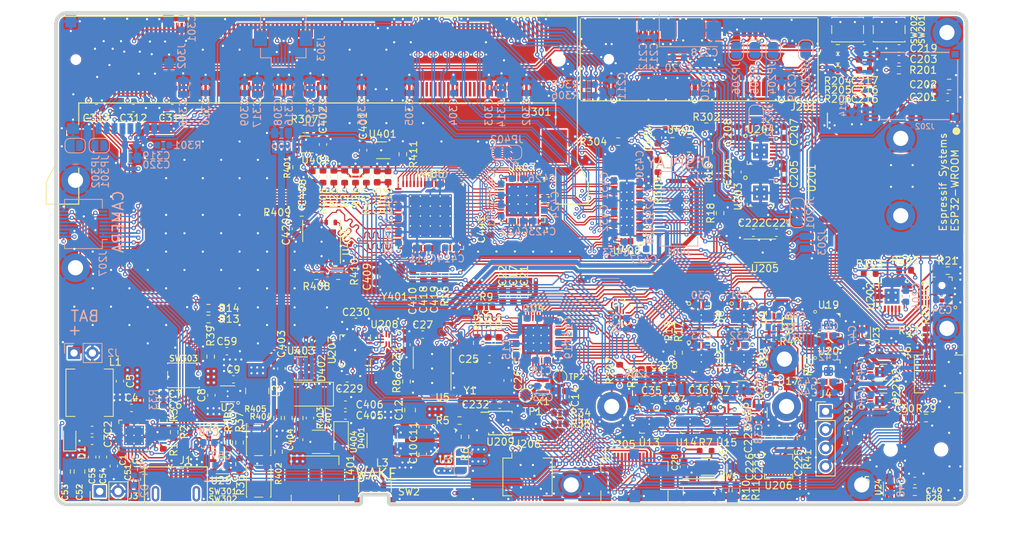
<source format=kicad_pcb>
(kicad_pcb (version 20171130) (host pcbnew "(5.1.9-0-10_14)")

  (general
    (thickness 1.6)
    (drawings 22)
    (tracks 7356)
    (zones 0)
    (modules 314)
    (nets 510)
  )

  (page A4)
  (layers
    (0 F.Cu signal)
    (1 GND power)
    (2 PWR power)
    (31 B.Cu signal)
    (32 B.Adhes user)
    (33 F.Adhes user)
    (34 B.Paste user)
    (35 F.Paste user)
    (36 B.SilkS user)
    (37 F.SilkS user)
    (38 B.Mask user)
    (39 F.Mask user)
    (40 Dwgs.User user)
    (41 Cmts.User user)
    (42 Eco1.User user)
    (43 Eco2.User user)
    (44 Edge.Cuts user)
    (45 Margin user)
    (46 B.CrtYd user)
    (47 F.CrtYd user)
    (48 B.Fab user)
    (49 F.Fab user)
  )

  (setup
    (last_trace_width 0.2)
    (trace_clearance 0.2)
    (zone_clearance 0.2032)
    (zone_45_only no)
    (trace_min 0.1524)
    (via_size 0.6)
    (via_drill 0.3)
    (via_min_size 0.5)
    (via_min_drill 0.2)
    (uvia_size 0.3)
    (uvia_drill 0.1)
    (uvias_allowed no)
    (uvia_min_size 0.2)
    (uvia_min_drill 0.1)
    (edge_width 0.1)
    (segment_width 0.2)
    (pcb_text_width 0.125)
    (pcb_text_size 0.5 0.5)
    (mod_edge_width 0.05)
    (mod_text_size 0.6 0.6)
    (mod_text_width 0.125)
    (pad_size 4 4)
    (pad_drill 2.1)
    (pad_to_mask_clearance 0)
    (aux_axis_origin 106 72)
    (grid_origin 106 72)
    (visible_elements FFFFF7FF)
    (pcbplotparams
      (layerselection 0x010f0_ffffffff)
      (usegerberextensions true)
      (usegerberattributes false)
      (usegerberadvancedattributes false)
      (creategerberjobfile false)
      (excludeedgelayer true)
      (linewidth 0.100000)
      (plotframeref false)
      (viasonmask false)
      (mode 1)
      (useauxorigin false)
      (hpglpennumber 1)
      (hpglpenspeed 20)
      (hpglpendiameter 15.000000)
      (psnegative false)
      (psa4output false)
      (plotreference true)
      (plotvalue true)
      (plotinvisibletext false)
      (padsonsilk false)
      (subtractmaskfromsilk true)
      (outputformat 1)
      (mirror false)
      (drillshape 0)
      (scaleselection 1)
      (outputdirectory "fab/"))
  )

  (net 0 "")
  (net 1 GND)
  (net 2 +3V3)
  (net 3 +1V8)
  (net 4 GPIO_18)
  (net 5 GPIO_23)
  (net 6 JTAG_TCK)
  (net 7 JTAG_TDO)
  (net 8 JTAG_TMS)
  (net 9 JTAG_TDI)
  (net 10 "Net-(L2-Pad1)")
  (net 11 WAKE)
  (net 12 "Net-(R2-Pad2)")
  (net 13 VBUS)
  (net 14 "Net-(C6-Pad1)")
  (net 15 PWM2.1)
  (net 16 PWM0.1)
  (net 17 "Net-(L3-Pad1)")
  (net 18 "Net-(L3-Pad2)")
  (net 19 "Net-(R1-Pad1)")
  (net 20 PWM1.1)
  (net 21 SPI1.SS0)
  (net 22 SPI1.MOSI)
  (net 23 SPI1.MISO)
  (net 24 SPI1.SCK)
  (net 25 SPI1.SS2)
  (net 26 SPI1.SS3)
  (net 27 "Net-(U10-Pad11)")
  (net 28 /SPK_GAIN)
  (net 29 GPIO_20)
  (net 30 GPIO_0)
  (net 31 GPIO_22)
  (net 32 /SPK_EN)
  (net 33 /SPK_CLK)
  (net 34 +VSYS)
  (net 35 "Net-(C301-Pad1)")
  (net 36 ESP32.HSPI.MOSI)
  (net 37 ESP32.HSPI.SCK)
  (net 38 ESP32.HSPI.MISO)
  (net 39 ESP32.HSPI.SS0)
  (net 40 ESP32.IO27)
  (net 41 DISP_LED_A)
  (net 42 DISP_LED_K)
  (net 43 /PLL_AVSS)
  (net 44 /PLL_AVDD)
  (net 45 /XTAL_XI)
  (net 46 /XTAL_XO)
  (net 47 /QSPI_CS)
  (net 48 /QSPI_DQ_3)
  (net 49 /QSPI_DQ_2)
  (net 50 /QSPI_DQ_1)
  (net 51 /QSPI_DQ_0)
  (net 52 /PSD_LFALTCLK)
  (net 53 /QSPI_CLK)
  (net 54 "Net-(J1-Pad4)")
  (net 55 "Net-(J202-Pad6)")
  (net 56 "Net-(J301-Pad21)")
  (net 57 "Net-(J301-Pad23)")
  (net 58 "Net-(J301-Pad25)")
  (net 59 "Net-(J301-Pad27)")
  (net 60 "Net-(J301-Pad29)")
  (net 61 "Net-(J301-Pad31)")
  (net 62 "Net-(J301-Pad63)")
  (net 63 "Net-(J301-Pad65)")
  (net 64 "Net-(J301-Pad69)")
  (net 65 "Net-(J301-Pad73)")
  (net 66 "Net-(J301-Pad77)")
  (net 67 "Net-(J301-Pad79)")
  (net 68 "Net-(J301-Pad81)")
  (net 69 "Net-(J301-Pad83)")
  (net 70 "Net-(J301-Pad85)")
  (net 71 "Net-(J301-Pad89)")
  (net 72 "Net-(J301-Pad91)")
  (net 73 "Net-(J301-Pad93)")
  (net 74 "Net-(J301-Pad95)")
  (net 75 "Net-(J301-Pad97)")
  (net 76 "Net-(J301-Pad99)")
  (net 77 "Net-(J301-Pad101)")
  (net 78 "Net-(J301-Pad103)")
  (net 79 "Net-(J301-Pad107)")
  (net 80 "Net-(J301-Pad109)")
  (net 81 "Net-(J301-Pad113)")
  (net 82 "Net-(J301-Pad115)")
  (net 83 "Net-(J301-Pad119)")
  (net 84 "Net-(J301-Pad121)")
  (net 85 "Net-(J301-Pad125)")
  (net 86 "Net-(J301-Pad127)")
  (net 87 "Net-(J301-Pad131)")
  (net 88 "Net-(J301-Pad133)")
  (net 89 "Net-(J301-Pad137)")
  (net 90 "Net-(J301-Pad139)")
  (net 91 "Net-(J301-Pad143)")
  (net 92 "Net-(J301-Pad145)")
  (net 93 "Net-(J301-Pad147)")
  (net 94 "Net-(J301-Pad157)")
  (net 95 "Net-(J301-Pad161)")
  (net 96 "Net-(J301-Pad163)")
  (net 97 "Net-(J301-Pad167)")
  (net 98 "Net-(J301-Pad169)")
  (net 99 "Net-(J301-Pad173)")
  (net 100 "Net-(J301-Pad175)")
  (net 101 "Net-(J301-Pad179)")
  (net 102 "Net-(J301-Pad181)")
  (net 103 "Net-(J301-Pad187)")
  (net 104 "Net-(J301-Pad189)")
  (net 105 "Net-(J301-Pad191)")
  (net 106 "Net-(J301-Pad193)")
  (net 107 "Net-(J301-Pad195)")
  (net 108 "Net-(J301-Pad197)")
  (net 109 "Net-(J301-Pad199)")
  (net 110 "Net-(J301-Pad201)")
  (net 111 "Net-(J301-Pad203)")
  (net 112 "Net-(J301-Pad2)")
  (net 113 "Net-(J301-Pad4)")
  (net 114 "Net-(J301-Pad6)")
  (net 115 "Net-(J301-Pad8)")
  (net 116 "Net-(J301-Pad12)")
  (net 117 "Net-(J301-Pad14)")
  (net 118 "Net-(J301-Pad16)")
  (net 119 "Net-(J301-Pad18)")
  (net 120 "Net-(J301-Pad20)")
  (net 121 "Net-(J301-Pad22)")
  (net 122 "Net-(J301-Pad24)")
  (net 123 "Net-(J301-Pad26)")
  (net 124 "Net-(J301-Pad30)")
  (net 125 "Net-(J301-Pad32)")
  (net 126 "Net-(J301-Pad34)")
  (net 127 "Net-(J301-Pad36)")
  (net 128 "Net-(J301-Pad38)")
  (net 129 "Net-(J301-Pad40)")
  (net 130 "Net-(J301-Pad42)")
  (net 131 "Net-(J301-Pad44)")
  (net 132 "Net-(J301-Pad48)")
  (net 133 "Net-(J301-Pad50)")
  (net 134 "Net-(J301-Pad52)")
  (net 135 "Net-(J301-Pad54)")
  (net 136 "Net-(J301-Pad56)")
  (net 137 "Net-(J301-Pad62)")
  (net 138 "Net-(J301-Pad66)")
  (net 139 "Net-(J301-Pad68)")
  (net 140 "Net-(J301-Pad70)")
  (net 141 "Net-(J301-Pad72)")
  (net 142 "Net-(J301-Pad74)")
  (net 143 "Net-(J301-Pad92)")
  (net 144 "Net-(J301-Pad94)")
  (net 145 "Net-(J301-Pad98)")
  (net 146 "Net-(J301-Pad100)")
  (net 147 "Net-(J301-Pad102)")
  (net 148 "Net-(J301-Pad104)")
  (net 149 "Net-(J301-Pad106)")
  (net 150 "Net-(J301-Pad108)")
  (net 151 "Net-(J301-Pad110)")
  (net 152 "Net-(J301-Pad112)")
  (net 153 "Net-(J301-Pad116)")
  (net 154 "Net-(J301-Pad118)")
  (net 155 "Net-(J301-Pad120)")
  (net 156 "Net-(J301-Pad122)")
  (net 157 "Net-(J301-Pad124)")
  (net 158 "Net-(J301-Pad126)")
  (net 159 "Net-(J301-Pad128)")
  (net 160 "Net-(J301-Pad130)")
  (net 161 "Net-(J301-Pad134)")
  (net 162 "Net-(J301-Pad136)")
  (net 163 "Net-(J301-Pad138)")
  (net 164 "Net-(J301-Pad140)")
  (net 165 "Net-(J301-Pad142)")
  (net 166 "Net-(J301-Pad144)")
  (net 167 "Net-(J301-Pad146)")
  (net 168 "Net-(J301-Pad148)")
  (net 169 "Net-(J301-Pad152)")
  (net 170 "Net-(J301-Pad156)")
  (net 171 "Net-(J301-Pad158)")
  (net 172 "Net-(J301-Pad160)")
  (net 173 "Net-(J301-Pad162)")
  (net 174 "Net-(J301-Pad164)")
  (net 175 "Net-(J301-Pad166)")
  (net 176 "Net-(J301-Pad170)")
  (net 177 "Net-(J301-Pad172)")
  (net 178 "Net-(J301-Pad182)")
  (net 179 "Net-(J301-Pad184)")
  (net 180 "Net-(J301-Pad188)")
  (net 181 "Net-(J301-Pad190)")
  (net 182 "Net-(J301-Pad192)")
  (net 183 "Net-(J301-Pad194)")
  (net 184 "Net-(J301-Pad196)")
  (net 185 "Net-(J301-Pad198)")
  (net 186 "Net-(J301-Pad202)")
  (net 187 "Net-(U9-Pad2)")
  (net 188 "Net-(U10-Pad15)")
  (net 189 "Net-(U10-Pad7)")
  (net 190 "Net-(U10-Pad6)")
  (net 191 "Net-(U10-Pad5)")
  (net 192 "Net-(U10-Pad4)")
  (net 193 "Net-(U10-Pad3)")
  (net 194 "Net-(U10-Pad2)")
  (net 195 "Net-(U10-Pad1)")
  (net 196 "Net-(U201-Pad32)")
  (net 197 "Net-(U201-Pad22)")
  (net 198 "Net-(U201-Pad21)")
  (net 199 "Net-(U201-Pad20)")
  (net 200 "Net-(U201-Pad19)")
  (net 201 "Net-(U201-Pad18)")
  (net 202 "Net-(U201-Pad17)")
  (net 203 "Net-(U203-Pad6)")
  (net 204 "Net-(U203-Pad9)")
  (net 205 "Net-(U204-Pad9)")
  (net 206 "Net-(U204-Pad6)")
  (net 207 "Net-(X1-Pad1)")
  (net 208 "Net-(J301-Pad155)")
  (net 209 "Net-(J301-Pad154)")
  (net 210 "Net-(J301-Pad60)")
  (net 211 PWM1.2)
  (net 212 DISP_CS)
  (net 213 /MIC_CLK)
  (net 214 /MIC_WS)
  (net 215 /SPK_R+)
  (net 216 /SPK_L+)
  (net 217 /SPK_L-)
  (net 218 /SPK_R-)
  (net 219 "Net-(R5-Pad2)")
  (net 220 iMX8.USB1.D_P)
  (net 221 iMX8.USB1.D_N)
  (net 222 iMX8.PWM1)
  (net 223 BT81X.GPIO3)
  (net 224 BT81X.GPIO0)
  (net 225 BT81X.GPIO1)
  (net 226 BT81X.GPIO2)
  (net 227 BT81X.R0)
  (net 228 BT81X.BL_PWM)
  (net 229 BT81X.DE)
  (net 230 BT81X.VSYNC)
  (net 231 BT81X.HSYNC)
  (net 232 BT81X.DISP)
  (net 233 BT81X.PCLK)
  (net 234 BT81X.B7)
  (net 235 BT81X.B6)
  (net 236 BT81X.B5)
  (net 237 BT81X.B4)
  (net 238 BT81X.B3)
  (net 239 BT81X.B2)
  (net 240 BT81X.B1)
  (net 241 BT81X.B0)
  (net 242 BT81X.G7)
  (net 243 BT81X.G6)
  (net 244 BT81X.G5)
  (net 245 BT81X.G4)
  (net 246 BT81X.G3)
  (net 247 BT81X.G2)
  (net 248 BT81X.G1)
  (net 249 BT81X.G0)
  (net 250 BT81X.R7)
  (net 251 BT81X.R6)
  (net 252 BT81X.R5)
  (net 253 BT81X.R4)
  (net 254 BT81X.R3)
  (net 255 BT81X.R2)
  (net 256 BT81X.R1)
  (net 257 "Net-(JP201-Pad2)")
  (net 258 "Net-(J301-Pad58)")
  (net 259 "Net-(C214-Pad1)")
  (net 260 "Net-(C215-Pad1)")
  (net 261 "Net-(C216-Pad1)")
  (net 262 "Net-(C217-Pad1)")
  (net 263 "Net-(C408-Pad1)")
  (net 264 "Net-(D401-Pad2)")
  (net 265 "Net-(J201-Pad48)")
  (net 266 "Net-(J201-Pad42)")
  (net 267 "Net-(J201-Pad33)")
  (net 268 "Net-(J201-Pad32)")
  (net 269 "Net-(J201-Pad30)")
  (net 270 "Net-(J201-Pad28)")
  (net 271 "Net-(J201-Pad25)")
  (net 272 "Net-(J201-Pad23)")
  (net 273 "Net-(J201-Pad20)")
  (net 274 "Net-(J201-Pad16)")
  (net 275 "Net-(J201-Pad14)")
  (net 276 "Net-(J201-Pad12)")
  (net 277 "Net-(J201-Pad10)")
  (net 278 "Net-(J201-Pad7)")
  (net 279 "Net-(J201-Pad6)")
  (net 280 "Net-(J201-Pad5)")
  (net 281 "Net-(J201-Pad3)")
  (net 282 "Net-(J201-Pad1)")
  (net 283 "Net-(J203-Pad2)")
  (net 284 "Net-(J203-Pad1)")
  (net 285 /disp/CTP_SCL)
  (net 286 /disp/CTP_SDA)
  (net 287 /disp/CTP_INT)
  (net 288 /disp/CTP_RST)
  (net 289 "Net-(R401-Pad2)")
  (net 290 /HP_DET)
  (net 291 /MIC_SD)
  (net 292 /disp/DISP_LVDS_A0N)
  (net 293 /disp/DISP_LVDS_A0P)
  (net 294 /disp/DISP_LVDS_A1N)
  (net 295 /disp/DISP_LVDS_A1P)
  (net 296 /disp/DISP_LVDS_A2N)
  (net 297 /disp/DISP_LVDS_A2P)
  (net 298 /disp/DISP_LVDS_A3N)
  (net 299 /disp/DISP_LVDS_A3P)
  (net 300 /disp/BT81X_QSPI_CS)
  (net 301 /disp/BT81X_QSPI_DQ_3)
  (net 302 /disp/BT81X_QSPI_DQ_2)
  (net 303 /disp/BT81X_QSPI_CLK)
  (net 304 /disp/BT81X_QSPI_DQ_0)
  (net 305 /disp/BT81X_QSPI_DQ_1)
  (net 306 /disp/BT81X_X1)
  (net 307 /disp/BT81X_X2)
  (net 308 /disp/BT81X_1V2)
  (net 309 "Net-(JP402-Pad2)")
  (net 310 /RESET)
  (net 311 JTAG_TRST_N)
  (net 312 /BQ_QON)
  (net 313 /periph/PERST)
  (net 314 "Net-(C222-Pad1)")
  (net 315 "Net-(C225-Pad1)")
  (net 316 "Net-(C226-Pad1)")
  (net 317 /exp/ALT_BOOT)
  (net 318 /exp/SD2_CLK)
  (net 319 /exp/SD2_CMD)
  (net 320 /exp/SD2_DAT0)
  (net 321 /exp/SD2_DAT1)
  (net 322 /exp/SD2_DAT2)
  (net 323 /exp/SD2_DAT3)
  (net 324 "Net-(U206-Pad9)")
  (net 325 "Net-(U206-Pad10)")
  (net 326 "Net-(U206-Pad11)")
  (net 327 "Net-(U206-Pad12)")
  (net 328 "Net-(U206-Pad13)")
  (net 329 "Net-(J204-Pad1)")
  (net 330 "Net-(J204-Pad8)")
  (net 331 iMX8.GPIO5.IO29)
  (net 332 iMX8.GPIO5.IO28)
  (net 333 iMX8.I2C3.SCL)
  (net 334 iMX8.I2C3.SDA)
  (net 335 "Net-(J301-Pad75)")
  (net 336 "Net-(J301-Pad129)")
  (net 337 "Net-(J301-Pad135)")
  (net 338 "Net-(J301-Pad149)")
  (net 339 "Net-(J301-Pad151)")
  (net 340 "Net-(J301-Pad153)")
  (net 341 /periph/USB_RXD)
  (net 342 /periph/USB_CBUS1)
  (net 343 /periph/USB_CBUS0)
  (net 344 /periph/USB_TXD)
  (net 345 "Net-(U207-Pad16)")
  (net 346 ESP32.UART0.RXD)
  (net 347 ESP32.UART0.TXD)
  (net 348 UART0.TXD)
  (net 349 UART0.RXD)
  (net 350 iMX8.LVDS0.CLKP)
  (net 351 iMX8.LVDS0.CLKN)
  (net 352 iMX8.LVDS0.A0P)
  (net 353 iMX8.LVDS0.A0N)
  (net 354 iMX8.LVDS0.A1P)
  (net 355 iMX8.LVDS0.A1N)
  (net 356 iMX8.LVDS0.A2P)
  (net 357 iMX8.LVDS0.A2N)
  (net 358 iMX8.LVDS0.A3P)
  (net 359 iMX8.LVDS0.A3N)
  (net 360 /disp/DISP_LVDS_CLKN)
  (net 361 /disp/DISP_LVDS_CLKP)
  (net 362 /disp/DS90_LVDS_A3P)
  (net 363 /disp/DS90_LVDS_A3N)
  (net 364 /disp/DS90_LVDS_CLKP)
  (net 365 /disp/DS90_LVDS_CLKN)
  (net 366 /disp/DS90_LVDS_A2P)
  (net 367 /disp/DS90_LVDS_A2N)
  (net 368 /disp/DS90_LVDS_A1P)
  (net 369 /disp/DS90_LVDS_A1N)
  (net 370 /disp/DS90_LVDS_A0P)
  (net 371 /disp/DS90_LVDS_A0N)
  (net 372 "Net-(R27-Pad1)")
  (net 373 /AON_PMU_OUT_0)
  (net 374 /AON_PMU_OUT_1)
  (net 375 /exp/RESET)
  (net 376 "Net-(J204-Pad9)")
  (net 377 "Net-(J204-Pad10)")
  (net 378 /exp/SD2_DET)
  (net 379 "Net-(J1-Pad6)")
  (net 380 iMX8.USB1.ID)
  (net 381 iMX8.USB1.VBUS)
  (net 382 "Net-(J401-Pad2)")
  (net 383 "Net-(J301-Pad76)")
  (net 384 /exp/POWER)
  (net 385 ESP32.IO26)
  (net 386 "Net-(U201-Pad4)")
  (net 387 /HP_R)
  (net 388 /HP_L)
  (net 389 /~HP_DET)
  (net 390 /AUDIO_OUT_L-)
  (net 391 /AUDIO_OUT_L+)
  (net 392 /AUDIO_OUT_R-)
  (net 393 /AUDIO_OUT_R+)
  (net 394 "Net-(C2-Pad2)")
  (net 395 "Net-(C3-Pad1)")
  (net 396 VDDA)
  (net 397 "Net-(D2-Pad1)")
  (net 398 BT81X.AUDIO)
  (net 399 "Net-(J6-Pad8)")
  (net 400 /EXT_AUDIO_EN)
  (net 401 "Net-(J6-Pad12)")
  (net 402 /exp/UART3_RX)
  (net 403 /exp/UART3_TX)
  (net 404 "Net-(J303-Pad1)")
  (net 405 "Net-(R4-Pad1)")
  (net 406 BQ.INT)
  (net 407 "Net-(U8-Pad3)")
  (net 408 "Net-(U8-Pad10)")
  (net 409 "Net-(U10-Pad9)")
  (net 410 "Net-(U11-Pad1)")
  (net 411 "Net-(U11-Pad2)")
  (net 412 "Net-(U11-Pad3)")
  (net 413 "Net-(U11-Pad4)")
  (net 414 "Net-(U11-Pad5)")
  (net 415 "Net-(U11-Pad6)")
  (net 416 "Net-(U11-Pad7)")
  (net 417 "Net-(U11-Pad15)")
  (net 418 "Net-(U15-Pad6)")
  (net 419 /BQ_SW)
  (net 420 "Net-(J303-Pad2)")
  (net 421 "Net-(J6-Pad14)")
  (net 422 "Net-(J6-Pad16)")
  (net 423 "Net-(J207-Pad15)")
  (net 424 /periph/ESP32_EN)
  (net 425 /periph/PCM_SYNC)
  (net 426 /periph/PCM_DI)
  (net 427 /periph/PCM_DO)
  (net 428 /periph/SIMCom_UART_DTR)
  (net 429 /periph/PCM_CLK)
  (net 430 /periph/SIMCom_UART_RI)
  (net 431 /periph/Quectel_UART_DTR)
  (net 432 /periph/SIMCom_UART_TXD)
  (net 433 /periph/Quectel_UART_RI)
  (net 434 /periph/Quectel_UART_TXD)
  (net 435 /periph/Quectel_UART_RXD)
  (net 436 /periph/ESP32_UART2_DTR)
  (net 437 /periph/ESP32_UART2_RI)
  (net 438 /periph/ESP32_UART2_TXD)
  (net 439 /periph/ESP32_UART2_RXD)
  (net 440 /periph/ESP32_VSPI_SS0)
  (net 441 /periph/ESP32_PCM_DI)
  (net 442 /periph/ESP32_PCM_CLK)
  (net 443 /periph/ESP32_PCM_DO)
  (net 444 /periph/ESP32_PCM_SYNC)
  (net 445 /periph/ESP32_VSPI_SCK)
  (net 446 /periph/ESP32_VSPI_MISO)
  (net 447 /periph/ESP32_VSPI_MOSI)
  (net 448 CTP.RST)
  (net 449 BT81X.INT)
  (net 450 /SD_IN)
  (net 451 I2C0.SCL)
  (net 452 I2C0.SDA)
  (net 453 GPIO_17)
  (net 454 GPIO_16)
  (net 455 /SD_OUT)
  (net 456 +5V)
  (net 457 "Net-(JP202-Pad2)")
  (net 458 "Net-(C49-Pad1)")
  (net 459 "Net-(C50-Pad1)")
  (net 460 "Net-(R30-Pad1)")
  (net 461 "Net-(R31-Pad1)")
  (net 462 "Net-(U13-Pad13)")
  (net 463 "Net-(U13-Pad10)")
  (net 464 "Net-(U13-Pad6)")
  (net 465 /FF_RST)
  (net 466 "Net-(U14-Pad5)")
  (net 467 "Net-(U14-Pad9)")
  (net 468 "Net-(U15-Pad9)")
  (net 469 "Net-(U15-Pad8)")
  (net 470 "Net-(U15-Pad5)")
  (net 471 "Net-(U21-Pad6)")
  (net 472 "Net-(U22-Pad6)")
  (net 473 /I2S_MUX_SEL)
  (net 474 /SPK_SD)
  (net 475 "Net-(U13-Pad12)")
  (net 476 "Net-(U13-Pad8)")
  (net 477 /SER_IN)
  (net 478 "Net-(R402-Pad1)")
  (net 479 "Net-(U401-Pad1)")
  (net 480 "Net-(U402-Pad5)")
  (net 481 "Net-(U405-Pad32)")
  (net 482 "Net-(U405-Pad31)")
  (net 483 "Net-(U405-Pad30)")
  (net 484 "Net-(U405-Pad29)")
  (net 485 "Net-(U407-Pad26)")
  (net 486 "Net-(U407-Pad23)")
  (net 487 "Net-(U407-Pad22)")
  (net 488 "Net-(U408-Pad42)")
  (net 489 "Net-(U408-Pad41)")
  (net 490 "Net-(U408-Pad19)")
  (net 491 "Net-(U408-Pad17)")
  (net 492 /BQ_DSEL)
  (net 493 /BQ_D-)
  (net 494 /BQ_D+)
  (net 495 "Net-(U25-Pad4)")
  (net 496 /USB_D+)
  (net 497 /USB_D-)
  (net 498 USB2UART.D-)
  (net 499 USB2UART.D+)
  (net 500 "Net-(U207-Pad14)")
  (net 501 "Net-(C59-Pad1)")
  (net 502 "Net-(U13-Pad3)")
  (net 503 "Net-(R40-Pad2)")
  (net 504 "Net-(R41-Pad2)")
  (net 505 PCA.IO1)
  (net 506 PCA.IO2)
  (net 507 PCA.IO0)
  (net 508 PCA.IO3)
  (net 509 VBUS_SENSE)

  (net_class Default "This is the default net class."
    (clearance 0.2)
    (trace_width 0.2)
    (via_dia 0.6)
    (via_drill 0.3)
    (uvia_dia 0.3)
    (uvia_drill 0.1)
    (add_net /BQ_SW)
    (add_net /disp/BT81X_1V2)
    (add_net /periph/ESP32_EN)
    (add_net /periph/ESP32_PCM_CLK)
    (add_net /periph/ESP32_PCM_DI)
    (add_net /periph/ESP32_PCM_DO)
    (add_net /periph/ESP32_PCM_SYNC)
    (add_net /periph/ESP32_UART2_DTR)
    (add_net /periph/ESP32_UART2_RI)
    (add_net /periph/ESP32_UART2_RXD)
    (add_net /periph/ESP32_UART2_TXD)
    (add_net /periph/ESP32_VSPI_MISO)
    (add_net /periph/ESP32_VSPI_MOSI)
    (add_net /periph/ESP32_VSPI_SCK)
    (add_net /periph/ESP32_VSPI_SS0)
    (add_net /periph/PCM_CLK)
    (add_net /periph/PCM_DI)
    (add_net /periph/PCM_DO)
    (add_net /periph/PCM_SYNC)
    (add_net /periph/PERST)
    (add_net /periph/Quectel_UART_DTR)
    (add_net /periph/Quectel_UART_RI)
    (add_net /periph/Quectel_UART_RXD)
    (add_net /periph/Quectel_UART_TXD)
    (add_net /periph/SIMCom_UART_DTR)
    (add_net /periph/SIMCom_UART_RI)
    (add_net /periph/SIMCom_UART_TXD)
    (add_net DISP_LED_A)
    (add_net DISP_LED_K)
    (add_net ESP32.HSPI.MISO)
    (add_net ESP32.HSPI.MOSI)
    (add_net ESP32.HSPI.SCK)
    (add_net ESP32.HSPI.SS0)
    (add_net ESP32.IO26)
    (add_net ESP32.IO27)
    (add_net "Net-(C2-Pad2)")
    (add_net "Net-(C214-Pad1)")
    (add_net "Net-(C215-Pad1)")
    (add_net "Net-(C216-Pad1)")
    (add_net "Net-(C217-Pad1)")
    (add_net "Net-(C222-Pad1)")
    (add_net "Net-(C225-Pad1)")
    (add_net "Net-(C226-Pad1)")
    (add_net "Net-(C3-Pad1)")
    (add_net "Net-(C301-Pad1)")
    (add_net "Net-(C408-Pad1)")
    (add_net "Net-(C49-Pad1)")
    (add_net "Net-(C50-Pad1)")
    (add_net "Net-(C59-Pad1)")
    (add_net "Net-(C6-Pad1)")
    (add_net "Net-(D2-Pad1)")
    (add_net "Net-(D401-Pad2)")
    (add_net "Net-(J1-Pad4)")
    (add_net "Net-(J1-Pad6)")
    (add_net "Net-(J201-Pad1)")
    (add_net "Net-(J201-Pad10)")
    (add_net "Net-(J201-Pad12)")
    (add_net "Net-(J201-Pad14)")
    (add_net "Net-(J201-Pad16)")
    (add_net "Net-(J201-Pad20)")
    (add_net "Net-(J201-Pad23)")
    (add_net "Net-(J201-Pad25)")
    (add_net "Net-(J201-Pad28)")
    (add_net "Net-(J201-Pad3)")
    (add_net "Net-(J201-Pad30)")
    (add_net "Net-(J201-Pad32)")
    (add_net "Net-(J201-Pad33)")
    (add_net "Net-(J201-Pad42)")
    (add_net "Net-(J201-Pad48)")
    (add_net "Net-(J201-Pad5)")
    (add_net "Net-(J201-Pad6)")
    (add_net "Net-(J201-Pad7)")
    (add_net "Net-(J202-Pad6)")
    (add_net "Net-(J203-Pad1)")
    (add_net "Net-(J203-Pad2)")
    (add_net "Net-(J204-Pad1)")
    (add_net "Net-(J204-Pad10)")
    (add_net "Net-(J204-Pad8)")
    (add_net "Net-(J204-Pad9)")
    (add_net "Net-(J207-Pad15)")
    (add_net "Net-(J301-Pad100)")
    (add_net "Net-(J301-Pad101)")
    (add_net "Net-(J301-Pad102)")
    (add_net "Net-(J301-Pad103)")
    (add_net "Net-(J301-Pad104)")
    (add_net "Net-(J301-Pad106)")
    (add_net "Net-(J301-Pad107)")
    (add_net "Net-(J301-Pad108)")
    (add_net "Net-(J301-Pad109)")
    (add_net "Net-(J301-Pad110)")
    (add_net "Net-(J301-Pad112)")
    (add_net "Net-(J301-Pad113)")
    (add_net "Net-(J301-Pad115)")
    (add_net "Net-(J301-Pad116)")
    (add_net "Net-(J301-Pad118)")
    (add_net "Net-(J301-Pad119)")
    (add_net "Net-(J301-Pad12)")
    (add_net "Net-(J301-Pad120)")
    (add_net "Net-(J301-Pad121)")
    (add_net "Net-(J301-Pad122)")
    (add_net "Net-(J301-Pad124)")
    (add_net "Net-(J301-Pad125)")
    (add_net "Net-(J301-Pad126)")
    (add_net "Net-(J301-Pad127)")
    (add_net "Net-(J301-Pad128)")
    (add_net "Net-(J301-Pad129)")
    (add_net "Net-(J301-Pad130)")
    (add_net "Net-(J301-Pad131)")
    (add_net "Net-(J301-Pad133)")
    (add_net "Net-(J301-Pad134)")
    (add_net "Net-(J301-Pad135)")
    (add_net "Net-(J301-Pad136)")
    (add_net "Net-(J301-Pad137)")
    (add_net "Net-(J301-Pad138)")
    (add_net "Net-(J301-Pad139)")
    (add_net "Net-(J301-Pad14)")
    (add_net "Net-(J301-Pad140)")
    (add_net "Net-(J301-Pad142)")
    (add_net "Net-(J301-Pad143)")
    (add_net "Net-(J301-Pad144)")
    (add_net "Net-(J301-Pad145)")
    (add_net "Net-(J301-Pad146)")
    (add_net "Net-(J301-Pad147)")
    (add_net "Net-(J301-Pad148)")
    (add_net "Net-(J301-Pad149)")
    (add_net "Net-(J301-Pad151)")
    (add_net "Net-(J301-Pad152)")
    (add_net "Net-(J301-Pad153)")
    (add_net "Net-(J301-Pad154)")
    (add_net "Net-(J301-Pad155)")
    (add_net "Net-(J301-Pad156)")
    (add_net "Net-(J301-Pad157)")
    (add_net "Net-(J301-Pad158)")
    (add_net "Net-(J301-Pad16)")
    (add_net "Net-(J301-Pad160)")
    (add_net "Net-(J301-Pad161)")
    (add_net "Net-(J301-Pad162)")
    (add_net "Net-(J301-Pad163)")
    (add_net "Net-(J301-Pad164)")
    (add_net "Net-(J301-Pad166)")
    (add_net "Net-(J301-Pad167)")
    (add_net "Net-(J301-Pad169)")
    (add_net "Net-(J301-Pad170)")
    (add_net "Net-(J301-Pad172)")
    (add_net "Net-(J301-Pad173)")
    (add_net "Net-(J301-Pad175)")
    (add_net "Net-(J301-Pad179)")
    (add_net "Net-(J301-Pad18)")
    (add_net "Net-(J301-Pad181)")
    (add_net "Net-(J301-Pad182)")
    (add_net "Net-(J301-Pad184)")
    (add_net "Net-(J301-Pad187)")
    (add_net "Net-(J301-Pad188)")
    (add_net "Net-(J301-Pad189)")
    (add_net "Net-(J301-Pad190)")
    (add_net "Net-(J301-Pad191)")
    (add_net "Net-(J301-Pad192)")
    (add_net "Net-(J301-Pad193)")
    (add_net "Net-(J301-Pad194)")
    (add_net "Net-(J301-Pad195)")
    (add_net "Net-(J301-Pad196)")
    (add_net "Net-(J301-Pad197)")
    (add_net "Net-(J301-Pad198)")
    (add_net "Net-(J301-Pad199)")
    (add_net "Net-(J301-Pad2)")
    (add_net "Net-(J301-Pad20)")
    (add_net "Net-(J301-Pad201)")
    (add_net "Net-(J301-Pad202)")
    (add_net "Net-(J301-Pad203)")
    (add_net "Net-(J301-Pad21)")
    (add_net "Net-(J301-Pad22)")
    (add_net "Net-(J301-Pad23)")
    (add_net "Net-(J301-Pad24)")
    (add_net "Net-(J301-Pad25)")
    (add_net "Net-(J301-Pad26)")
    (add_net "Net-(J301-Pad27)")
    (add_net "Net-(J301-Pad29)")
    (add_net "Net-(J301-Pad30)")
    (add_net "Net-(J301-Pad31)")
    (add_net "Net-(J301-Pad32)")
    (add_net "Net-(J301-Pad34)")
    (add_net "Net-(J301-Pad36)")
    (add_net "Net-(J301-Pad38)")
    (add_net "Net-(J301-Pad4)")
    (add_net "Net-(J301-Pad40)")
    (add_net "Net-(J301-Pad42)")
    (add_net "Net-(J301-Pad44)")
    (add_net "Net-(J301-Pad48)")
    (add_net "Net-(J301-Pad50)")
    (add_net "Net-(J301-Pad52)")
    (add_net "Net-(J301-Pad54)")
    (add_net "Net-(J301-Pad56)")
    (add_net "Net-(J301-Pad58)")
    (add_net "Net-(J301-Pad6)")
    (add_net "Net-(J301-Pad60)")
    (add_net "Net-(J301-Pad62)")
    (add_net "Net-(J301-Pad63)")
    (add_net "Net-(J301-Pad65)")
    (add_net "Net-(J301-Pad66)")
    (add_net "Net-(J301-Pad68)")
    (add_net "Net-(J301-Pad69)")
    (add_net "Net-(J301-Pad70)")
    (add_net "Net-(J301-Pad72)")
    (add_net "Net-(J301-Pad73)")
    (add_net "Net-(J301-Pad74)")
    (add_net "Net-(J301-Pad75)")
    (add_net "Net-(J301-Pad76)")
    (add_net "Net-(J301-Pad77)")
    (add_net "Net-(J301-Pad79)")
    (add_net "Net-(J301-Pad8)")
    (add_net "Net-(J301-Pad81)")
    (add_net "Net-(J301-Pad83)")
    (add_net "Net-(J301-Pad85)")
    (add_net "Net-(J301-Pad89)")
    (add_net "Net-(J301-Pad91)")
    (add_net "Net-(J301-Pad92)")
    (add_net "Net-(J301-Pad93)")
    (add_net "Net-(J301-Pad94)")
    (add_net "Net-(J301-Pad95)")
    (add_net "Net-(J301-Pad97)")
    (add_net "Net-(J301-Pad98)")
    (add_net "Net-(J301-Pad99)")
    (add_net "Net-(J303-Pad1)")
    (add_net "Net-(J303-Pad2)")
    (add_net "Net-(J401-Pad2)")
    (add_net "Net-(J6-Pad12)")
    (add_net "Net-(J6-Pad14)")
    (add_net "Net-(J6-Pad16)")
    (add_net "Net-(J6-Pad8)")
    (add_net "Net-(JP201-Pad2)")
    (add_net "Net-(JP202-Pad2)")
    (add_net "Net-(JP402-Pad2)")
    (add_net "Net-(L2-Pad1)")
    (add_net "Net-(L3-Pad1)")
    (add_net "Net-(L3-Pad2)")
    (add_net "Net-(R1-Pad1)")
    (add_net "Net-(R2-Pad2)")
    (add_net "Net-(R27-Pad1)")
    (add_net "Net-(R30-Pad1)")
    (add_net "Net-(R31-Pad1)")
    (add_net "Net-(R4-Pad1)")
    (add_net "Net-(R40-Pad2)")
    (add_net "Net-(R401-Pad2)")
    (add_net "Net-(R402-Pad1)")
    (add_net "Net-(R41-Pad2)")
    (add_net "Net-(R5-Pad2)")
    (add_net "Net-(U10-Pad1)")
    (add_net "Net-(U10-Pad11)")
    (add_net "Net-(U10-Pad15)")
    (add_net "Net-(U10-Pad2)")
    (add_net "Net-(U10-Pad3)")
    (add_net "Net-(U10-Pad4)")
    (add_net "Net-(U10-Pad5)")
    (add_net "Net-(U10-Pad6)")
    (add_net "Net-(U10-Pad7)")
    (add_net "Net-(U10-Pad9)")
    (add_net "Net-(U11-Pad1)")
    (add_net "Net-(U11-Pad15)")
    (add_net "Net-(U11-Pad2)")
    (add_net "Net-(U11-Pad3)")
    (add_net "Net-(U11-Pad4)")
    (add_net "Net-(U11-Pad5)")
    (add_net "Net-(U11-Pad6)")
    (add_net "Net-(U11-Pad7)")
    (add_net "Net-(U13-Pad10)")
    (add_net "Net-(U13-Pad12)")
    (add_net "Net-(U13-Pad13)")
    (add_net "Net-(U13-Pad3)")
    (add_net "Net-(U13-Pad6)")
    (add_net "Net-(U13-Pad8)")
    (add_net "Net-(U14-Pad5)")
    (add_net "Net-(U14-Pad9)")
    (add_net "Net-(U15-Pad5)")
    (add_net "Net-(U15-Pad6)")
    (add_net "Net-(U15-Pad8)")
    (add_net "Net-(U15-Pad9)")
    (add_net "Net-(U201-Pad17)")
    (add_net "Net-(U201-Pad18)")
    (add_net "Net-(U201-Pad19)")
    (add_net "Net-(U201-Pad20)")
    (add_net "Net-(U201-Pad21)")
    (add_net "Net-(U201-Pad22)")
    (add_net "Net-(U201-Pad32)")
    (add_net "Net-(U201-Pad4)")
    (add_net "Net-(U203-Pad6)")
    (add_net "Net-(U203-Pad9)")
    (add_net "Net-(U204-Pad6)")
    (add_net "Net-(U204-Pad9)")
    (add_net "Net-(U206-Pad10)")
    (add_net "Net-(U206-Pad11)")
    (add_net "Net-(U206-Pad12)")
    (add_net "Net-(U206-Pad13)")
    (add_net "Net-(U206-Pad9)")
    (add_net "Net-(U207-Pad14)")
    (add_net "Net-(U207-Pad16)")
    (add_net "Net-(U21-Pad6)")
    (add_net "Net-(U22-Pad6)")
    (add_net "Net-(U25-Pad4)")
    (add_net "Net-(U401-Pad1)")
    (add_net "Net-(U402-Pad5)")
    (add_net "Net-(U405-Pad29)")
    (add_net "Net-(U405-Pad30)")
    (add_net "Net-(U405-Pad31)")
    (add_net "Net-(U405-Pad32)")
    (add_net "Net-(U407-Pad22)")
    (add_net "Net-(U407-Pad23)")
    (add_net "Net-(U407-Pad26)")
    (add_net "Net-(U408-Pad17)")
    (add_net "Net-(U408-Pad19)")
    (add_net "Net-(U408-Pad41)")
    (add_net "Net-(U408-Pad42)")
    (add_net "Net-(U8-Pad10)")
    (add_net "Net-(U8-Pad3)")
    (add_net "Net-(U9-Pad2)")
    (add_net "Net-(X1-Pad1)")
    (add_net PCA.IO0)
    (add_net PCA.IO1)
    (add_net PCA.IO2)
    (add_net PCA.IO3)
    (add_net VBUS_SENSE)
  )

  (net_class AUDIO ""
    (clearance 0.2)
    (trace_width 0.2)
    (via_dia 0.6)
    (via_drill 0.3)
    (uvia_dia 0.3)
    (uvia_drill 0.1)
    (add_net /AUDIO_OUT_L+)
    (add_net /AUDIO_OUT_L-)
    (add_net /AUDIO_OUT_R+)
    (add_net /AUDIO_OUT_R-)
    (add_net /EXT_AUDIO_EN)
    (add_net /FF_RST)
    (add_net /HP_DET)
    (add_net /HP_L)
    (add_net /HP_R)
    (add_net /I2S_MUX_SEL)
    (add_net /MIC_CLK)
    (add_net /MIC_SD)
    (add_net /MIC_WS)
    (add_net /SD_IN)
    (add_net /SD_OUT)
    (add_net /SER_IN)
    (add_net /SPK_CLK)
    (add_net /SPK_EN)
    (add_net /SPK_GAIN)
    (add_net /SPK_L+)
    (add_net /SPK_L-)
    (add_net /SPK_R+)
    (add_net /SPK_R-)
    (add_net /SPK_SD)
    (add_net /~HP_DET)
    (add_net BT81X.AUDIO)
  )

  (net_class BT81X ""
    (clearance 0.1524)
    (trace_width 0.1524)
    (via_dia 0.508)
    (via_drill 0.254)
    (uvia_dia 0.3)
    (uvia_drill 0.1)
    (add_net /disp/BT81X_QSPI_CLK)
    (add_net /disp/BT81X_QSPI_CS)
    (add_net /disp/BT81X_QSPI_DQ_0)
    (add_net /disp/BT81X_QSPI_DQ_1)
    (add_net /disp/BT81X_QSPI_DQ_2)
    (add_net /disp/BT81X_QSPI_DQ_3)
    (add_net /disp/BT81X_X1)
    (add_net /disp/BT81X_X2)
  )

  (net_class CTP ""
    (clearance 0.2)
    (trace_width 0.2)
    (via_dia 0.6)
    (via_drill 0.3)
    (uvia_dia 0.3)
    (uvia_drill 0.1)
    (add_net /disp/CTP_INT)
    (add_net /disp/CTP_RST)
    (add_net /disp/CTP_SCL)
    (add_net /disp/CTP_SDA)
    (add_net iMX8.GPIO5.IO28)
    (add_net iMX8.GPIO5.IO29)
    (add_net iMX8.I2C3.SCL)
    (add_net iMX8.I2C3.SDA)
  )

  (net_class DISPLAY ""
    (clearance 0.1524)
    (trace_width 0.1524)
    (via_dia 0.508)
    (via_drill 0.254)
    (uvia_dia 0.3)
    (uvia_drill 0.1)
    (diff_pair_width 0.175)
    (diff_pair_gap 0.1524)
    (add_net /disp/DISP_LVDS_A0N)
    (add_net /disp/DISP_LVDS_A0P)
    (add_net /disp/DISP_LVDS_A1N)
    (add_net /disp/DISP_LVDS_A1P)
    (add_net /disp/DISP_LVDS_A2N)
    (add_net /disp/DISP_LVDS_A2P)
    (add_net /disp/DISP_LVDS_A3N)
    (add_net /disp/DISP_LVDS_A3P)
    (add_net /disp/DISP_LVDS_CLKN)
    (add_net /disp/DISP_LVDS_CLKP)
    (add_net /disp/DS90_LVDS_A0N)
    (add_net /disp/DS90_LVDS_A0P)
    (add_net /disp/DS90_LVDS_A1N)
    (add_net /disp/DS90_LVDS_A1P)
    (add_net /disp/DS90_LVDS_A2N)
    (add_net /disp/DS90_LVDS_A2P)
    (add_net /disp/DS90_LVDS_A3N)
    (add_net /disp/DS90_LVDS_A3P)
    (add_net /disp/DS90_LVDS_CLKN)
    (add_net /disp/DS90_LVDS_CLKP)
    (add_net BT81X.B0)
    (add_net BT81X.B1)
    (add_net BT81X.B2)
    (add_net BT81X.B3)
    (add_net BT81X.B4)
    (add_net BT81X.B5)
    (add_net BT81X.B6)
    (add_net BT81X.B7)
    (add_net BT81X.DE)
    (add_net BT81X.DISP)
    (add_net BT81X.G0)
    (add_net BT81X.G1)
    (add_net BT81X.G2)
    (add_net BT81X.G3)
    (add_net BT81X.G4)
    (add_net BT81X.G5)
    (add_net BT81X.G6)
    (add_net BT81X.G7)
    (add_net BT81X.HSYNC)
    (add_net BT81X.PCLK)
    (add_net BT81X.R0)
    (add_net BT81X.R1)
    (add_net BT81X.R2)
    (add_net BT81X.R3)
    (add_net BT81X.R4)
    (add_net BT81X.R5)
    (add_net BT81X.R6)
    (add_net BT81X.R7)
    (add_net BT81X.VSYNC)
    (add_net iMX8.LVDS0.A0N)
    (add_net iMX8.LVDS0.A0P)
    (add_net iMX8.LVDS0.A1N)
    (add_net iMX8.LVDS0.A1P)
    (add_net iMX8.LVDS0.A2N)
    (add_net iMX8.LVDS0.A2P)
    (add_net iMX8.LVDS0.A3N)
    (add_net iMX8.LVDS0.A3P)
    (add_net iMX8.LVDS0.CLKN)
    (add_net iMX8.LVDS0.CLKP)
  )

  (net_class FE310 ""
    (clearance 0.1524)
    (trace_width 0.1524)
    (via_dia 0.508)
    (via_drill 0.254)
    (uvia_dia 0.3)
    (uvia_drill 0.1)
    (add_net /PLL_AVDD)
    (add_net /PLL_AVSS)
    (add_net /PSD_LFALTCLK)
    (add_net /QSPI_CLK)
    (add_net /QSPI_CS)
    (add_net /QSPI_DQ_0)
    (add_net /QSPI_DQ_1)
    (add_net /QSPI_DQ_2)
    (add_net /QSPI_DQ_3)
    (add_net /XTAL_XI)
    (add_net /XTAL_XO)
    (add_net JTAG_TCK)
    (add_net JTAG_TDI)
    (add_net JTAG_TDO)
    (add_net JTAG_TMS)
  )

  (net_class POWER ""
    (clearance 0.2)
    (trace_width 0.25)
    (via_dia 0.6)
    (via_drill 0.3)
    (uvia_dia 0.3)
    (uvia_drill 0.1)
    (add_net +1V8)
    (add_net +3V3)
    (add_net +5V)
    (add_net +VSYS)
    (add_net GND)
    (add_net VBUS)
    (add_net VDDA)
  )

  (net_class PRIMARY ""
    (clearance 0.2)
    (trace_width 0.2)
    (via_dia 0.6)
    (via_drill 0.3)
    (uvia_dia 0.3)
    (uvia_drill 0.1)
    (add_net /AON_PMU_OUT_0)
    (add_net /AON_PMU_OUT_1)
    (add_net /BQ_D+)
    (add_net /BQ_D-)
    (add_net /BQ_DSEL)
    (add_net /BQ_QON)
    (add_net /RESET)
    (add_net /exp/ALT_BOOT)
    (add_net /exp/POWER)
    (add_net /exp/RESET)
    (add_net /exp/SD2_CLK)
    (add_net /exp/SD2_CMD)
    (add_net /exp/SD2_DAT0)
    (add_net /exp/SD2_DAT1)
    (add_net /exp/SD2_DAT2)
    (add_net /exp/SD2_DAT3)
    (add_net /exp/SD2_DET)
    (add_net /exp/UART3_RX)
    (add_net /exp/UART3_TX)
    (add_net BQ.INT)
    (add_net BT81X.BL_PWM)
    (add_net BT81X.GPIO0)
    (add_net BT81X.GPIO1)
    (add_net BT81X.GPIO2)
    (add_net BT81X.GPIO3)
    (add_net BT81X.INT)
    (add_net CTP.RST)
    (add_net DISP_CS)
    (add_net ESP32.UART0.RXD)
    (add_net ESP32.UART0.TXD)
    (add_net GPIO_0)
    (add_net GPIO_16)
    (add_net GPIO_17)
    (add_net GPIO_18)
    (add_net GPIO_20)
    (add_net GPIO_22)
    (add_net GPIO_23)
    (add_net I2C0.SCL)
    (add_net I2C0.SDA)
    (add_net JTAG_TRST_N)
    (add_net PWM0.1)
    (add_net PWM1.1)
    (add_net PWM1.2)
    (add_net PWM2.1)
    (add_net SPI1.MISO)
    (add_net SPI1.MOSI)
    (add_net SPI1.SCK)
    (add_net SPI1.SS0)
    (add_net SPI1.SS2)
    (add_net SPI1.SS3)
    (add_net UART0.RXD)
    (add_net UART0.TXD)
    (add_net WAKE)
    (add_net iMX8.PWM1)
    (add_net iMX8.USB1.ID)
    (add_net iMX8.USB1.VBUS)
  )

  (net_class USB2DIFF ""
    (clearance 0.1524)
    (trace_width 0.2288)
    (via_dia 0.508)
    (via_drill 0.254)
    (uvia_dia 0.3)
    (uvia_drill 0.1)
    (diff_pair_width 0.2288)
    (diff_pair_gap 0.1524)
    (add_net /USB_D+)
    (add_net /USB_D-)
    (add_net USB2UART.D+)
    (add_net USB2UART.D-)
    (add_net iMX8.USB1.D_N)
    (add_net iMX8.USB1.D_P)
  )

  (net_class USB2UART ""
    (clearance 0.2)
    (trace_width 0.2)
    (via_dia 0.6)
    (via_drill 0.3)
    (uvia_dia 0.3)
    (uvia_drill 0.1)
    (add_net /periph/USB_CBUS0)
    (add_net /periph/USB_CBUS1)
    (add_net /periph/USB_RXD)
    (add_net /periph/USB_TXD)
  )

  (module footprints:TXC_7M (layer F.Cu) (tedit 5D4E1085) (tstamp 5FC362F5)
    (at 152.85 108.5 270)
    (path /5FC4BBBD/61181124)
    (fp_text reference Y401 (at 2.75 0 180) (layer F.SilkS)
      (effects (font (size 1 1) (thickness 0.15)))
    )
    (fp_text value 12MHz (at -2.55 0 180) (layer F.Fab)
      (effects (font (size 1 1) (thickness 0.15)))
    )
    (fp_line (start -1.6 -1.25) (end -1.6 1.25) (layer F.Fab) (width 0.1))
    (fp_line (start -1.6 1.25) (end 1.6 1.25) (layer F.Fab) (width 0.1))
    (fp_line (start 1.6 1.25) (end 1.6 -1.25) (layer F.Fab) (width 0.1))
    (fp_line (start 1.6 -1.25) (end -1.6 -1.25) (layer F.Fab) (width 0.1))
    (fp_line (start -2.05 -1.7) (end 2.05 -1.7) (layer F.CrtYd) (width 0.05))
    (fp_line (start 2.05 -1.7) (end 2.05 1.7) (layer F.CrtYd) (width 0.05))
    (fp_line (start 2.05 1.7) (end -2.05 1.7) (layer F.CrtYd) (width 0.05))
    (fp_line (start -2.05 1.7) (end -2.05 -1.7) (layer F.CrtYd) (width 0.05))
    (pad 3 smd rect (at -1.1 -0.85 270) (size 1.4 1.2) (layers F.Cu F.Paste F.Mask)
      (net 1 GND))
    (pad 3 smd rect (at 1.1 0.85 270) (size 1.4 1.2) (layers F.Cu F.Paste F.Mask)
      (net 1 GND))
    (pad 2 smd rect (at 1.1 -0.85 270) (size 1.4 1.2) (layers F.Cu F.Paste F.Mask)
      (net 307 /disp/BT81X_X2))
    (pad 1 smd rect (at -1.1 0.85 270) (size 1.4 1.2) (layers F.Cu F.Paste F.Mask)
      (net 306 /disp/BT81X_X1))
  )

  (module footprints:Spacer_small (layer B.Cu) (tedit 61BFD32E) (tstamp 61C1E3DE)
    (at 206.8 119.9)
    (path /5FC4BBBD/60E6854F)
    (fp_text reference J404 (at 3.6 1.05 180) (layer B.SilkS) hide
      (effects (font (size 1 1) (thickness 0.15)) (justify mirror))
    )
    (fp_text value Spacer (at 4.25 1.05 180) (layer B.Fab)
      (effects (font (size 1 1) (thickness 0.15)) (justify mirror))
    )
    (pad 1 smd circle (at 0 0) (size 4 4) (layers B.Cu B.Mask)
      (net 1 GND))
    (pad 1 thru_hole circle (at 0 0) (size 3 3) (drill 2.1) (layers *.Cu *.Mask)
      (net 1 GND))
  )

  (module footprints:UQFN-10_1.4x1.8mm_P0.4mm (layer F.Cu) (tedit 630CC1A1) (tstamp 626064C2)
    (at 204.85 123.25 180)
    (tags UQFN-10_1.4x1.8mm_P0.4mm)
    (path /63110E12)
    (attr smd)
    (fp_text reference U17 (at -2.5 0.3 180) (layer F.SilkS)
      (effects (font (size 1 1) (thickness 0.15)))
    )
    (fp_text value TMUX154ERSW (at -0.05 0 270) (layer F.Fab)
      (effects (font (size 1 1) (thickness 0.15)))
    )
    (fp_line (start -0.8 0.96) (end -0.8 0.5) (layer F.SilkS) (width 0.12))
    (fp_line (start -0.2 -0.9) (end -0.7 -0.4) (layer F.Fab) (width 0.1))
    (fp_line (start -0.2 -0.9) (end 0.7 -0.9) (layer F.Fab) (width 0.1))
    (fp_line (start -0.7 -0.4) (end -0.7 0.9) (layer F.Fab) (width 0.1))
    (fp_line (start -0.7 0.9) (end 0.7 0.9) (layer F.Fab) (width 0.1))
    (fp_line (start 0.7 -0.9) (end 0.7 0.9) (layer F.Fab) (width 0.1))
    (fp_line (start 1.1 -1.3) (end 1.1 1.3) (layer F.CrtYd) (width 0.05))
    (fp_line (start 1.1 -1.3) (end -1.1 -1.3) (layer F.CrtYd) (width 0.05))
    (fp_line (start -1.1 1.3) (end 1.1 1.3) (layer F.CrtYd) (width 0.05))
    (fp_line (start -1.1 1.3) (end -1.1 -1.3) (layer F.CrtYd) (width 0.05))
    (fp_line (start 0.8 -0.5) (end 0.8 -0.96) (layer F.SilkS) (width 0.12))
    (fp_line (start 0.8 0.96) (end 0.8 0.5) (layer F.SilkS) (width 0.12))
    (fp_circle (center -1.1 -0.8) (end -0.85 -0.8) (layer F.SilkS) (width 0.1))
    (fp_text user %R (at 0 0 180) (layer F.Fab)
      (effects (font (size 0.5 0.5) (thickness 0.05)))
    )
    (pad 9 smd rect (at 0 -0.8 180) (size 0.2 0.6) (layers F.Cu F.Paste F.Mask)
      (net 2 +3V3))
    (pad 6 smd rect (at 0.6 0.2 180) (size 0.6 0.2) (layers F.Cu F.Paste F.Mask)
      (net 503 "Net-(R40-Pad2)"))
    (pad 3 smd rect (at -0.4 0.8 180) (size 0.2 0.6) (layers F.Cu F.Paste F.Mask)
      (net 474 /SPK_SD))
    (pad 2 smd rect (at -0.6 0.2 180) (size 0.6 0.2) (layers F.Cu F.Paste F.Mask)
      (net 1 GND))
    (pad 8 smd rect (at 0.4 -0.8 180) (size 0.2 0.6) (layers F.Cu F.Paste F.Mask)
      (net 1 GND))
    (pad 7 smd rect (at 0.6 -0.2 180) (size 0.6 0.2) (layers F.Cu F.Paste F.Mask)
      (net 291 /MIC_SD))
    (pad 5 smd rect (at 0.4 0.8 180) (size 0.2 0.6) (layers F.Cu F.Paste F.Mask)
      (net 477 /SER_IN))
    (pad 4 smd rect (at 0 0.8 180) (size 0.2 0.6) (layers F.Cu F.Paste F.Mask)
      (net 1 GND))
    (pad 1 smd rect (at -0.55 -0.2 180) (size 0.7 0.2) (layers F.Cu F.Paste F.Mask)
      (net 450 /SD_IN))
    (pad 10 smd rect (at -0.4 -0.8 180) (size 0.2 0.6) (layers F.Cu F.Paste F.Mask)
      (net 473 /I2S_MUX_SEL))
  )

  (module footprints:SiT1533 (layer F.Cu) (tedit 62EA42B1) (tstamp 5FC5A92E)
    (at 173.4 123.65 90)
    (path /616DC275)
    (solder_mask_margin -0.001)
    (fp_text reference X1 (at -2.1 0 180) (layer F.SilkS)
      (effects (font (size 1 1) (thickness 0.15)))
    )
    (fp_text value SiT1533 (at 0 1.55 270) (layer F.Fab)
      (effects (font (size 1 1) (thickness 0.15)))
    )
    (fp_line (start 1.25 -1.05) (end -1.25 -1.05) (layer F.CrtYd) (width 0.05))
    (fp_line (start 1.25 1.05) (end 1.25 -1.05) (layer F.CrtYd) (width 0.05))
    (fp_line (start -1.25 1.05) (end 1.25 1.05) (layer F.CrtYd) (width 0.05))
    (fp_line (start -1.25 -1.05) (end -1.25 1.05) (layer F.CrtYd) (width 0.05))
    (fp_line (start -1 0.6) (end -1 -0.6) (layer F.Fab) (width 0.1))
    (fp_line (start 1 0.6) (end -1 0.6) (layer F.Fab) (width 0.1))
    (fp_line (start 1 -0.6) (end 1 0.6) (layer F.Fab) (width 0.1))
    (fp_line (start -1 -0.6) (end 1 -0.6) (layer F.Fab) (width 0.1))
    (fp_line (start -1.25 -0.6) (end -1.25 0) (layer F.SilkS) (width 0.1))
    (fp_line (start 1.25 -0.6) (end 1.25 0.6) (layer F.SilkS) (width 0.1))
    (pad 4 smd rect (at 0.1 -0.5 90) (size 0.3 0.6) (layers F.Cu F.Paste F.Mask)
      (net 2 +3V3))
    (pad 2 smd rect (at -0.1 0.5 90) (size 0.3 0.6) (layers F.Cu F.Paste F.Mask)
      (net 1 GND))
    (pad 3 smd rect (at 0.8 0 90) (size 0.4 1.6) (layers F.Cu F.Paste F.Mask)
      (net 52 /PSD_LFALTCLK))
    (pad 1 smd rect (at -0.8 0 90) (size 0.4 1.6) (layers F.Cu F.Paste F.Mask)
      (net 207 "Net-(X1-Pad1)"))
  )

  (module footprints:UQFN-16_1.8x2.6mm_P0.4mm (layer F.Cu) (tedit 62EA463B) (tstamp 5F4DC695)
    (at 183.9 114.1 270)
    (path /62085FE5)
    (fp_text reference U7 (at -2 0 180) (layer F.SilkS)
      (effects (font (size 1 1) (thickness 0.15)))
    )
    (fp_text value TMUX1574RSV (at 2.05 0 180) (layer F.Fab)
      (effects (font (size 1 1) (thickness 0.15)))
    )
    (fp_line (start 1.35 -1.75) (end -1.35 -1.75) (layer F.CrtYd) (width 0.1))
    (fp_line (start 1.35 1.75) (end 1.35 -1.75) (layer F.CrtYd) (width 0.1))
    (fp_line (start -1.35 1.75) (end 1.35 1.75) (layer F.CrtYd) (width 0.1))
    (fp_line (start -1.35 -1.75) (end -1.35 1.75) (layer F.CrtYd) (width 0.1))
    (fp_line (start 0.9 1.3) (end 0.9 -1.3) (layer F.Fab) (width 0.1))
    (fp_line (start -0.9 1.3) (end 0.9 1.3) (layer F.Fab) (width 0.1))
    (fp_line (start 0.9 -1.3) (end -0.2 -1.3) (layer F.Fab) (width 0.1))
    (fp_line (start -0.2 -1.3) (end -0.9 -0.6) (layer F.Fab) (width 0.1))
    (fp_line (start -0.9 -0.6) (end -0.9 1.3) (layer F.Fab) (width 0.1))
    (fp_line (start -1 0.9) (end -1 1.4) (layer F.SilkS) (width 0.12))
    (fp_line (start 1 1.4) (end 1 0.9) (layer F.SilkS) (width 0.12))
    (fp_line (start 1 -1.4) (end 1 -0.9) (layer F.SilkS) (width 0.12))
    (fp_circle (center -1.35 -1.75) (end -1.1 -1.75) (layer F.SilkS) (width 0.1))
    (pad 16 smd roundrect (at -0.6 -1.2 270) (size 0.2 0.6) (layers F.Cu F.Paste F.Mask) (roundrect_rratio 0.25)
      (net 448 CTP.RST))
    (pad 15 smd roundrect (at -0.2 -1.2 270) (size 0.2 0.6) (layers F.Cu F.Paste F.Mask) (roundrect_rratio 0.25)
      (net 32 /SPK_EN))
    (pad 14 smd roundrect (at 0.2 -1.2 270) (size 0.2 0.6) (layers F.Cu F.Paste F.Mask) (roundrect_rratio 0.25)
      (net 2 +3V3))
    (pad 13 smd roundrect (at 0.6 -1.2 270) (size 0.2 0.6) (layers F.Cu F.Paste F.Mask) (roundrect_rratio 0.25)
      (net 1 GND))
    (pad 8 smd roundrect (at 0.6 1.2 270) (size 0.2 0.6) (layers F.Cu F.Paste F.Mask) (roundrect_rratio 0.25)
      (net 455 /SD_OUT))
    (pad 7 smd roundrect (at 0.2 1.2 270) (size 0.2 0.6) (layers F.Cu F.Paste F.Mask) (roundrect_rratio 0.25)
      (net 454 GPIO_16))
    (pad 6 smd roundrect (at -0.2 1.2 270) (size 0.2 0.6) (layers F.Cu F.Paste F.Mask) (roundrect_rratio 0.25)
      (net 1 GND))
    (pad 5 smd roundrect (at -0.6 1.2 270) (size 0.2 0.6) (layers F.Cu F.Paste F.Mask) (roundrect_rratio 0.25)
      (net 453 GPIO_17))
    (pad 12 smd roundrect (at 0.8 -0.6 270) (size 0.6 0.2) (layers F.Cu F.Paste F.Mask) (roundrect_rratio 0.25)
      (net 449 BT81X.INT))
    (pad 11 smd roundrect (at 0.8 -0.2 270) (size 0.6 0.2) (layers F.Cu F.Paste F.Mask) (roundrect_rratio 0.25)
      (net 213 /MIC_CLK))
    (pad 10 smd roundrect (at 0.8 0.2 270) (size 0.6 0.2) (layers F.Cu F.Paste F.Mask) (roundrect_rratio 0.25)
      (net 16 PWM0.1))
    (pad 9 smd roundrect (at 0.8 0.6 270) (size 0.6 0.2) (layers F.Cu F.Paste F.Mask) (roundrect_rratio 0.25)
      (net 349 UART0.RXD))
    (pad 4 smd roundrect (at -0.8 0.6 270) (size 0.6 0.2) (layers F.Cu F.Paste F.Mask) (roundrect_rratio 0.25)
      (net 450 /SD_IN))
    (pad 3 smd roundrect (at -0.8 0.2 270) (size 0.6 0.2) (layers F.Cu F.Paste F.Mask) (roundrect_rratio 0.25)
      (net 348 UART0.TXD))
    (pad 2 smd roundrect (at -0.8 -0.2 270) (size 0.6 0.2) (layers F.Cu F.Paste F.Mask) (roundrect_rratio 0.25)
      (net 20 PWM1.1))
    (pad 1 smd roundrect (at -0.75 -0.6 270) (size 0.7 0.2) (layers F.Cu F.Paste F.Mask) (roundrect_rratio 0.25)
      (net 214 /MIC_WS))
  )

  (module footprints:UQFN-16_1.8x2.6mm_P0.4mm (layer F.Cu) (tedit 62EA463B) (tstamp 6125122A)
    (at 192.45 90.25 90)
    (path /5FC4BBBD/6135689D)
    (fp_text reference U409 (at 2.05 0 180) (layer F.SilkS)
      (effects (font (size 1 1) (thickness 0.15)))
    )
    (fp_text value TMUX1574RSV (at 3.9 -3.2 180) (layer F.Fab)
      (effects (font (size 1 1) (thickness 0.15)))
    )
    (fp_line (start 1.35 -1.75) (end -1.35 -1.75) (layer F.CrtYd) (width 0.1))
    (fp_line (start 1.35 1.75) (end 1.35 -1.75) (layer F.CrtYd) (width 0.1))
    (fp_line (start -1.35 1.75) (end 1.35 1.75) (layer F.CrtYd) (width 0.1))
    (fp_line (start -1.35 -1.75) (end -1.35 1.75) (layer F.CrtYd) (width 0.1))
    (fp_line (start 0.9 1.3) (end 0.9 -1.3) (layer F.Fab) (width 0.1))
    (fp_line (start -0.9 1.3) (end 0.9 1.3) (layer F.Fab) (width 0.1))
    (fp_line (start 0.9 -1.3) (end -0.2 -1.3) (layer F.Fab) (width 0.1))
    (fp_line (start -0.2 -1.3) (end -0.9 -0.6) (layer F.Fab) (width 0.1))
    (fp_line (start -0.9 -0.6) (end -0.9 1.3) (layer F.Fab) (width 0.1))
    (fp_line (start -1 0.9) (end -1 1.4) (layer F.SilkS) (width 0.12))
    (fp_line (start 1 1.4) (end 1 0.9) (layer F.SilkS) (width 0.12))
    (fp_line (start 1 -1.4) (end 1 -0.9) (layer F.SilkS) (width 0.12))
    (fp_circle (center -1.35 -1.75) (end -1.1 -1.75) (layer F.SilkS) (width 0.1))
    (pad 16 smd roundrect (at -0.6 -1.2 90) (size 0.2 0.6) (layers F.Cu F.Paste F.Mask) (roundrect_rratio 0.25)
      (net 333 iMX8.I2C3.SCL))
    (pad 15 smd roundrect (at -0.2 -1.2 90) (size 0.2 0.6) (layers F.Cu F.Paste F.Mask) (roundrect_rratio 0.25)
      (net 232 BT81X.DISP))
    (pad 14 smd roundrect (at 0.2 -1.2 90) (size 0.2 0.6) (layers F.Cu F.Paste F.Mask) (roundrect_rratio 0.25)
      (net 2 +3V3))
    (pad 13 smd roundrect (at 0.6 -1.2 90) (size 0.2 0.6) (layers F.Cu F.Paste F.Mask) (roundrect_rratio 0.25)
      (net 1 GND))
    (pad 8 smd roundrect (at 0.6 1.2 90) (size 0.2 0.6) (layers F.Cu F.Paste F.Mask) (roundrect_rratio 0.25)
      (net 5 GPIO_23))
    (pad 7 smd roundrect (at 0.2 1.2 90) (size 0.2 0.6) (layers F.Cu F.Paste F.Mask) (roundrect_rratio 0.25)
      (net 287 /disp/CTP_INT))
    (pad 6 smd roundrect (at -0.2 1.2 90) (size 0.2 0.6) (layers F.Cu F.Paste F.Mask) (roundrect_rratio 0.25)
      (net 1 GND))
    (pad 5 smd roundrect (at -0.6 1.2 90) (size 0.2 0.6) (layers F.Cu F.Paste F.Mask) (roundrect_rratio 0.25)
      (net 286 /disp/CTP_SDA))
    (pad 12 smd roundrect (at 0.8 -0.6 90) (size 0.6 0.2) (layers F.Cu F.Paste F.Mask) (roundrect_rratio 0.25)
      (net 331 iMX8.GPIO5.IO29))
    (pad 11 smd roundrect (at 0.8 -0.2 90) (size 0.6 0.2) (layers F.Cu F.Paste F.Mask) (roundrect_rratio 0.25)
      (net 448 CTP.RST))
    (pad 10 smd roundrect (at 0.8 0.2 90) (size 0.6 0.2) (layers F.Cu F.Paste F.Mask) (roundrect_rratio 0.25)
      (net 288 /disp/CTP_RST))
    (pad 9 smd roundrect (at 0.8 0.6 90) (size 0.6 0.2) (layers F.Cu F.Paste F.Mask) (roundrect_rratio 0.25)
      (net 332 iMX8.GPIO5.IO28))
    (pad 4 smd roundrect (at -0.8 0.6 90) (size 0.6 0.2) (layers F.Cu F.Paste F.Mask) (roundrect_rratio 0.25)
      (net 452 I2C0.SDA))
    (pad 3 smd roundrect (at -0.8 0.2 90) (size 0.6 0.2) (layers F.Cu F.Paste F.Mask) (roundrect_rratio 0.25)
      (net 334 iMX8.I2C3.SDA))
    (pad 2 smd roundrect (at -0.8 -0.2 90) (size 0.6 0.2) (layers F.Cu F.Paste F.Mask) (roundrect_rratio 0.25)
      (net 285 /disp/CTP_SCL))
    (pad 1 smd roundrect (at -0.75 -0.6 90) (size 0.7 0.2) (layers F.Cu F.Paste F.Mask) (roundrect_rratio 0.25)
      (net 451 I2C0.SCL))
  )

  (module footprints:UQFN-10_1.4x1.8mm_P0.4mm (layer F.Cu) (tedit 62EA465C) (tstamp 6000E0B9)
    (at 151.9 117.15 270)
    (tags UQFN-10_1.4x1.8mm_P0.4mm)
    (path /619DBCF0/601915C9)
    (attr smd)
    (fp_text reference U208 (at -2.05 0.45 180) (layer F.SilkS)
      (effects (font (size 1 1) (thickness 0.15)))
    )
    (fp_text value TMUX154ERSW (at -2.5 1.6 90) (layer F.Fab)
      (effects (font (size 0.8 0.8) (thickness 0.15)))
    )
    (fp_line (start -0.8 0.96) (end -0.8 0.5) (layer F.SilkS) (width 0.12))
    (fp_line (start -0.2 -0.9) (end -0.7 -0.4) (layer F.Fab) (width 0.1))
    (fp_line (start -0.2 -0.9) (end 0.7 -0.9) (layer F.Fab) (width 0.1))
    (fp_line (start -0.7 -0.4) (end -0.7 0.9) (layer F.Fab) (width 0.1))
    (fp_line (start -0.7 0.9) (end 0.7 0.9) (layer F.Fab) (width 0.1))
    (fp_line (start 0.7 -0.9) (end 0.7 0.9) (layer F.Fab) (width 0.1))
    (fp_line (start 1.1 -1.3) (end 1.1 1.3) (layer F.CrtYd) (width 0.05))
    (fp_line (start 1.1 -1.3) (end -1.1 -1.3) (layer F.CrtYd) (width 0.05))
    (fp_line (start -1.1 1.3) (end 1.1 1.3) (layer F.CrtYd) (width 0.05))
    (fp_line (start -1.1 1.3) (end -1.1 -1.3) (layer F.CrtYd) (width 0.05))
    (fp_line (start 0.8 -0.5) (end 0.8 -0.96) (layer F.SilkS) (width 0.12))
    (fp_line (start 0.8 0.96) (end 0.8 0.5) (layer F.SilkS) (width 0.12))
    (fp_circle (center -1.1 -1.3) (end -0.85 -1.3) (layer F.SilkS) (width 0.1))
    (fp_text user %R (at 0 0 90) (layer F.Fab)
      (effects (font (size 0.5 0.5) (thickness 0.05)))
    )
    (pad 9 smd rect (at 0 -0.8 270) (size 0.2 0.6) (layers F.Cu F.Paste F.Mask)
      (net 2 +3V3))
    (pad 6 smd rect (at 0.6 0.2 270) (size 0.6 0.2) (layers F.Cu F.Paste F.Mask)
      (net 347 ESP32.UART0.TXD))
    (pad 3 smd rect (at -0.4 0.8 270) (size 0.2 0.6) (layers F.Cu F.Paste F.Mask)
      (net 344 /periph/USB_TXD))
    (pad 2 smd rect (at -0.6 0.2 270) (size 0.6 0.2) (layers F.Cu F.Paste F.Mask)
      (net 346 ESP32.UART0.RXD))
    (pad 8 smd rect (at 0.4 -0.8 270) (size 0.2 0.6) (layers F.Cu F.Paste F.Mask)
      (net 343 /periph/USB_CBUS0))
    (pad 7 smd rect (at 0.6 -0.2 270) (size 0.6 0.2) (layers F.Cu F.Paste F.Mask)
      (net 348 UART0.TXD))
    (pad 5 smd rect (at 0.4 0.8 270) (size 0.2 0.6) (layers F.Cu F.Paste F.Mask)
      (net 341 /periph/USB_RXD))
    (pad 4 smd rect (at 0 0.8 270) (size 0.2 0.6) (layers F.Cu F.Paste F.Mask)
      (net 1 GND))
    (pad 1 smd rect (at -0.55 -0.2 270) (size 0.7 0.2) (layers F.Cu F.Paste F.Mask)
      (net 349 UART0.RXD))
    (pad 10 smd rect (at -0.4 -0.8 270) (size 0.2 0.6) (layers F.Cu F.Paste F.Mask)
      (net 342 /periph/USB_CBUS1))
  )

  (module footprints:UQFN-10_1.4x1.8mm_P0.4mm (layer F.Cu) (tedit 62EA465C) (tstamp 6269CC74)
    (at 127.15 131.45 270)
    (tags UQFN-10_1.4x1.8mm_P0.4mm)
    (path /62A5F042)
    (attr smd)
    (fp_text reference U26 (at -2.05 0 180) (layer F.SilkS)
      (effects (font (size 1 1) (thickness 0.15)))
    )
    (fp_text value TMUX154ERSW (at 0 2.1 90) (layer F.Fab)
      (effects (font (size 1 1) (thickness 0.15)))
    )
    (fp_line (start -0.8 0.96) (end -0.8 0.5) (layer F.SilkS) (width 0.12))
    (fp_line (start -0.2 -0.9) (end -0.7 -0.4) (layer F.Fab) (width 0.1))
    (fp_line (start -0.2 -0.9) (end 0.7 -0.9) (layer F.Fab) (width 0.1))
    (fp_line (start -0.7 -0.4) (end -0.7 0.9) (layer F.Fab) (width 0.1))
    (fp_line (start -0.7 0.9) (end 0.7 0.9) (layer F.Fab) (width 0.1))
    (fp_line (start 0.7 -0.9) (end 0.7 0.9) (layer F.Fab) (width 0.1))
    (fp_line (start 1.1 -1.3) (end 1.1 1.3) (layer F.CrtYd) (width 0.05))
    (fp_line (start 1.1 -1.3) (end -1.1 -1.3) (layer F.CrtYd) (width 0.05))
    (fp_line (start -1.1 1.3) (end 1.1 1.3) (layer F.CrtYd) (width 0.05))
    (fp_line (start -1.1 1.3) (end -1.1 -1.3) (layer F.CrtYd) (width 0.05))
    (fp_line (start 0.8 -0.5) (end 0.8 -0.96) (layer F.SilkS) (width 0.12))
    (fp_line (start 0.8 0.96) (end 0.8 0.5) (layer F.SilkS) (width 0.12))
    (fp_circle (center -1.1 -1.3) (end -0.85 -1.3) (layer F.SilkS) (width 0.1))
    (fp_text user %R (at 0 0 90) (layer F.Fab)
      (effects (font (size 0.5 0.5) (thickness 0.05)))
    )
    (pad 9 smd rect (at 0 -0.8 270) (size 0.2 0.6) (layers F.Cu F.Paste F.Mask)
      (net 2 +3V3))
    (pad 6 smd rect (at 0.6 0.2 270) (size 0.6 0.2) (layers F.Cu F.Paste F.Mask)
      (net 499 USB2UART.D+))
    (pad 3 smd rect (at -0.4 0.8 270) (size 0.2 0.6) (layers F.Cu F.Paste F.Mask)
      (net 497 /USB_D-))
    (pad 2 smd rect (at -0.6 0.2 270) (size 0.6 0.2) (layers F.Cu F.Paste F.Mask)
      (net 498 USB2UART.D-))
    (pad 8 smd rect (at 0.4 -0.8 270) (size 0.2 0.6) (layers F.Cu F.Paste F.Mask)
      (net 495 "Net-(U25-Pad4)"))
    (pad 7 smd rect (at 0.6 -0.2 270) (size 0.6 0.2) (layers F.Cu F.Paste F.Mask)
      (net 494 /BQ_D+))
    (pad 5 smd rect (at 0.4 0.8 270) (size 0.2 0.6) (layers F.Cu F.Paste F.Mask)
      (net 496 /USB_D+))
    (pad 4 smd rect (at 0 0.8 270) (size 0.2 0.6) (layers F.Cu F.Paste F.Mask)
      (net 1 GND))
    (pad 1 smd rect (at -0.55 -0.2 270) (size 0.7 0.2) (layers F.Cu F.Paste F.Mask)
      (net 493 /BQ_D-))
    (pad 10 smd rect (at -0.4 -0.8 270) (size 0.2 0.6) (layers F.Cu F.Paste F.Mask)
      (net 492 /BQ_DSEL))
  )

  (module footprints:TPS630250 (layer F.Cu) (tedit 62EA46A1) (tstamp 60C5DFED)
    (at 159.95 131.15 90)
    (path /619F3399)
    (fp_text reference U3 (at -2.65 0) (layer F.SilkS)
      (effects (font (size 1 1) (thickness 0.15)))
    )
    (fp_text value TPS630250 (at -2.65 1.8) (layer F.Fab)
      (effects (font (size 1 1) (thickness 0.15)))
    )
    (fp_line (start -1.6 -1.15) (end -1.6 -1.35) (layer F.SilkS) (width 0.12))
    (fp_line (start -1.6 1.35) (end -1.6 1.15) (layer F.SilkS) (width 0.12))
    (fp_line (start 1.6 1.35) (end 1.6 1.15) (layer F.SilkS) (width 0.12))
    (fp_line (start 0.5 -1.25) (end 1.5 -0.25) (layer F.Fab) (width 0.1))
    (fp_circle (center 1.95 -1.7) (end 2.2 -1.7) (layer F.SilkS) (width 0.12))
    (fp_line (start 1.6 1.35) (end 1.1 1.35) (layer F.SilkS) (width 0.12))
    (fp_line (start -1.6 1.35) (end -1.1 1.35) (layer F.SilkS) (width 0.12))
    (fp_line (start -1.6 -1.35) (end -1.1 -1.35) (layer F.SilkS) (width 0.12))
    (fp_line (start -1.95 1.7) (end -1.95 -1.7) (layer F.CrtYd) (width 0.05))
    (fp_line (start 1.95 1.7) (end -1.95 1.7) (layer F.CrtYd) (width 0.05))
    (fp_line (start 1.95 -1.7) (end 1.95 1.7) (layer F.CrtYd) (width 0.05))
    (fp_line (start -1.95 -1.7) (end 1.95 -1.7) (layer F.CrtYd) (width 0.05))
    (fp_line (start 0.5 -1.25) (end -1.5 -1.25) (layer F.Fab) (width 0.1))
    (fp_line (start 1.5 1.25) (end 1.5 -0.25) (layer F.Fab) (width 0.1))
    (fp_line (start -1.5 1.25) (end 1.5 1.25) (layer F.Fab) (width 0.1))
    (fp_line (start -1.5 -1.25) (end -1.5 1.25) (layer F.Fab) (width 0.1))
    (pad 14 smd rect (at 1.4 -0.75 90) (size 0.6 0.24) (layers F.Cu F.Paste F.Mask)
      (net 2 +3V3))
    (pad 13 smd rect (at 1.4 -0.25 90) (size 0.6 0.24) (layers F.Cu F.Paste F.Mask)
      (net 2 +3V3))
    (pad 12 smd rect (at 1.4 0.25 90) (size 0.6 0.24) (layers F.Cu F.Paste F.Mask)
      (net 2 +3V3))
    (pad 11 smd rect (at 1.4 0.75 90) (size 0.6 0.24) (layers F.Cu F.Paste F.Mask)
      (net 219 "Net-(R5-Pad2)"))
    (pad 7 smd rect (at -1.4 0.75 90) (size 0.6 0.24) (layers F.Cu F.Paste F.Mask)
      (net 34 +VSYS))
    (pad 6 smd rect (at -1.4 0.25 90) (size 0.6 0.24) (layers F.Cu F.Paste F.Mask)
      (net 34 +VSYS))
    (pad 5 smd rect (at -1.4 -0.25 90) (size 0.6 0.24) (layers F.Cu F.Paste F.Mask)
      (net 34 +VSYS))
    (pad 4 smd rect (at -1.4 -0.75 90) (size 0.6 0.24) (layers F.Cu F.Paste F.Mask)
      (net 34 +VSYS))
    (pad 10 smd rect (at 0.5 1.15 90) (size 0.24 0.6) (layers F.Cu F.Paste F.Mask)
      (net 1 GND))
    (pad 9 smd rect (at 0 1.15 90) (size 0.24 0.6) (layers F.Cu F.Paste F.Mask)
      (net 1 GND))
    (pad 8 smd rect (at -0.5 1.15 90) (size 0.24 0.6) (layers F.Cu F.Paste F.Mask)
      (net 34 +VSYS))
    (pad 3 smd rect (at -0.49 -0.555 90) (size 0.22 1.79) (layers F.Cu F.Paste F.Mask)
      (net 17 "Net-(L3-Pad1)"))
    (pad 2 smd rect (at 0 -0.555 90) (size 0.24 1.79) (layers F.Cu F.Paste F.Mask)
      (net 1 GND))
    (pad 1 smd rect (at 0.49 -0.555 90) (size 0.22 1.79) (layers F.Cu F.Paste F.Mask)
      (net 18 "Net-(L3-Pad2)"))
  )

  (module footprints:DHVQFN-14_2.5x3.0mm_P0.5mm_EP1.0x1.5mm (layer F.Cu) (tedit 60DA5DBF) (tstamp 625DE4CB)
    (at 188.1 128.55 270)
    (descr "DHVQFN-14 SOT762-1")
    (tags "Integrated Circuit")
    (path /658159A2)
    (attr smd)
    (fp_text reference U13 (at 2.9 0 180) (layer F.SilkS)
      (effects (font (size 1 1) (thickness 0.15)))
    )
    (fp_text value 74HC00 (at 0 0 90) (layer F.Fab)
      (effects (font (size 1 1) (thickness 0.15)))
    )
    (fp_line (start -1.5 -1.25) (end 1.5 -1.25) (layer F.Fab) (width 0.1))
    (fp_line (start 1.5 -1.25) (end 1.5 1.25) (layer F.Fab) (width 0.1))
    (fp_line (start 1.5 1.25) (end -1.5 1.25) (layer F.Fab) (width 0.1))
    (fp_line (start -1.5 1.25) (end -1.5 -1.25) (layer F.Fab) (width 0.1))
    (fp_line (start -2.25 -2) (end 2.25 -2) (layer F.CrtYd) (width 0.05))
    (fp_line (start 2.25 -2) (end 2.25 2) (layer F.CrtYd) (width 0.05))
    (fp_line (start 2.25 2) (end -2.25 2) (layer F.CrtYd) (width 0.05))
    (fp_line (start -2.25 2) (end -2.25 -2) (layer F.CrtYd) (width 0.05))
    (fp_line (start -1.6 -1.35) (end -1.6 -0.65) (layer F.SilkS) (width 0.12))
    (fp_line (start 1.6 -1.35) (end 1.6 -0.65) (layer F.SilkS) (width 0.12))
    (fp_line (start 1.6 0.65) (end 1.6 1.35) (layer F.SilkS) (width 0.12))
    (fp_circle (center -1.95 1.7) (end -1.7 1.7) (layer F.SilkS) (width 0.12))
    (fp_line (start 1.4 -1.35) (end 1.6 -1.35) (layer F.SilkS) (width 0.12))
    (fp_line (start 1.4 1.35) (end 1.6 1.35) (layer F.SilkS) (width 0.12))
    (fp_line (start -1.6 -1.35) (end -1.4 -1.35) (layer F.SilkS) (width 0.12))
    (fp_text user %R (at 0.25 0 90) (layer F.Fab)
      (effects (font (size 0.75 0.75) (thickness 0.1)))
    )
    (pad 15 smd rect (at 0.35 0) (size 0.9 0.7) (layers F.Cu F.Paste F.Mask)
      (net 1 GND))
    (pad 14 smd rect (at -1.55 -0.25) (size 0.24 0.9) (layers F.Cu F.Paste F.Mask)
      (net 2 +3V3))
    (pad 13 smd rect (at -1 -1.3 270) (size 0.24 0.9) (layers F.Cu F.Paste F.Mask)
      (net 462 "Net-(U13-Pad13)"))
    (pad 12 smd rect (at -0.5 -1.3 270) (size 0.24 0.9) (layers F.Cu F.Paste F.Mask)
      (net 475 "Net-(U13-Pad12)"))
    (pad 11 smd rect (at 0 -1.3 270) (size 0.24 0.9) (layers F.Cu F.Paste F.Mask)
      (net 463 "Net-(U13-Pad10)"))
    (pad 10 smd rect (at 0.5 -1.3 270) (size 0.24 0.9) (layers F.Cu F.Paste F.Mask)
      (net 463 "Net-(U13-Pad10)"))
    (pad 9 smd rect (at 1 -1.3 270) (size 0.24 0.9) (layers F.Cu F.Paste F.Mask)
      (net 33 /SPK_CLK))
    (pad 8 smd rect (at 1.55 -0.25) (size 0.24 0.9) (layers F.Cu F.Paste F.Mask)
      (net 476 "Net-(U13-Pad8)"))
    (pad 7 smd rect (at 1.55 0.25) (size 0.24 0.9) (layers F.Cu F.Paste F.Mask)
      (net 1 GND))
    (pad 6 smd rect (at 1 1.3 270) (size 0.24 0.9) (layers F.Cu F.Paste F.Mask)
      (net 464 "Net-(U13-Pad6)"))
    (pad 5 smd rect (at 0.5 1.3 270) (size 0.24 0.9) (layers F.Cu F.Paste F.Mask)
      (net 1 GND))
    (pad 4 smd rect (at 0 1.3 270) (size 0.24 0.9) (layers F.Cu F.Paste F.Mask)
      (net 1 GND))
    (pad 3 smd rect (at -0.5 1.3 270) (size 0.24 0.9) (layers F.Cu F.Paste F.Mask)
      (net 502 "Net-(U13-Pad3)"))
    (pad 2 smd rect (at -1 1.3 270) (size 0.24 0.9) (layers F.Cu F.Paste F.Mask)
      (net 507 PCA.IO0))
    (pad 1 smd rect (at -1.55 0.25) (size 0.24 0.9) (layers F.Cu F.Paste F.Mask)
      (net 211 PWM1.2))
    (pad 15 smd rect (at -0.35 0) (size 0.9 0.7) (layers F.Cu F.Paste F.Mask)
      (net 1 GND))
  )

  (module footprints:Spacer_small (layer B.Cu) (tedit 61BFD32E) (tstamp 61C1E3CC)
    (at 108.7 95.15)
    (path /619DBCF0/64B15A00)
    (fp_text reference J209 (at 0 2.75) (layer B.SilkS) hide
      (effects (font (size 1 1) (thickness 0.15)) (justify mirror))
    )
    (fp_text value Spacer (at 0 3.95) (layer B.Fab)
      (effects (font (size 1 1) (thickness 0.15)) (justify mirror))
    )
    (pad 1 smd circle (at 0 0) (size 4 4) (layers B.Cu B.Mask)
      (net 1 GND))
    (pad 1 thru_hole circle (at 0 0) (size 3 3) (drill 2.1) (layers *.Cu *.Mask)
      (net 1 GND))
  )

  (module footprints:Spacer_small (layer F.Cu) (tedit 61BFD32E) (tstamp 61C1E3C0)
    (at 177.3 137.3)
    (path /619DBCF0/64D177A2)
    (fp_text reference J208 (at 0 -2.7) (layer F.SilkS) hide
      (effects (font (size 1 1) (thickness 0.15)))
    )
    (fp_text value Spacer (at 0 -4.25) (layer F.Fab)
      (effects (font (size 1 1) (thickness 0.15)))
    )
    (pad 1 smd circle (at 0 0) (size 4 4) (layers F.Cu F.Mask)
      (net 1 GND))
    (pad 1 thru_hole circle (at 0 0) (size 3 3) (drill 2.1) (layers *.Cu *.Mask)
      (net 1 GND))
  )

  (module footprints:Spacer_small (layer B.Cu) (tedit 61BFD32E) (tstamp 61C1E3D3)
    (at 222.9 89.35)
    (path /5FC4BBBD/60E6749B)
    (fp_text reference J402 (at 0 -2.8) (layer B.SilkS) hide
      (effects (font (size 1 1) (thickness 0.15)) (justify mirror))
    )
    (fp_text value Spacer (at 0 2.7) (layer B.Fab)
      (effects (font (size 1 1) (thickness 0.15)) (justify mirror))
    )
    (pad 1 smd circle (at 0 0) (size 4 4) (layers B.Cu B.Mask)
      (net 1 GND))
    (pad 1 thru_hole circle (at 0 0) (size 3 3) (drill 2.1) (layers *.Cu *.Mask)
      (net 1 GND))
  )

  (module footprints:Spacer_small (layer B.Cu) (tedit 61BFD32E) (tstamp 61C1E3DD)
    (at 222.9 100.05)
    (path /5FC4BBBD/64A5C1D1)
    (fp_text reference J403 (at 0 -2.8) (layer B.SilkS) hide
      (effects (font (size 1 1) (thickness 0.15)) (justify mirror))
    )
    (fp_text value Spacer (at 0 2.7) (layer B.Fab)
      (effects (font (size 1 1) (thickness 0.15)) (justify mirror))
    )
    (pad 1 smd circle (at 0 0) (size 4 4) (layers B.Cu B.Mask)
      (net 1 GND))
    (pad 1 thru_hole circle (at 0 0) (size 3 3) (drill 2.1) (layers *.Cu *.Mask)
      (net 1 GND))
  )

  (module Resistor_SMD:R_0603_1608Metric (layer F.Cu) (tedit 5F68FEEE) (tstamp 5FA8F87D)
    (at 210.05 123.75 270)
    (descr "Resistor SMD 0603 (1608 Metric), square (rectangular) end terminal, IPC_7351 nominal, (Body size source: IPC-SM-782 page 72, https://www.pcb-3d.com/wordpress/wp-content/uploads/ipc-sm-782a_amendment_1_and_2.pdf), generated with kicad-footprint-generator")
    (tags resistor)
    (path /607FF04C)
    (attr smd)
    (fp_text reference R27 (at -2.9 0 90) (layer F.SilkS)
      (effects (font (size 1 1) (thickness 0.15)))
    )
    (fp_text value 210K (at -3.45 0 90) (layer F.Fab)
      (effects (font (size 1 1) (thickness 0.15)))
    )
    (fp_line (start -0.8 0.4125) (end -0.8 -0.4125) (layer F.Fab) (width 0.1))
    (fp_line (start -0.8 -0.4125) (end 0.8 -0.4125) (layer F.Fab) (width 0.1))
    (fp_line (start 0.8 -0.4125) (end 0.8 0.4125) (layer F.Fab) (width 0.1))
    (fp_line (start 0.8 0.4125) (end -0.8 0.4125) (layer F.Fab) (width 0.1))
    (fp_line (start -0.237258 -0.5225) (end 0.237258 -0.5225) (layer F.SilkS) (width 0.12))
    (fp_line (start -0.237258 0.5225) (end 0.237258 0.5225) (layer F.SilkS) (width 0.12))
    (fp_line (start -1.48 0.73) (end -1.48 -0.73) (layer F.CrtYd) (width 0.05))
    (fp_line (start -1.48 -0.73) (end 1.48 -0.73) (layer F.CrtYd) (width 0.05))
    (fp_line (start 1.48 -0.73) (end 1.48 0.73) (layer F.CrtYd) (width 0.05))
    (fp_line (start 1.48 0.73) (end -1.48 0.73) (layer F.CrtYd) (width 0.05))
    (fp_text user %R (at 0 0 90) (layer F.Fab)
      (effects (font (size 0.4 0.4) (thickness 0.06)))
    )
    (pad 2 smd roundrect (at 0.825 0 270) (size 0.8 0.95) (layers F.Cu F.Paste F.Mask) (roundrect_rratio 0.25)
      (net 32 /SPK_EN))
    (pad 1 smd roundrect (at -0.825 0 270) (size 0.8 0.95) (layers F.Cu F.Paste F.Mask) (roundrect_rratio 0.25)
      (net 372 "Net-(R27-Pad1)"))
    (model ${KISYS3DMOD}/Resistor_SMD.3dshapes/R_0603_1608Metric.wrl
      (at (xyz 0 0 0))
      (scale (xyz 1 1 1))
      (rotate (xyz 0 0 0))
    )
  )

  (module footprints:TQFN-16-1EP_3x3mm_P0.5mm_EP1.23x1.23mm_ThermalVias (layer F.Cu) (tedit 60C93D60) (tstamp 5D674D4A)
    (at 212.9 115.2)
    (descr "TQFN, 16 Pin (https://pdfserv.maximintegrated.com/package_dwgs/21-0136.PDF (T1633-5), https://pdfserv.maximintegrated.com/land_patterns/90-0032.PDF), generated with kicad-footprint-generator ipc_dfn_qfn_generator.py")
    (tags "TQFN DFN_QFN")
    (path /6157FD5C)
    (attr smd)
    (fp_text reference U19 (at 0 -2.8) (layer F.SilkS)
      (effects (font (size 1 1) (thickness 0.15)))
    )
    (fp_text value MAX98357A (at 2.5 -2.25 90) (layer F.Fab)
      (effects (font (size 1 1) (thickness 0.15)))
    )
    (fp_line (start 2.1 -2.1) (end -2.1 -2.1) (layer F.CrtYd) (width 0.05))
    (fp_line (start 2.1 2.1) (end 2.1 -2.1) (layer F.CrtYd) (width 0.05))
    (fp_line (start -2.1 2.1) (end 2.1 2.1) (layer F.CrtYd) (width 0.05))
    (fp_line (start -2.1 -2.1) (end -2.1 2.1) (layer F.CrtYd) (width 0.05))
    (fp_line (start -1.5 -0.75) (end -0.75 -1.5) (layer F.Fab) (width 0.1))
    (fp_line (start -1.5 1.5) (end -1.5 -0.75) (layer F.Fab) (width 0.1))
    (fp_line (start 1.5 1.5) (end -1.5 1.5) (layer F.Fab) (width 0.1))
    (fp_line (start 1.5 -1.5) (end 1.5 1.5) (layer F.Fab) (width 0.1))
    (fp_line (start -0.75 -1.5) (end 1.5 -1.5) (layer F.Fab) (width 0.1))
    (fp_line (start 1.61 1.61) (end 1.61 1.135) (layer F.SilkS) (width 0.12))
    (fp_line (start 1.135 1.61) (end 1.61 1.61) (layer F.SilkS) (width 0.12))
    (fp_line (start -1.61 1.61) (end -1.61 1.135) (layer F.SilkS) (width 0.12))
    (fp_line (start -1.135 1.61) (end -1.61 1.61) (layer F.SilkS) (width 0.12))
    (fp_line (start 1.61 -1.61) (end 1.61 -1.135) (layer F.SilkS) (width 0.12))
    (fp_line (start 1.135 -1.61) (end 1.61 -1.61) (layer F.SilkS) (width 0.12))
    (fp_circle (center -1.85 -1.85) (end -1.65 -1.85) (layer F.SilkS) (width 0.1))
    (fp_text user %R (at 0 0) (layer F.Fab)
      (effects (font (size 0.75 0.75) (thickness 0.11)))
    )
    (pad 17 smd roundrect (at 0 0) (size 1.23 1.23) (layers B.Cu) (roundrect_rratio 0.203)
      (net 1 GND))
    (pad 17 thru_hole circle (at -0.35 0.35) (size 0.5 0.5) (drill 0.2) (layers *.Cu)
      (net 1 GND))
    (pad 17 thru_hole circle (at 0.35 0.35) (size 0.5 0.5) (drill 0.2) (layers *.Cu)
      (net 1 GND))
    (pad 17 thru_hole circle (at 0.35 -0.35) (size 0.5 0.5) (drill 0.2) (layers *.Cu)
      (net 1 GND))
    (pad 17 thru_hole circle (at -0.35 -0.35) (size 0.5 0.5) (drill 0.2) (layers *.Cu)
      (net 1 GND))
    (pad 16 smd roundrect (at -0.75 -1.4375) (size 0.25 0.825) (layers F.Cu F.Paste F.Mask) (roundrect_rratio 0.25)
      (net 33 /SPK_CLK))
    (pad 15 smd roundrect (at -0.25 -1.4375) (size 0.25 0.825) (layers F.Cu F.Paste F.Mask) (roundrect_rratio 0.25)
      (net 1 GND))
    (pad 14 smd roundrect (at 0.25 -1.4375) (size 0.25 0.825) (layers F.Cu F.Paste F.Mask) (roundrect_rratio 0.25)
      (net 211 PWM1.2))
    (pad 13 smd roundrect (at 0.75 -1.4375) (size 0.25 0.825) (layers F.Cu F.Paste F.Mask) (roundrect_rratio 0.25))
    (pad 12 smd roundrect (at 1.4375 -0.75) (size 0.825 0.25) (layers F.Cu F.Paste F.Mask) (roundrect_rratio 0.25))
    (pad 11 smd roundrect (at 1.4375 -0.25) (size 0.825 0.25) (layers F.Cu F.Paste F.Mask) (roundrect_rratio 0.25)
      (net 1 GND))
    (pad 10 smd roundrect (at 1.4375 0.25) (size 0.825 0.25) (layers F.Cu F.Paste F.Mask) (roundrect_rratio 0.25)
      (net 390 /AUDIO_OUT_L-))
    (pad 9 smd roundrect (at 1.4375 0.75) (size 0.825 0.25) (layers F.Cu F.Paste F.Mask) (roundrect_rratio 0.25)
      (net 391 /AUDIO_OUT_L+))
    (pad 8 smd roundrect (at 0.75 1.4375) (size 0.25 0.825) (layers F.Cu F.Paste F.Mask) (roundrect_rratio 0.25)
      (net 396 VDDA))
    (pad 7 smd roundrect (at 0.25 1.4375) (size 0.25 0.825) (layers F.Cu F.Paste F.Mask) (roundrect_rratio 0.25)
      (net 396 VDDA))
    (pad 6 smd roundrect (at -0.25 1.4375) (size 0.25 0.825) (layers F.Cu F.Paste F.Mask) (roundrect_rratio 0.25))
    (pad 5 smd roundrect (at -0.75 1.4375) (size 0.25 0.825) (layers F.Cu F.Paste F.Mask) (roundrect_rratio 0.25))
    (pad 4 smd roundrect (at -1.4375 0.75) (size 0.825 0.25) (layers F.Cu F.Paste F.Mask) (roundrect_rratio 0.25)
      (net 32 /SPK_EN))
    (pad 3 smd roundrect (at -1.4375 0.25) (size 0.825 0.25) (layers F.Cu F.Paste F.Mask) (roundrect_rratio 0.25)
      (net 1 GND))
    (pad 2 smd roundrect (at -1.4375 -0.25) (size 0.825 0.25) (layers F.Cu F.Paste F.Mask) (roundrect_rratio 0.25)
      (net 28 /SPK_GAIN))
    (pad 1 smd roundrect (at -1.4375 -0.75) (size 0.825 0.25) (layers F.Cu F.Paste F.Mask) (roundrect_rratio 0.25)
      (net 474 /SPK_SD))
    (pad "" smd roundrect (at 0.31 0.31) (size 0.5 0.5) (layers F.Paste) (roundrect_rratio 0.25))
    (pad "" smd roundrect (at 0.31 -0.31) (size 0.5 0.5) (layers F.Paste) (roundrect_rratio 0.25))
    (pad "" smd roundrect (at -0.31 0.31) (size 0.5 0.5) (layers F.Paste) (roundrect_rratio 0.25))
    (pad "" smd roundrect (at -0.31 -0.31) (size 0.5 0.5) (layers F.Paste) (roundrect_rratio 0.25))
    (pad 17 smd roundrect (at 0 0) (size 1.23 1.23) (layers F.Cu F.Mask) (roundrect_rratio 0.203)
      (net 1 GND))
    (model ${KISYS3DMOD}/Package_DFN_QFN.3dshapes/TQFN-16-1EP_3x3mm_P0.5mm_EP1.23x1.23mm.wrl
      (at (xyz 0 0 0))
      (scale (xyz 1 1 1))
      (rotate (xyz 0 0 0))
    )
  )

  (module Capacitor_SMD:C_0603_1608Metric (layer B.Cu) (tedit 5F68FEEE) (tstamp 5FBB7FBA)
    (at 221.45 137.6 270)
    (descr "Capacitor SMD 0603 (1608 Metric), square (rectangular) end terminal, IPC_7351 nominal, (Body size source: IPC-SM-782 page 76, https://www.pcb-3d.com/wordpress/wp-content/uploads/ipc-sm-782a_amendment_1_and_2.pdf), generated with kicad-footprint-generator")
    (tags capacitor)
    (path /634A5955)
    (attr smd)
    (fp_text reference C48 (at 0 -1.45 90) (layer B.SilkS)
      (effects (font (size 1 1) (thickness 0.15)) (justify mirror))
    )
    (fp_text value 0.1uF (at 0 -1.45 90) (layer B.Fab)
      (effects (font (size 1 1) (thickness 0.15)) (justify mirror))
    )
    (fp_line (start -0.8 -0.4) (end -0.8 0.4) (layer B.Fab) (width 0.1))
    (fp_line (start -0.8 0.4) (end 0.8 0.4) (layer B.Fab) (width 0.1))
    (fp_line (start 0.8 0.4) (end 0.8 -0.4) (layer B.Fab) (width 0.1))
    (fp_line (start 0.8 -0.4) (end -0.8 -0.4) (layer B.Fab) (width 0.1))
    (fp_line (start -0.14058 0.51) (end 0.14058 0.51) (layer B.SilkS) (width 0.12))
    (fp_line (start -0.14058 -0.51) (end 0.14058 -0.51) (layer B.SilkS) (width 0.12))
    (fp_line (start -1.48 -0.73) (end -1.48 0.73) (layer B.CrtYd) (width 0.05))
    (fp_line (start -1.48 0.73) (end 1.48 0.73) (layer B.CrtYd) (width 0.05))
    (fp_line (start 1.48 0.73) (end 1.48 -0.73) (layer B.CrtYd) (width 0.05))
    (fp_line (start 1.48 -0.73) (end -1.48 -0.73) (layer B.CrtYd) (width 0.05))
    (fp_text user %R (at 0 0 90) (layer B.Fab)
      (effects (font (size 0.4 0.4) (thickness 0.06)) (justify mirror))
    )
    (pad 2 smd roundrect (at 0.775 0 270) (size 0.9 0.95) (layers B.Cu B.Paste B.Mask) (roundrect_rratio 0.25)
      (net 1 GND))
    (pad 1 smd roundrect (at -0.775 0 270) (size 0.9 0.95) (layers B.Cu B.Paste B.Mask) (roundrect_rratio 0.25)
      (net 2 +3V3))
    (model ${KISYS3DMOD}/Capacitor_SMD.3dshapes/C_0603_1608Metric.wrl
      (at (xyz 0 0 0))
      (scale (xyz 1 1 1))
      (rotate (xyz 0 0 0))
    )
  )

  (module footprints:Texas_R-PDSO-G5 (layer F.Cu) (tedit 5FDA9ED1) (tstamp 5FDAFF27)
    (at 221.65 137.6 90)
    (descr R-PDSO-G5)
    (tags "R-PDSO-G5 SC-70-5")
    (path /6287C015)
    (fp_text reference U24 (at 0 -1.85 270) (layer F.SilkS)
      (effects (font (size 0.8 0.8) (thickness 0.15)))
    )
    (fp_text value 74AUP1G02 (at -3.4 -0.1 180) (layer F.Fab)
      (effects (font (size 1 1) (thickness 0.15)))
    )
    (fp_line (start 1.6 1.4) (end 1.6 -1.4) (layer F.CrtYd) (width 0.05))
    (fp_line (start 0.675 -1.1) (end 0.675 1.1) (layer F.Fab) (width 0.1))
    (fp_line (start -1.6 -1.4) (end -1.6 1.4) (layer F.CrtYd) (width 0.05))
    (fp_line (start -1.6 -1.4) (end 1.6 -1.4) (layer F.CrtYd) (width 0.05))
    (fp_line (start 0.675 -1.1) (end -0.175 -1.1) (layer F.Fab) (width 0.1))
    (fp_line (start -0.675 -0.6) (end -0.675 1.1) (layer F.Fab) (width 0.1))
    (fp_line (start 0.675 1.1) (end -0.675 1.1) (layer F.Fab) (width 0.1))
    (fp_line (start -0.175 -1.1) (end -0.675 -0.6) (layer F.Fab) (width 0.1))
    (fp_line (start -1.6 1.4) (end 1.6 1.4) (layer F.CrtYd) (width 0.05))
    (fp_line (start -0.7 1.16) (end 0.7 1.16) (layer F.SilkS) (width 0.12))
    (fp_line (start 0.7 -1.16) (end -1.2 -1.16) (layer F.SilkS) (width 0.12))
    (fp_text user %R (at 0 0) (layer F.Fab)
      (effects (font (size 0.5 0.5) (thickness 0.075)))
    )
    (pad 4 smd rect (at 1.1 0.65 90) (size 0.9 0.4) (layers F.Cu F.Paste F.Mask)
      (net 389 /~HP_DET))
    (pad 2 smd rect (at -1.1 0 90) (size 0.9 0.4) (layers F.Cu F.Paste F.Mask)
      (net 290 /HP_DET))
    (pad 1 smd rect (at -1.1 -0.65 90) (size 0.9 0.4) (layers F.Cu F.Paste F.Mask)
      (net 290 /HP_DET))
    (pad 3 smd rect (at -1.1 0.65 90) (size 0.9 0.4) (layers F.Cu F.Paste F.Mask)
      (net 1 GND))
    (pad 5 smd rect (at 1.1 -0.65 90) (size 0.9 0.4) (layers F.Cu F.Paste F.Mask)
      (net 2 +3V3))
    (model ${KISYS3DMOD}/Package_TO_SOT_SMD.3dshapes/SOT-353_SC-70-5.wrl
      (at (xyz 0 0 0))
      (scale (xyz 1 1 1))
      (rotate (xyz 0 0 0))
    )
  )

  (module footprints:Molex_MicroSD-5027740891 (layer B.Cu) (tedit 60DA67BD) (tstamp 60CC2CDE)
    (at 186.85 139.7)
    (descr "MicroSD Card Holder")
    (tags "socket slot microsd sdcard card")
    (path /619DBCF0/6119A706)
    (attr smd)
    (fp_text reference J204 (at -0.45 -17.8) (layer B.SilkS)
      (effects (font (size 1 1) (thickness 0.15)) (justify mirror))
    )
    (fp_text value Micro_SD_Card_Det (at 8.4 -17.8) (layer B.Fab)
      (effects (font (size 1 1) (thickness 0.15)) (justify mirror))
    )
    (fp_line (start 6.7 -2.25) (end 6.7 -4.25) (layer B.Fab) (width 0.15))
    (fp_line (start 6.7 -4.25) (end 7.3 -4.25) (layer B.Fab) (width 0.15))
    (fp_line (start 7.3 -4.25) (end 5.9 -5.65) (layer B.Fab) (width 0.15))
    (fp_line (start 5.9 -5.65) (end 4.5 -4.25) (layer B.Fab) (width 0.15))
    (fp_line (start 4.5 -4.25) (end 5.1 -4.25) (layer B.Fab) (width 0.15))
    (fp_line (start 5.1 -4.25) (end 5.1 -2.25) (layer B.Fab) (width 0.15))
    (fp_line (start 5.1 -2.25) (end 6.7 -2.25) (layer B.Fab) (width 0.15))
    (fp_line (start -1.8 -16.75) (end -1.8 0.3) (layer B.CrtYd) (width 0.05))
    (fp_line (start -1.8 0.3) (end 13.8 0.3) (layer B.CrtYd) (width 0.05))
    (fp_line (start 13.8 0.3) (end 13.8 -16.75) (layer B.CrtYd) (width 0.05))
    (fp_line (start 13.8 -16.75) (end -1.8 -16.75) (layer B.CrtYd) (width 0.05))
    (fp_line (start 10.95 -1.3) (end 0.5 -1.3) (layer B.Fab) (width 0.15))
    (fp_line (start 11.45 -0.8) (end 11.45 0) (layer B.Fab) (width 0.15))
    (fp_line (start 0 -0.8) (end 0 0) (layer B.Fab) (width 0.15))
    (fp_text user %R (at 6.075 -14.05) (layer B.Fab)
      (effects (font (size 1 1) (thickness 0.15)) (justify mirror))
    )
    (fp_arc (start 10.95 -0.8) (end 11.45 -0.8) (angle -90) (layer B.Fab) (width 0.15))
    (fp_arc (start 0.5 -0.8) (end 0.5 -1.3) (angle -90) (layer B.Fab) (width 0.15))
    (pad 10 smd rect (at -0.85 -6.65) (size 1.3 1.4) (layers B.Cu B.Paste B.Mask)
      (net 377 "Net-(J204-Pad10)"))
    (pad 9 smd rect (at -0.85 -14.05) (size 1.3 1.3) (layers B.Cu B.Paste B.Mask)
      (net 376 "Net-(J204-Pad9)"))
    (pad 11 smd rect (at -0.2 -15.7) (size 1.6 1.5) (layers B.Cu B.Paste B.Mask)
      (net 1 GND))
    (pad 11 smd rect (at -0.75 -0.85) (size 1.5 1.7) (layers B.Cu B.Paste B.Mask)
      (net 1 GND))
    (pad 11 smd rect (at 12.45 -15.7) (size 1.7 1.5) (layers B.Cu B.Paste B.Mask)
      (net 1 GND))
    (pad 11 smd rect (at 12.75 -0.85) (size 1.5 1.7) (layers B.Cu B.Paste B.Mask)
      (net 1 GND))
    (pad 8 smd rect (at 1.2 -15.7) (size 0.8 1.5) (layers B.Cu B.Paste B.Mask)
      (net 330 "Net-(J204-Pad8)"))
    (pad 7 smd rect (at 2.3 -15.7) (size 0.8 1.5) (layers B.Cu B.Paste B.Mask)
      (net 23 SPI1.MISO))
    (pad 6 smd rect (at 3.4 -15.7) (size 0.8 1.5) (layers B.Cu B.Paste B.Mask)
      (net 1 GND))
    (pad 5 smd rect (at 4.5 -15.7) (size 0.8 1.5) (layers B.Cu B.Paste B.Mask)
      (net 24 SPI1.SCK))
    (pad 4 smd rect (at 5.6 -15.7) (size 0.8 1.5) (layers B.Cu B.Paste B.Mask)
      (net 2 +3V3))
    (pad 3 smd rect (at 6.7 -15.7) (size 0.8 1.5) (layers B.Cu B.Paste B.Mask)
      (net 22 SPI1.MOSI))
    (pad 2 smd rect (at 7.8 -15.7) (size 0.8 1.5) (layers B.Cu B.Paste B.Mask)
      (net 30 GPIO_0))
    (pad 1 smd rect (at 8.9 -15.7) (size 0.8 1.5) (layers B.Cu B.Paste B.Mask)
      (net 329 "Net-(J204-Pad1)"))
    (model ${KISYS3DMOD}/Connectors_Card.3dshapes/MicroSd_Wurth_693072010801.wrl
      (at (xyz 0 0 0))
      (scale (xyz 1 1 1))
      (rotate (xyz 0 0 0))
    )
  )

  (module footprints:Molex_MicroSD-5027740891 (layer B.Cu) (tedit 60DA67BD) (tstamp 60D33E78)
    (at 120.8 72.3 180)
    (descr "MicroSD Card Holder")
    (tags "socket slot microsd sdcard card")
    (path /61A17BF3/60EAFCE2)
    (attr smd)
    (fp_text reference J302 (at -2.6 -5.65 90) (layer B.SilkS)
      (effects (font (size 1 1) (thickness 0.15)) (justify mirror))
    )
    (fp_text value Micro_SD_Card_Det (at 5.15 1.25 180) (layer B.Fab)
      (effects (font (size 1 1) (thickness 0.15)) (justify mirror))
    )
    (fp_line (start 6.7 -2.25) (end 6.7 -4.25) (layer B.Fab) (width 0.15))
    (fp_line (start 6.7 -4.25) (end 7.3 -4.25) (layer B.Fab) (width 0.15))
    (fp_line (start 7.3 -4.25) (end 5.9 -5.65) (layer B.Fab) (width 0.15))
    (fp_line (start 5.9 -5.65) (end 4.5 -4.25) (layer B.Fab) (width 0.15))
    (fp_line (start 4.5 -4.25) (end 5.1 -4.25) (layer B.Fab) (width 0.15))
    (fp_line (start 5.1 -4.25) (end 5.1 -2.25) (layer B.Fab) (width 0.15))
    (fp_line (start 5.1 -2.25) (end 6.7 -2.25) (layer B.Fab) (width 0.15))
    (fp_line (start -1.8 -16.75) (end -1.8 0.3) (layer B.CrtYd) (width 0.05))
    (fp_line (start -1.8 0.3) (end 13.8 0.3) (layer B.CrtYd) (width 0.05))
    (fp_line (start 13.8 0.3) (end 13.8 -16.75) (layer B.CrtYd) (width 0.05))
    (fp_line (start 13.8 -16.75) (end -1.8 -16.75) (layer B.CrtYd) (width 0.05))
    (fp_line (start 10.95 -1.3) (end 0.5 -1.3) (layer B.Fab) (width 0.15))
    (fp_line (start 11.45 -0.8) (end 11.45 0) (layer B.Fab) (width 0.15))
    (fp_line (start 0 -0.8) (end 0 0) (layer B.Fab) (width 0.15))
    (fp_text user %R (at 0.05 -2.6 180) (layer B.Fab)
      (effects (font (size 1 1) (thickness 0.15)) (justify mirror))
    )
    (fp_arc (start 10.95 -0.8) (end 11.45 -0.8) (angle -90) (layer B.Fab) (width 0.15))
    (fp_arc (start 0.5 -0.8) (end 0.5 -1.3) (angle -90) (layer B.Fab) (width 0.15))
    (pad 10 smd rect (at -0.85 -6.65 180) (size 1.3 1.4) (layers B.Cu B.Paste B.Mask)
      (net 1 GND))
    (pad 9 smd rect (at -0.85 -14.05 180) (size 1.3 1.3) (layers B.Cu B.Paste B.Mask)
      (net 378 /exp/SD2_DET))
    (pad 11 smd rect (at -0.2 -15.7 180) (size 1.6 1.5) (layers B.Cu B.Paste B.Mask)
      (net 1 GND))
    (pad 11 smd rect (at -0.75 -0.85 180) (size 1.5 1.7) (layers B.Cu B.Paste B.Mask)
      (net 1 GND))
    (pad 11 smd rect (at 12.45 -15.7 180) (size 1.7 1.5) (layers B.Cu B.Paste B.Mask)
      (net 1 GND))
    (pad 11 smd rect (at 12.75 -0.85 180) (size 1.5 1.7) (layers B.Cu B.Paste B.Mask)
      (net 1 GND))
    (pad 8 smd rect (at 1.2 -15.7 180) (size 0.8 1.5) (layers B.Cu B.Paste B.Mask)
      (net 321 /exp/SD2_DAT1))
    (pad 7 smd rect (at 2.3 -15.7 180) (size 0.8 1.5) (layers B.Cu B.Paste B.Mask)
      (net 320 /exp/SD2_DAT0))
    (pad 6 smd rect (at 3.4 -15.7 180) (size 0.8 1.5) (layers B.Cu B.Paste B.Mask)
      (net 1 GND))
    (pad 5 smd rect (at 4.5 -15.7 180) (size 0.8 1.5) (layers B.Cu B.Paste B.Mask)
      (net 318 /exp/SD2_CLK))
    (pad 4 smd rect (at 5.6 -15.7 180) (size 0.8 1.5) (layers B.Cu B.Paste B.Mask)
      (net 2 +3V3))
    (pad 3 smd rect (at 6.7 -15.7 180) (size 0.8 1.5) (layers B.Cu B.Paste B.Mask)
      (net 319 /exp/SD2_CMD))
    (pad 2 smd rect (at 7.8 -15.7 180) (size 0.8 1.5) (layers B.Cu B.Paste B.Mask)
      (net 323 /exp/SD2_DAT3))
    (pad 1 smd rect (at 8.9 -15.7 180) (size 0.8 1.5) (layers B.Cu B.Paste B.Mask)
      (net 322 /exp/SD2_DAT2))
    (model ${KISYS3DMOD}/Connectors_Card.3dshapes/MicroSd_Wurth_693072010801.wrl
      (at (xyz 0 0 0))
      (scale (xyz 1 1 1))
      (rotate (xyz 0 0 0))
    )
  )

  (module footprints:Panasonic_EVPAE (layer F.Cu) (tedit 60DA617B) (tstamp 6010DDAE)
    (at 150.15 138.25)
    (path /5CC4AF43)
    (fp_text reference SW2 (at 4.7 0 180) (layer F.SilkS)
      (effects (font (size 1 1) (thickness 0.15)))
    )
    (fp_text value WAKE (at 0 2.75) (layer F.Fab)
      (effects (font (size 1 1) (thickness 0.15)))
    )
    (fp_line (start 2.25 -1.475) (end 2.25 0.025) (layer F.SilkS) (width 0.15))
    (fp_line (start 1.85 -1.475) (end 2.25 -1.475) (layer F.SilkS) (width 0.15))
    (fp_line (start -2.25 -1.475) (end -1.85 -1.475) (layer F.SilkS) (width 0.15))
    (fp_line (start -2.25 -1.475) (end -2.25 0.025) (layer F.SilkS) (width 0.15))
    (fp_line (start 3.1 -1.55) (end 3.1 1.75) (layer F.CrtYd) (width 0.05))
    (fp_line (start -3.1 -1.55) (end 3.1 -1.55) (layer F.CrtYd) (width 0.05))
    (fp_line (start -3.1 1.75) (end -3.1 -1.55) (layer F.CrtYd) (width 0.05))
    (fp_line (start -3.1 1.75) (end 3.1 1.75) (layer F.CrtYd) (width 0.05))
    (fp_line (start 1.9 0.7) (end 1.9 1.75) (layer Dwgs.User) (width 0.05))
    (fp_line (start -1.9 0.7) (end -1.9 1.75) (layer Dwgs.User) (width 0.05))
    (fp_line (start -1.6 0.4) (end 1.6 0.4) (layer Dwgs.User) (width 0.05))
    (fp_arc (start 1.6 0.7) (end 1.9 0.7) (angle -90) (layer Dwgs.User) (width 0.05))
    (fp_arc (start -1.6 0.7) (end -1.6 0.4) (angle -90) (layer Dwgs.User) (width 0.05))
    (pad 0 smd rect (at 2.5 1.1) (size 0.7 0.7) (layers F.Cu F.Paste F.Mask))
    (pad 0 smd rect (at -2.5 1.1) (size 0.7 0.7) (layers F.Cu F.Paste F.Mask))
    (pad 1 smd rect (at 1.15 -0.625) (size 0.8 1.25) (layers F.Cu F.Paste F.Mask)
      (net 1 GND))
    (pad 1 smd rect (at -1.15 -0.625) (size 0.8 1.25) (layers F.Cu F.Paste F.Mask)
      (net 1 GND))
    (pad 2 smd rect (at 0 -0.625) (size 0.8 1.25) (layers F.Cu F.Paste F.Mask)
      (net 11 WAKE))
  )

  (module footprints:DHVQFN-16_2.5x3.5mm_P0.5mm_EP1.0x2.0mm (layer F.Cu) (tedit 60DA5DE3) (tstamp 60CB3AEF)
    (at 201.2 119.8 270)
    (descr "DHVQFN-16 SOT763-1")
    (tags "Integrated Circuit")
    (path /5D06E6A9)
    (attr smd)
    (fp_text reference U10 (at 0 -2.65 90) (layer F.SilkS)
      (effects (font (size 1 1) (thickness 0.15)))
    )
    (fp_text value 74HC595 (at 0 0 90) (layer F.Fab)
      (effects (font (size 1 1) (thickness 0.15)))
    )
    (fp_line (start 1.65 1.35) (end 1.85 1.35) (layer F.SilkS) (width 0.12))
    (fp_line (start 1.65 -1.35) (end 1.85 -1.35) (layer F.SilkS) (width 0.12))
    (fp_line (start -1.85 -1.35) (end -1.65 -1.35) (layer F.SilkS) (width 0.12))
    (fp_line (start -1.75 -1.25) (end 1.75 -1.25) (layer F.Fab) (width 0.1))
    (fp_line (start 1.75 -1.25) (end 1.75 1.25) (layer F.Fab) (width 0.1))
    (fp_line (start 1.75 1.25) (end -1.75 1.25) (layer F.Fab) (width 0.1))
    (fp_line (start -1.75 1.25) (end -1.75 -1.25) (layer F.Fab) (width 0.1))
    (fp_line (start -2.5 -2) (end 2.5 -2) (layer F.CrtYd) (width 0.05))
    (fp_line (start 2.5 -2) (end 2.5 2) (layer F.CrtYd) (width 0.05))
    (fp_line (start 2.5 2) (end -2.5 2) (layer F.CrtYd) (width 0.05))
    (fp_line (start -2.5 2) (end -2.5 -2) (layer F.CrtYd) (width 0.05))
    (fp_line (start -1.85 -1.35) (end -1.85 -0.65) (layer F.SilkS) (width 0.12))
    (fp_line (start 1.85 -1.35) (end 1.85 -0.65) (layer F.SilkS) (width 0.12))
    (fp_line (start 1.85 0.65) (end 1.85 1.35) (layer F.SilkS) (width 0.12))
    (fp_circle (center -2.2 1.7) (end -1.95 1.7) (layer F.SilkS) (width 0.12))
    (fp_text user %R (at 0 0 90) (layer F.Fab)
      (effects (font (size 0.75 0.75) (thickness 0.1)))
    )
    (pad 17 smd rect (at -0.475 0) (size 0.9 0.95) (layers F.Cu F.Paste F.Mask)
      (net 1 GND))
    (pad 1 smd rect (at -1.8 0.25) (size 0.24 0.9) (layers F.Cu F.Paste F.Mask)
      (net 195 "Net-(U10-Pad1)"))
    (pad 2 smd rect (at -1.25 1.3 270) (size 0.24 0.9) (layers F.Cu F.Paste F.Mask)
      (net 194 "Net-(U10-Pad2)"))
    (pad 3 smd rect (at -0.75 1.3 270) (size 0.24 0.9) (layers F.Cu F.Paste F.Mask)
      (net 193 "Net-(U10-Pad3)"))
    (pad 4 smd rect (at -0.25 1.3 270) (size 0.24 0.9) (layers F.Cu F.Paste F.Mask)
      (net 192 "Net-(U10-Pad4)"))
    (pad 5 smd rect (at 0.25 1.3 270) (size 0.24 0.9) (layers F.Cu F.Paste F.Mask)
      (net 191 "Net-(U10-Pad5)"))
    (pad 6 smd rect (at 0.75 1.3 270) (size 0.24 0.9) (layers F.Cu F.Paste F.Mask)
      (net 190 "Net-(U10-Pad6)"))
    (pad 7 smd rect (at 1.25 1.3 270) (size 0.24 0.9) (layers F.Cu F.Paste F.Mask)
      (net 189 "Net-(U10-Pad7)"))
    (pad 8 smd rect (at 1.8 0.25) (size 0.24 0.9) (layers F.Cu F.Paste F.Mask)
      (net 1 GND))
    (pad 9 smd rect (at 1.8 -0.25) (size 0.24 0.9) (layers F.Cu F.Paste F.Mask)
      (net 409 "Net-(U10-Pad9)"))
    (pad 10 smd rect (at 1.25 -1.3 270) (size 0.24 0.9) (layers F.Cu F.Paste F.Mask)
      (net 2 +3V3))
    (pad 11 smd rect (at 0.75 -1.3 270) (size 0.24 0.9) (layers F.Cu F.Paste F.Mask)
      (net 27 "Net-(U10-Pad11)"))
    (pad 12 smd rect (at 0.25 -1.3 270) (size 0.24 0.9) (layers F.Cu F.Paste F.Mask)
      (net 1 GND))
    (pad 13 smd rect (at -0.25 -1.3 270) (size 0.24 0.9) (layers F.Cu F.Paste F.Mask)
      (net 2 +3V3))
    (pad 14 smd rect (at -0.75 -1.3 270) (size 0.24 0.9) (layers F.Cu F.Paste F.Mask)
      (net 477 /SER_IN))
    (pad 15 smd rect (at -1.25 -1.3 270) (size 0.24 0.9) (layers F.Cu F.Paste F.Mask)
      (net 188 "Net-(U10-Pad15)"))
    (pad 16 smd rect (at -1.8 -0.25) (size 0.24 0.9) (layers F.Cu F.Paste F.Mask)
      (net 2 +3V3))
    (pad 17 smd rect (at 0.475 0) (size 0.9 0.95) (layers F.Cu F.Paste F.Mask)
      (net 1 GND))
  )

  (module footprints:DHVQFN-16_2.5x3.5mm_P0.5mm_EP1.0x2.0mm (layer F.Cu) (tedit 60DA5DE3) (tstamp 60CB3B14)
    (at 195.3 119.8 270)
    (descr "DHVQFN-16 SOT763-1")
    (tags "Integrated Circuit")
    (path /5CCEC0AE)
    (attr smd)
    (fp_text reference U11 (at 0 -2.65 90) (layer F.SilkS)
      (effects (font (size 1 1) (thickness 0.15)))
    )
    (fp_text value 74HC595 (at 0 0 90) (layer F.Fab)
      (effects (font (size 1 1) (thickness 0.15)))
    )
    (fp_line (start 1.65 1.35) (end 1.85 1.35) (layer F.SilkS) (width 0.12))
    (fp_line (start 1.65 -1.35) (end 1.85 -1.35) (layer F.SilkS) (width 0.12))
    (fp_line (start -1.85 -1.35) (end -1.65 -1.35) (layer F.SilkS) (width 0.12))
    (fp_line (start -1.75 -1.25) (end 1.75 -1.25) (layer F.Fab) (width 0.1))
    (fp_line (start 1.75 -1.25) (end 1.75 1.25) (layer F.Fab) (width 0.1))
    (fp_line (start 1.75 1.25) (end -1.75 1.25) (layer F.Fab) (width 0.1))
    (fp_line (start -1.75 1.25) (end -1.75 -1.25) (layer F.Fab) (width 0.1))
    (fp_line (start -2.5 -2) (end 2.5 -2) (layer F.CrtYd) (width 0.05))
    (fp_line (start 2.5 -2) (end 2.5 2) (layer F.CrtYd) (width 0.05))
    (fp_line (start 2.5 2) (end -2.5 2) (layer F.CrtYd) (width 0.05))
    (fp_line (start -2.5 2) (end -2.5 -2) (layer F.CrtYd) (width 0.05))
    (fp_line (start -1.85 -1.35) (end -1.85 -0.65) (layer F.SilkS) (width 0.12))
    (fp_line (start 1.85 -1.35) (end 1.85 -0.65) (layer F.SilkS) (width 0.12))
    (fp_line (start 1.85 0.65) (end 1.85 1.35) (layer F.SilkS) (width 0.12))
    (fp_circle (center -2.2 1.7) (end -1.95 1.7) (layer F.SilkS) (width 0.12))
    (fp_text user %R (at 0 0 90) (layer F.Fab)
      (effects (font (size 0.75 0.75) (thickness 0.1)))
    )
    (pad 17 smd rect (at -0.475 0) (size 0.9 0.95) (layers F.Cu F.Paste F.Mask)
      (net 1 GND))
    (pad 1 smd rect (at -1.8 0.25) (size 0.24 0.9) (layers F.Cu F.Paste F.Mask)
      (net 410 "Net-(U11-Pad1)"))
    (pad 2 smd rect (at -1.25 1.3 270) (size 0.24 0.9) (layers F.Cu F.Paste F.Mask)
      (net 411 "Net-(U11-Pad2)"))
    (pad 3 smd rect (at -0.75 1.3 270) (size 0.24 0.9) (layers F.Cu F.Paste F.Mask)
      (net 412 "Net-(U11-Pad3)"))
    (pad 4 smd rect (at -0.25 1.3 270) (size 0.24 0.9) (layers F.Cu F.Paste F.Mask)
      (net 413 "Net-(U11-Pad4)"))
    (pad 5 smd rect (at 0.25 1.3 270) (size 0.24 0.9) (layers F.Cu F.Paste F.Mask)
      (net 414 "Net-(U11-Pad5)"))
    (pad 6 smd rect (at 0.75 1.3 270) (size 0.24 0.9) (layers F.Cu F.Paste F.Mask)
      (net 415 "Net-(U11-Pad6)"))
    (pad 7 smd rect (at 1.25 1.3 270) (size 0.24 0.9) (layers F.Cu F.Paste F.Mask)
      (net 416 "Net-(U11-Pad7)"))
    (pad 8 smd rect (at 1.8 0.25) (size 0.24 0.9) (layers F.Cu F.Paste F.Mask)
      (net 1 GND))
    (pad 9 smd rect (at 1.8 -0.25) (size 0.24 0.9) (layers F.Cu F.Paste F.Mask)
      (net 450 /SD_IN))
    (pad 10 smd rect (at 1.25 -1.3 270) (size 0.24 0.9) (layers F.Cu F.Paste F.Mask)
      (net 2 +3V3))
    (pad 11 smd rect (at 0.75 -1.3 270) (size 0.24 0.9) (layers F.Cu F.Paste F.Mask)
      (net 27 "Net-(U10-Pad11)"))
    (pad 12 smd rect (at 0.25 -1.3 270) (size 0.24 0.9) (layers F.Cu F.Paste F.Mask)
      (net 1 GND))
    (pad 13 smd rect (at -0.25 -1.3 270) (size 0.24 0.9) (layers F.Cu F.Paste F.Mask)
      (net 2 +3V3))
    (pad 14 smd rect (at -0.75 -1.3 270) (size 0.24 0.9) (layers F.Cu F.Paste F.Mask)
      (net 409 "Net-(U10-Pad9)"))
    (pad 15 smd rect (at -1.25 -1.3 270) (size 0.24 0.9) (layers F.Cu F.Paste F.Mask)
      (net 417 "Net-(U11-Pad15)"))
    (pad 16 smd rect (at -1.8 -0.25) (size 0.24 0.9) (layers F.Cu F.Paste F.Mask)
      (net 2 +3V3))
    (pad 17 smd rect (at 0.475 0) (size 0.9 0.95) (layers F.Cu F.Paste F.Mask)
      (net 1 GND))
  )

  (module footprints:DHVQFN-14_2.5x3.0mm_P0.5mm_EP1.0x1.5mm (layer F.Cu) (tedit 60DA5DBF) (tstamp 60CB3AA9)
    (at 195.3 114.15 270)
    (descr "DHVQFN-14 SOT762-1")
    (tags "Integrated Circuit")
    (path /5DF6F6B5)
    (attr smd)
    (fp_text reference U8 (at 0 -2.65 90) (layer F.SilkS)
      (effects (font (size 1 1) (thickness 0.15)))
    )
    (fp_text value 74HC00 (at -3.15 0) (layer F.Fab)
      (effects (font (size 1 1) (thickness 0.15)))
    )
    (fp_line (start -1.6 -1.35) (end -1.4 -1.35) (layer F.SilkS) (width 0.12))
    (fp_line (start 1.4 1.35) (end 1.6 1.35) (layer F.SilkS) (width 0.12))
    (fp_line (start 1.4 -1.35) (end 1.6 -1.35) (layer F.SilkS) (width 0.12))
    (fp_circle (center -1.95 1.7) (end -1.7 1.7) (layer F.SilkS) (width 0.12))
    (fp_line (start 1.6 0.65) (end 1.6 1.35) (layer F.SilkS) (width 0.12))
    (fp_line (start 1.6 -1.35) (end 1.6 -0.65) (layer F.SilkS) (width 0.12))
    (fp_line (start -1.6 -1.35) (end -1.6 -0.65) (layer F.SilkS) (width 0.12))
    (fp_line (start -2.25 2) (end -2.25 -2) (layer F.CrtYd) (width 0.05))
    (fp_line (start 2.25 2) (end -2.25 2) (layer F.CrtYd) (width 0.05))
    (fp_line (start 2.25 -2) (end 2.25 2) (layer F.CrtYd) (width 0.05))
    (fp_line (start -2.25 -2) (end 2.25 -2) (layer F.CrtYd) (width 0.05))
    (fp_line (start -1.5 1.25) (end -1.5 -1.25) (layer F.Fab) (width 0.1))
    (fp_line (start 1.5 1.25) (end -1.5 1.25) (layer F.Fab) (width 0.1))
    (fp_line (start 1.5 -1.25) (end 1.5 1.25) (layer F.Fab) (width 0.1))
    (fp_line (start -1.5 -1.25) (end 1.5 -1.25) (layer F.Fab) (width 0.1))
    (fp_text user %R (at 0.25 0 90) (layer F.Fab)
      (effects (font (size 0.75 0.75) (thickness 0.1)))
    )
    (pad 15 smd rect (at -0.35 0) (size 0.9 0.7) (layers F.Cu F.Paste F.Mask)
      (net 1 GND))
    (pad 1 smd rect (at -1.55 0.25) (size 0.24 0.9) (layers F.Cu F.Paste F.Mask)
      (net 213 /MIC_CLK))
    (pad 2 smd rect (at -1 1.3 270) (size 0.24 0.9) (layers F.Cu F.Paste F.Mask)
      (net 15 PWM2.1))
    (pad 3 smd rect (at -0.5 1.3 270) (size 0.24 0.9) (layers F.Cu F.Paste F.Mask)
      (net 407 "Net-(U8-Pad3)"))
    (pad 4 smd rect (at 0 1.3 270) (size 0.24 0.9) (layers F.Cu F.Paste F.Mask)
      (net 407 "Net-(U8-Pad3)"))
    (pad 5 smd rect (at 0.5 1.3 270) (size 0.24 0.9) (layers F.Cu F.Paste F.Mask)
      (net 4 GPIO_18))
    (pad 6 smd rect (at 1 1.3 270) (size 0.24 0.9) (layers F.Cu F.Paste F.Mask)
      (net 27 "Net-(U10-Pad11)"))
    (pad 7 smd rect (at 1.55 0.25) (size 0.24 0.9) (layers F.Cu F.Paste F.Mask)
      (net 1 GND))
    (pad 8 smd rect (at 1.55 -0.25) (size 0.24 0.9) (layers F.Cu F.Paste F.Mask)
      (net 32 /SPK_EN))
    (pad 9 smd rect (at 1 -1.3 270) (size 0.24 0.9) (layers F.Cu F.Paste F.Mask)
      (net 15 PWM2.1))
    (pad 10 smd rect (at 0.5 -1.3 270) (size 0.24 0.9) (layers F.Cu F.Paste F.Mask)
      (net 408 "Net-(U8-Pad10)"))
    (pad 11 smd rect (at 0 -1.3 270) (size 0.24 0.9) (layers F.Cu F.Paste F.Mask)
      (net 408 "Net-(U8-Pad10)"))
    (pad 12 smd rect (at -0.5 -1.3 270) (size 0.24 0.9) (layers F.Cu F.Paste F.Mask)
      (net 4 GPIO_18))
    (pad 13 smd rect (at -1 -1.3 270) (size 0.24 0.9) (layers F.Cu F.Paste F.Mask)
      (net 4 GPIO_18))
    (pad 14 smd rect (at -1.55 -0.25) (size 0.24 0.9) (layers F.Cu F.Paste F.Mask)
      (net 2 +3V3))
    (pad 15 smd rect (at 0.35 0) (size 0.9 0.7) (layers F.Cu F.Paste F.Mask)
      (net 1 GND))
  )

  (module footprints:DHVQFN-14_2.5x3.0mm_P0.5mm_EP1.0x1.5mm (layer F.Cu) (tedit 60DA5DBF) (tstamp 60CB3ACC)
    (at 201.2 114.15 270)
    (descr "DHVQFN-14 SOT762-1")
    (tags "Integrated Circuit")
    (path /5DD40F28)
    (attr smd)
    (fp_text reference U9 (at 0 -2.65 90) (layer F.SilkS)
      (effects (font (size 1 1) (thickness 0.15)))
    )
    (fp_text value 74HC00 (at -3.15 0 180) (layer F.Fab)
      (effects (font (size 1 1) (thickness 0.15)))
    )
    (fp_line (start -1.6 -1.35) (end -1.4 -1.35) (layer F.SilkS) (width 0.12))
    (fp_line (start 1.4 1.35) (end 1.6 1.35) (layer F.SilkS) (width 0.12))
    (fp_line (start 1.4 -1.35) (end 1.6 -1.35) (layer F.SilkS) (width 0.12))
    (fp_circle (center -1.95 1.7) (end -1.7 1.7) (layer F.SilkS) (width 0.12))
    (fp_line (start 1.6 0.65) (end 1.6 1.35) (layer F.SilkS) (width 0.12))
    (fp_line (start 1.6 -1.35) (end 1.6 -0.65) (layer F.SilkS) (width 0.12))
    (fp_line (start -1.6 -1.35) (end -1.6 -0.65) (layer F.SilkS) (width 0.12))
    (fp_line (start -2.25 2) (end -2.25 -2) (layer F.CrtYd) (width 0.05))
    (fp_line (start 2.25 2) (end -2.25 2) (layer F.CrtYd) (width 0.05))
    (fp_line (start 2.25 -2) (end 2.25 2) (layer F.CrtYd) (width 0.05))
    (fp_line (start -2.25 -2) (end 2.25 -2) (layer F.CrtYd) (width 0.05))
    (fp_line (start -1.5 1.25) (end -1.5 -1.25) (layer F.Fab) (width 0.1))
    (fp_line (start 1.5 1.25) (end -1.5 1.25) (layer F.Fab) (width 0.1))
    (fp_line (start 1.5 -1.25) (end 1.5 1.25) (layer F.Fab) (width 0.1))
    (fp_line (start -1.5 -1.25) (end 1.5 -1.25) (layer F.Fab) (width 0.1))
    (fp_text user %R (at 0.25 0 90) (layer F.Fab)
      (effects (font (size 0.75 0.75) (thickness 0.1)))
    )
    (pad 15 smd rect (at -0.35 0) (size 0.9 0.7) (layers F.Cu F.Paste F.Mask)
      (net 1 GND))
    (pad 1 smd rect (at -1.55 0.25) (size 0.24 0.9) (layers F.Cu F.Paste F.Mask)
      (net 211 PWM1.2))
    (pad 2 smd rect (at -1 1.3 270) (size 0.24 0.9) (layers F.Cu F.Paste F.Mask)
      (net 187 "Net-(U9-Pad2)"))
    (pad 3 smd rect (at -0.5 1.3 270) (size 0.24 0.9) (layers F.Cu F.Paste F.Mask)
      (net 212 DISP_CS))
    (pad 4 smd rect (at 0 1.3 270) (size 0.24 0.9) (layers F.Cu F.Paste F.Mask)
      (net 32 /SPK_EN))
    (pad 5 smd rect (at 0.5 1.3 270) (size 0.24 0.9) (layers F.Cu F.Paste F.Mask)
      (net 32 /SPK_EN))
    (pad 6 smd rect (at 1 1.3 270) (size 0.24 0.9) (layers F.Cu F.Paste F.Mask)
      (net 187 "Net-(U9-Pad2)"))
    (pad 7 smd rect (at 1.55 0.25) (size 0.24 0.9) (layers F.Cu F.Paste F.Mask)
      (net 1 GND))
    (pad 8 smd rect (at 1.55 -0.25) (size 0.24 0.9) (layers F.Cu F.Paste F.Mask)
      (net 465 /FF_RST))
    (pad 9 smd rect (at 1 -1.3 270) (size 0.24 0.9) (layers F.Cu F.Paste F.Mask)
      (net 15 PWM2.1))
    (pad 10 smd rect (at 0.5 -1.3 270) (size 0.24 0.9) (layers F.Cu F.Paste F.Mask)
      (net 15 PWM2.1))
    (pad 11 smd rect (at 0 -1.3 270) (size 0.24 0.9) (layers F.Cu F.Paste F.Mask)
      (net 33 /SPK_CLK))
    (pad 12 smd rect (at -0.5 -1.3 270) (size 0.24 0.9) (layers F.Cu F.Paste F.Mask)
      (net 213 /MIC_CLK))
    (pad 13 smd rect (at -1 -1.3 270) (size 0.24 0.9) (layers F.Cu F.Paste F.Mask)
      (net 213 /MIC_CLK))
    (pad 14 smd rect (at -1.55 -0.25) (size 0.24 0.9) (layers F.Cu F.Paste F.Mask)
      (net 2 +3V3))
    (pad 15 smd rect (at 0.35 0) (size 0.9 0.7) (layers F.Cu F.Paste F.Mask)
      (net 1 GND))
  )

  (module Resistor_SMD:R_0603_1608Metric (layer F.Cu) (tedit 5F68FEEE) (tstamp 60CC2530)
    (at 145.95 94.65 270)
    (descr "Resistor SMD 0603 (1608 Metric), square (rectangular) end terminal, IPC_7351 nominal, (Body size source: IPC-SM-782 page 72, https://www.pcb-3d.com/wordpress/wp-content/uploads/ipc-sm-782a_amendment_1_and_2.pdf), generated with kicad-footprint-generator")
    (tags resistor)
    (path /60D1B2EF)
    (attr smd)
    (fp_text reference R24 (at 2.9 0 90) (layer F.SilkS)
      (effects (font (size 1 1) (thickness 0.15)))
    )
    (fp_text value 100K (at 3.4 0 90) (layer F.Fab)
      (effects (font (size 1 1) (thickness 0.15)))
    )
    (fp_line (start -0.8 0.4125) (end -0.8 -0.4125) (layer F.Fab) (width 0.1))
    (fp_line (start -0.8 -0.4125) (end 0.8 -0.4125) (layer F.Fab) (width 0.1))
    (fp_line (start 0.8 -0.4125) (end 0.8 0.4125) (layer F.Fab) (width 0.1))
    (fp_line (start 0.8 0.4125) (end -0.8 0.4125) (layer F.Fab) (width 0.1))
    (fp_line (start -0.237258 -0.5225) (end 0.237258 -0.5225) (layer F.SilkS) (width 0.12))
    (fp_line (start -0.237258 0.5225) (end 0.237258 0.5225) (layer F.SilkS) (width 0.12))
    (fp_line (start -1.48 0.73) (end -1.48 -0.73) (layer F.CrtYd) (width 0.05))
    (fp_line (start -1.48 -0.73) (end 1.48 -0.73) (layer F.CrtYd) (width 0.05))
    (fp_line (start 1.48 -0.73) (end 1.48 0.73) (layer F.CrtYd) (width 0.05))
    (fp_line (start 1.48 0.73) (end -1.48 0.73) (layer F.CrtYd) (width 0.05))
    (fp_text user %R (at 0 0 90) (layer F.Fab)
      (effects (font (size 0.4 0.4) (thickness 0.06)))
    )
    (pad 2 smd roundrect (at 0.825 0 270) (size 0.8 0.95) (layers F.Cu F.Paste F.Mask) (roundrect_rratio 0.25)
      (net 23 SPI1.MISO))
    (pad 1 smd roundrect (at -0.825 0 270) (size 0.8 0.95) (layers F.Cu F.Paste F.Mask) (roundrect_rratio 0.25)
      (net 2 +3V3))
    (model ${KISYS3DMOD}/Resistor_SMD.3dshapes/R_0603_1608Metric.wrl
      (at (xyz 0 0 0))
      (scale (xyz 1 1 1))
      (rotate (xyz 0 0 0))
    )
  )

  (module Resistor_SMD:R_0603_1608Metric (layer F.Cu) (tedit 5F68FEEE) (tstamp 60CC2541)
    (at 144.45 94.65 270)
    (descr "Resistor SMD 0603 (1608 Metric), square (rectangular) end terminal, IPC_7351 nominal, (Body size source: IPC-SM-782 page 72, https://www.pcb-3d.com/wordpress/wp-content/uploads/ipc-sm-782a_amendment_1_and_2.pdf), generated with kicad-footprint-generator")
    (tags resistor)
    (path /60D1C743)
    (attr smd)
    (fp_text reference R25 (at 2.9 0 90) (layer F.SilkS)
      (effects (font (size 1 1) (thickness 0.15)))
    )
    (fp_text value 100K (at 3.4 0 90) (layer F.Fab)
      (effects (font (size 1 1) (thickness 0.15)))
    )
    (fp_line (start -0.8 0.4125) (end -0.8 -0.4125) (layer F.Fab) (width 0.1))
    (fp_line (start -0.8 -0.4125) (end 0.8 -0.4125) (layer F.Fab) (width 0.1))
    (fp_line (start 0.8 -0.4125) (end 0.8 0.4125) (layer F.Fab) (width 0.1))
    (fp_line (start 0.8 0.4125) (end -0.8 0.4125) (layer F.Fab) (width 0.1))
    (fp_line (start -0.237258 -0.5225) (end 0.237258 -0.5225) (layer F.SilkS) (width 0.12))
    (fp_line (start -0.237258 0.5225) (end 0.237258 0.5225) (layer F.SilkS) (width 0.12))
    (fp_line (start -1.48 0.73) (end -1.48 -0.73) (layer F.CrtYd) (width 0.05))
    (fp_line (start -1.48 -0.73) (end 1.48 -0.73) (layer F.CrtYd) (width 0.05))
    (fp_line (start 1.48 -0.73) (end 1.48 0.73) (layer F.CrtYd) (width 0.05))
    (fp_line (start 1.48 0.73) (end -1.48 0.73) (layer F.CrtYd) (width 0.05))
    (fp_text user %R (at 0 0 90) (layer F.Fab)
      (effects (font (size 0.4 0.4) (thickness 0.06)))
    )
    (pad 2 smd roundrect (at 0.825 0 270) (size 0.8 0.95) (layers F.Cu F.Paste F.Mask) (roundrect_rratio 0.25)
      (net 22 SPI1.MOSI))
    (pad 1 smd roundrect (at -0.825 0 270) (size 0.8 0.95) (layers F.Cu F.Paste F.Mask) (roundrect_rratio 0.25)
      (net 2 +3V3))
    (model ${KISYS3DMOD}/Resistor_SMD.3dshapes/R_0603_1608Metric.wrl
      (at (xyz 0 0 0))
      (scale (xyz 1 1 1))
      (rotate (xyz 0 0 0))
    )
  )

  (module Resistor_SMD:R_0603_1608Metric (layer F.Cu) (tedit 5F68FEEE) (tstamp 60CC2552)
    (at 147.45 94.65 270)
    (descr "Resistor SMD 0603 (1608 Metric), square (rectangular) end terminal, IPC_7351 nominal, (Body size source: IPC-SM-782 page 72, https://www.pcb-3d.com/wordpress/wp-content/uploads/ipc-sm-782a_amendment_1_and_2.pdf), generated with kicad-footprint-generator")
    (tags resistor)
    (path /60D193E4)
    (attr smd)
    (fp_text reference R26 (at 2.9 -0.05 90) (layer F.SilkS)
      (effects (font (size 1 1) (thickness 0.15)))
    )
    (fp_text value 100K (at 3.4 -0.05 90) (layer F.Fab)
      (effects (font (size 1 1) (thickness 0.15)))
    )
    (fp_line (start -0.8 0.4125) (end -0.8 -0.4125) (layer F.Fab) (width 0.1))
    (fp_line (start -0.8 -0.4125) (end 0.8 -0.4125) (layer F.Fab) (width 0.1))
    (fp_line (start 0.8 -0.4125) (end 0.8 0.4125) (layer F.Fab) (width 0.1))
    (fp_line (start 0.8 0.4125) (end -0.8 0.4125) (layer F.Fab) (width 0.1))
    (fp_line (start -0.237258 -0.5225) (end 0.237258 -0.5225) (layer F.SilkS) (width 0.12))
    (fp_line (start -0.237258 0.5225) (end 0.237258 0.5225) (layer F.SilkS) (width 0.12))
    (fp_line (start -1.48 0.73) (end -1.48 -0.73) (layer F.CrtYd) (width 0.05))
    (fp_line (start -1.48 -0.73) (end 1.48 -0.73) (layer F.CrtYd) (width 0.05))
    (fp_line (start 1.48 -0.73) (end 1.48 0.73) (layer F.CrtYd) (width 0.05))
    (fp_line (start 1.48 0.73) (end -1.48 0.73) (layer F.CrtYd) (width 0.05))
    (fp_text user %R (at 0 0 90) (layer F.Fab)
      (effects (font (size 0.4 0.4) (thickness 0.06)))
    )
    (pad 2 smd roundrect (at 0.825 0 270) (size 0.8 0.95) (layers F.Cu F.Paste F.Mask) (roundrect_rratio 0.25)
      (net 24 SPI1.SCK))
    (pad 1 smd roundrect (at -0.825 0 270) (size 0.8 0.95) (layers F.Cu F.Paste F.Mask) (roundrect_rratio 0.25)
      (net 1 GND))
    (model ${KISYS3DMOD}/Resistor_SMD.3dshapes/R_0603_1608Metric.wrl
      (at (xyz 0 0 0))
      (scale (xyz 1 1 1))
      (rotate (xyz 0 0 0))
    )
  )

  (module footprints:TE_mPCIe-1775862 (layer F.Cu) (tedit 60CFB2B3) (tstamp 60CB38C8)
    (at 207.5 78.4 180)
    (descr "Mini PCI Express")
    (tags "mpci, pci, pci express")
    (path /619DBCF0/5CDFDC3F)
    (fp_text reference J201 (at -1.95 -6.6 180) (layer F.SilkS)
      (effects (font (size 1 1) (thickness 0.15)))
    )
    (fp_text value Modem (at 26.2 -6.55 180) (layer F.Fab)
      (effects (font (size 1 1) (thickness 0.15)))
    )
    (fp_line (start -2.5 -50.95) (end 3.3 -50.95) (layer Dwgs.User) (width 0.05))
    (fp_line (start 3.3 -50.95) (end 3.3 -45.15) (layer Dwgs.User) (width 0.05))
    (fp_line (start -2.5 -45.15) (end 3.3 -45.15) (layer Dwgs.User) (width 0.05))
    (fp_line (start -2.5 -50.95) (end -2.5 -45.15) (layer Dwgs.User) (width 0.05))
    (fp_line (start 21.7 -50.95) (end 21.7 -45.15) (layer Dwgs.User) (width 0.05))
    (fp_line (start 21.7 -45.15) (end 27.5 -45.15) (layer Dwgs.User) (width 0.05))
    (fp_line (start 27.5 -50.95) (end 27.5 -45.15) (layer Dwgs.User) (width 0.05))
    (fp_line (start 21.7 -50.95) (end 27.5 -50.95) (layer Dwgs.User) (width 0.05))
    (fp_line (start 3.3 -22.7) (end 3.3 -26.8) (layer Dwgs.User) (width 0.05))
    (fp_line (start -2.5 -21) (end 1.6 -21) (layer Dwgs.User) (width 0.05))
    (fp_line (start -2.5 -26.8) (end -2.5 -21) (layer Dwgs.User) (width 0.05))
    (fp_line (start 3.3 -26.8) (end -2.5 -26.8) (layer Dwgs.User) (width 0.05))
    (fp_line (start 3.3 -22.7) (end 1.6 -21) (layer Dwgs.User) (width 0.05))
    (fp_line (start 21.7 -22.7) (end 23.4 -21) (layer Dwgs.User) (width 0.05))
    (fp_line (start -3.8 5.75) (end 28.8 5.75) (layer F.SilkS) (width 0.15))
    (fp_line (start 28.95 5.6) (end 28.95 -5.6) (layer F.SilkS) (width 0.15))
    (fp_line (start 28.8 -5.75) (end -3.8 -5.75) (layer F.SilkS) (width 0.15))
    (fp_line (start -3.95 -5.6) (end -3.95 5.6) (layer F.SilkS) (width 0.15))
    (fp_line (start 8.65 4.1) (end 8.65 -4.1) (layer Dwgs.User) (width 0.01))
    (fp_line (start 21.7 -26.8) (end 27.5 -26.8) (layer Dwgs.User) (width 0.05))
    (fp_line (start 27.5 -26.8) (end 27.5 -21) (layer Dwgs.User) (width 0.05))
    (fp_line (start 27.5 -21) (end 23.4 -21) (layer Dwgs.User) (width 0.05))
    (fp_line (start 21.7 -22.7) (end 21.7 -26.8) (layer Dwgs.User) (width 0.05))
    (fp_line (start 0 -50.95) (end 0 5.1) (layer Dwgs.User) (width 0.01))
    (fp_line (start -3.3 0) (end 28.225 0) (layer Dwgs.User) (width 0.01))
    (pad 53 thru_hole circle (at 24.6 -48.05 180) (size 4 4) (drill 2.1) (layers *.Cu *.Mask)
      (net 1 GND))
    (pad 53 thru_hole circle (at 0.4 -48.05 180) (size 4 4) (drill 2.1) (layers *.Cu *.Mask)
      (net 1 GND))
    (pad 52 smd rect (at 24.3 -4.1 180) (size 0.6 2) (layers F.Cu F.Paste F.Mask)
      (net 2 +3V3))
    (pad 51 smd rect (at 23.9 4.1 180) (size 0.6 2) (layers F.Cu F.Paste F.Mask)
      (net 425 /periph/PCM_SYNC))
    (pad 50 smd rect (at 23.5 -4.1 180) (size 0.6 2) (layers F.Cu F.Paste F.Mask)
      (net 1 GND))
    (pad 49 smd rect (at 23.1 4.1 180) (size 0.6 2) (layers F.Cu F.Paste F.Mask)
      (net 426 /periph/PCM_DI))
    (pad 48 smd rect (at 22.7 -4.1 180) (size 0.6 2) (layers F.Cu F.Paste F.Mask)
      (net 265 "Net-(J201-Pad48)"))
    (pad 47 smd rect (at 22.3 4.1 180) (size 0.6 2) (layers F.Cu F.Paste F.Mask)
      (net 427 /periph/PCM_DO))
    (pad 46 smd rect (at 21.9 -4.1 180) (size 0.6 2) (layers F.Cu F.Paste F.Mask)
      (net 428 /periph/SIMCom_UART_DTR))
    (pad 45 smd rect (at 21.5 4.1 180) (size 0.6 2) (layers F.Cu F.Paste F.Mask)
      (net 429 /periph/PCM_CLK))
    (pad 44 smd rect (at 21.1 -4.1 180) (size 0.6 2) (layers F.Cu F.Paste F.Mask)
      (net 430 /periph/SIMCom_UART_RI))
    (pad 43 smd rect (at 20.7 4.1 180) (size 0.6 2) (layers F.Cu F.Paste F.Mask)
      (net 1 GND))
    (pad 42 smd rect (at 20.3 -4.1 180) (size 0.6 2) (layers F.Cu F.Paste F.Mask)
      (net 266 "Net-(J201-Pad42)"))
    (pad 41 smd rect (at 19.9 4.1 180) (size 0.6 2) (layers F.Cu F.Paste F.Mask)
      (net 2 +3V3))
    (pad 40 smd rect (at 19.5 -4.1 180) (size 0.6 2) (layers F.Cu F.Paste F.Mask)
      (net 1 GND))
    (pad 39 smd rect (at 19.1 4.1 180) (size 0.6 2) (layers F.Cu F.Paste F.Mask)
      (net 2 +3V3))
    (pad 38 smd rect (at 18.7 -4.1 180) (size 0.6 2) (layers F.Cu F.Paste F.Mask)
      (net 220 iMX8.USB1.D_P))
    (pad 37 smd rect (at 18.3 4.1 180) (size 0.6 2) (layers F.Cu F.Paste F.Mask)
      (net 1 GND))
    (pad 36 smd rect (at 17.9 -4.1 180) (size 0.6 2) (layers F.Cu F.Paste F.Mask)
      (net 221 iMX8.USB1.D_N))
    (pad 35 smd rect (at 17.5 4.1 180) (size 0.6 2) (layers F.Cu F.Paste F.Mask)
      (net 1 GND))
    (pad 34 smd rect (at 17.1 -4.1 180) (size 0.6 2) (layers F.Cu F.Paste F.Mask)
      (net 1 GND))
    (pad 33 smd rect (at 16.7 4.1 180) (size 0.6 2) (layers F.Cu F.Paste F.Mask)
      (net 267 "Net-(J201-Pad33)"))
    (pad 32 smd rect (at 16.3 -4.1 180) (size 0.6 2) (layers F.Cu F.Paste F.Mask)
      (net 268 "Net-(J201-Pad32)"))
    (pad 31 smd rect (at 15.9 4.1 180) (size 0.6 2) (layers F.Cu F.Paste F.Mask)
      (net 431 /periph/Quectel_UART_DTR))
    (pad 30 smd rect (at 15.5 -4.1 180) (size 0.6 2) (layers F.Cu F.Paste F.Mask)
      (net 269 "Net-(J201-Pad30)"))
    (pad 29 smd rect (at 15.1 4.1 180) (size 0.6 2) (layers F.Cu F.Paste F.Mask)
      (net 1 GND))
    (pad 28 smd rect (at 14.7 -4.1 180) (size 0.6 2) (layers F.Cu F.Paste F.Mask)
      (net 270 "Net-(J201-Pad28)"))
    (pad 27 smd rect (at 14.3 4.1 180) (size 0.6 2) (layers F.Cu F.Paste F.Mask)
      (net 1 GND))
    (pad 26 smd rect (at 13.9 -4.1 180) (size 0.6 2) (layers F.Cu F.Paste F.Mask)
      (net 1 GND))
    (pad 25 smd rect (at 13.5 4.1 180) (size 0.6 2) (layers F.Cu F.Paste F.Mask)
      (net 271 "Net-(J201-Pad25)"))
    (pad 24 smd rect (at 13.1 -4.1 180) (size 0.6 2) (layers F.Cu F.Paste F.Mask)
      (net 2 +3V3))
    (pad 23 smd rect (at 12.7 4.1 180) (size 0.6 2) (layers F.Cu F.Paste F.Mask)
      (net 272 "Net-(J201-Pad23)"))
    (pad 22 smd rect (at 12.3 -4.1 180) (size 0.6 2) (layers F.Cu F.Paste F.Mask)
      (net 313 /periph/PERST))
    (pad 21 smd rect (at 11.9 4.1 180) (size 0.6 2) (layers F.Cu F.Paste F.Mask)
      (net 1 GND))
    (pad 20 smd rect (at 11.5 -4.1 180) (size 0.6 2) (layers F.Cu F.Paste F.Mask)
      (net 273 "Net-(J201-Pad20)"))
    (pad 19 smd rect (at 11.1 4.1 180) (size 0.6 2) (layers F.Cu F.Paste F.Mask)
      (net 432 /periph/SIMCom_UART_TXD))
    (pad 18 smd rect (at 10.7 -4.1 180) (size 0.6 2) (layers F.Cu F.Paste F.Mask)
      (net 1 GND))
    (pad 17 smd rect (at 10.3 4.1 180) (size 0.6 2) (layers F.Cu F.Paste F.Mask)
      (net 433 /periph/Quectel_UART_RI))
    (pad 16 smd rect (at 6.7 -4.1 180) (size 0.6 2) (layers F.Cu F.Paste F.Mask)
      (net 274 "Net-(J201-Pad16)"))
    (pad 15 smd rect (at 6.3 4.1 180) (size 0.6 2) (layers F.Cu F.Paste F.Mask)
      (net 1 GND))
    (pad 14 smd rect (at 5.9 -4.1 180) (size 0.6 2) (layers F.Cu F.Paste F.Mask)
      (net 275 "Net-(J201-Pad14)"))
    (pad 13 smd rect (at 5.5 4.1 180) (size 0.6 2) (layers F.Cu F.Paste F.Mask)
      (net 434 /periph/Quectel_UART_TXD))
    (pad 12 smd rect (at 5.1 -4.1 180) (size 0.6 2) (layers F.Cu F.Paste F.Mask)
      (net 276 "Net-(J201-Pad12)"))
    (pad 11 smd rect (at 4.7 4.1 180) (size 0.6 2) (layers F.Cu F.Paste F.Mask)
      (net 435 /periph/Quectel_UART_RXD))
    (pad 10 smd rect (at 4.3 -4.1 180) (size 0.6 2) (layers F.Cu F.Paste F.Mask)
      (net 277 "Net-(J201-Pad10)"))
    (pad 9 smd rect (at 3.9 4.1 180) (size 0.6 2) (layers F.Cu F.Paste F.Mask)
      (net 1 GND))
    (pad 8 smd rect (at 3.5 -4.1 180) (size 0.6 2) (layers F.Cu F.Paste F.Mask)
      (net 259 "Net-(C214-Pad1)"))
    (pad 7 smd rect (at 3.1 4.1 180) (size 0.6 2) (layers F.Cu F.Paste F.Mask)
      (net 278 "Net-(J201-Pad7)"))
    (pad 6 smd rect (at 2.7 -4.1 180) (size 0.6 2) (layers F.Cu F.Paste F.Mask)
      (net 279 "Net-(J201-Pad6)"))
    (pad 5 smd rect (at 2.3 4.1 180) (size 0.6 2) (layers F.Cu F.Paste F.Mask)
      (net 280 "Net-(J201-Pad5)"))
    (pad 4 smd rect (at 1.9 -4.1 180) (size 0.6 2) (layers F.Cu F.Paste F.Mask)
      (net 1 GND))
    (pad 3 smd rect (at 1.5 4.1 180) (size 0.6 2) (layers F.Cu F.Paste F.Mask)
      (net 281 "Net-(J201-Pad3)"))
    (pad 2 smd rect (at 1.1 -4.1 180) (size 0.6 2) (layers F.Cu F.Paste F.Mask)
      (net 2 +3V3))
    (pad 1 smd rect (at 0.7 4.1 180) (size 0.6 2) (layers F.Cu F.Paste F.Mask)
      (net 282 "Net-(J201-Pad1)"))
    (pad "" smd rect (at 27.15 3.5 180) (size 2.3 3.2) (layers F.Cu F.Paste F.Mask))
    (pad "" smd rect (at -2.15 3.5 180) (size 2.3 3.2) (layers F.Cu F.Paste F.Mask))
    (pad "" np_thru_hole circle (at 0 0 180) (size 1.6 1.6) (drill 1.6) (layers *.Cu *.Mask))
    (pad "" np_thru_hole circle (at 25 0 180) (size 1.05 1.05) (drill 1.05) (layers *.Cu *.Mask))
  )

  (module footprints:GCT_MicroUSB-USB3080 (layer F.Cu) (tedit 60CBCD83) (tstamp 614A864E)
    (at 122.6 135.85)
    (descr "Micro USB Type B Receptacle")
    (tags "USB USB_B USB_micro USB_OTG")
    (path /5CB8DC66)
    (attr smd)
    (fp_text reference J1 (at 1.35 -1.95) (layer F.SilkS)
      (effects (font (size 1 1) (thickness 0.15)))
    )
    (fp_text value USB_OTG (at 0 6.55) (layer F.Fab)
      (effects (font (size 1 1) (thickness 0.15)))
    )
    (fp_line (start -4.35 4) (end -4.35 -1.03754) (layer F.SilkS) (width 0.15))
    (fp_line (start 4.35 -1.03754) (end 4.35 4) (layer F.SilkS) (width 0.15))
    (fp_line (start -4.35 -1.03754) (end 4.35 -1.03754) (layer F.SilkS) (width 0.15))
    (fp_line (start -4.5991 4.13) (end -4.5991 -1.25) (layer F.CrtYd) (width 0.05))
    (fp_line (start 4.6009 4.13) (end -4.5991 4.13) (layer F.CrtYd) (width 0.05))
    (fp_line (start 4.6009 -1.25) (end 4.6009 4.13) (layer F.CrtYd) (width 0.05))
    (fp_line (start -4.5991 -1.25) (end 4.6009 -1.25) (layer F.CrtYd) (width 0.05))
    (pad 6 smd rect (at 1.1 2.68) (size 1.8 1.8) (layers F.Cu F.Paste F.Mask)
      (net 379 "Net-(J1-Pad6)"))
    (pad 6 smd rect (at -1.1 2.68) (size 1.8 1.8) (layers F.Cu F.Paste F.Mask)
      (net 379 "Net-(J1-Pad6)"))
    (pad 6 thru_hole oval (at 2.825 2.68 90) (size 2.15 1.05) (drill oval 1.55 0.45) (layers *.Cu *.Mask)
      (net 379 "Net-(J1-Pad6)"))
    (pad 6 thru_hole oval (at -2.825 2.68 90) (size 2.15 1.05) (drill oval 1.55 0.45) (layers *.Cu *.Mask)
      (net 379 "Net-(J1-Pad6)"))
    (pad 5 smd rect (at 1.3 -0.01254 90) (size 1.35 0.4) (layers F.Cu F.Paste F.Mask)
      (net 1 GND))
    (pad 4 smd rect (at 0.65 -0.01254 90) (size 1.35 0.4) (layers F.Cu F.Paste F.Mask)
      (net 54 "Net-(J1-Pad4)"))
    (pad 3 smd rect (at 0 -0.01254 90) (size 1.35 0.4) (layers F.Cu F.Paste F.Mask)
      (net 496 /USB_D+))
    (pad 2 smd rect (at -0.65 -0.01254 90) (size 1.35 0.4) (layers F.Cu F.Paste F.Mask)
      (net 497 /USB_D-))
    (pad 1 smd rect (at -1.3 -0.01254 90) (size 1.35 0.4) (layers F.Cu F.Paste F.Mask)
      (net 13 VBUS))
  )

  (module footprints:TPS62290 (layer F.Cu) (tedit 60C9622C) (tstamp 614A8B23)
    (at 129.75 124.7 180)
    (path /6199CF89)
    (fp_text reference U2 (at 0 -1.9) (layer F.SilkS)
      (effects (font (size 1 1) (thickness 0.15)))
    )
    (fp_text value TPS62293 (at 0 0) (layer F.Fab)
      (effects (font (size 0.8 0.8) (thickness 0.15)))
    )
    (fp_line (start -0.1 -1) (end 1 -1) (layer F.Fab) (width 0.1))
    (fp_line (start 1 -1) (end 1 1) (layer F.Fab) (width 0.1))
    (fp_line (start 1 1) (end -1 1) (layer F.Fab) (width 0.1))
    (fp_line (start -1 1) (end -1 -0.1) (layer F.Fab) (width 0.1))
    (fp_line (start -1.45 -1.25) (end 1.45 -1.25) (layer F.CrtYd) (width 0.05))
    (fp_line (start 1.45 -1.25) (end 1.45 1.25) (layer F.CrtYd) (width 0.05))
    (fp_line (start 1.45 1.25) (end -1.45 1.25) (layer F.CrtYd) (width 0.05))
    (fp_line (start -1.45 1.25) (end -1.45 -1.25) (layer F.CrtYd) (width 0.05))
    (fp_line (start -1 -0.1) (end -0.1 -1) (layer F.Fab) (width 0.1))
    (fp_line (start -1 1.1) (end 1 1.1) (layer F.SilkS) (width 0.12))
    (fp_line (start 1 -1.1) (end -1 -1.1) (layer F.SilkS) (width 0.12))
    (fp_circle (center -1.45 -1.25) (end -1.25 -1.25) (layer F.SilkS) (width 0.12))
    (pad 7 smd rect (at 0 0.55 180) (size 1 0.5) (layers F.Cu F.Paste F.Mask)
      (net 1 GND))
    (pad 7 smd rect (at 0 -0.55 180) (size 1 0.5) (layers F.Cu F.Paste F.Mask)
      (net 1 GND))
    (pad 7 smd rect (at 0 0 180) (size 1 0.6) (layers F.Cu F.Paste F.Mask)
      (net 1 GND))
    (pad 6 smd rect (at 0.975 -0.65 180) (size 0.45 0.3) (layers F.Cu F.Paste F.Mask)
      (net 1 GND))
    (pad 5 smd rect (at 0.975 0 180) (size 0.45 0.3) (layers F.Cu F.Paste F.Mask)
      (net 34 +VSYS))
    (pad 4 smd rect (at 0.975 0.65 180) (size 0.45 0.3) (layers F.Cu F.Paste F.Mask)
      (net 501 "Net-(C59-Pad1)"))
    (pad 3 smd rect (at -0.975 0.65 180) (size 0.45 0.3) (layers F.Cu F.Paste F.Mask)
      (net 3 +1V8))
    (pad 2 smd rect (at -0.975 0 180) (size 0.45 0.3) (layers F.Cu F.Paste F.Mask)
      (net 1 GND))
    (pad 1 smd rect (at -0.975 -0.65 180) (size 0.45 0.3) (layers F.Cu F.Paste F.Mask)
      (net 10 "Net-(L2-Pad1)"))
  )

  (module footprints:Texas_R-PWQFN-N42 (layer F.Cu) (tedit 60C93E1F) (tstamp 5FBE0911)
    (at 185 99.1 180)
    (path /5FC4BBBD/6067EE0C)
    (fp_text reference U408 (at 0 -5.8) (layer F.SilkS)
      (effects (font (size 1 1) (thickness 0.15)))
    )
    (fp_text value TS3DV520ERUA (at 3.15 0 90) (layer F.Fab)
      (effects (font (size 1 1) (thickness 0.15)))
    )
    (fp_line (start -1.75 4.5) (end 1.75 4.5) (layer F.Fab) (width 0.1))
    (fp_line (start 1.75 4.5) (end 1.75 -4.5) (layer F.Fab) (width 0.1))
    (fp_line (start 1.75 -4.5) (end -0.25 -4.5) (layer F.Fab) (width 0.1))
    (fp_line (start -0.25 -4.5) (end -1.75 -3) (layer F.Fab) (width 0.1))
    (fp_line (start -1.75 -3) (end -1.75 4.5) (layer F.Fab) (width 0.1))
    (fp_line (start -2.4 -5.1) (end -2.4 5.1) (layer F.CrtYd) (width 0.05))
    (fp_line (start -2.4 5.1) (end 2.4 5.1) (layer F.CrtYd) (width 0.05))
    (fp_line (start 2.4 5.1) (end 2.4 -5.1) (layer F.CrtYd) (width 0.05))
    (fp_line (start 2.4 -5.1) (end -2.4 -5.1) (layer F.CrtYd) (width 0.05))
    (fp_line (start 1.85 -4.6) (end 1.3 -4.6) (layer F.SilkS) (width 0.12))
    (fp_line (start -1.85 4.6) (end -1.3 4.6) (layer F.SilkS) (width 0.12))
    (fp_line (start 1.3 4.6) (end 1.85 4.6) (layer F.SilkS) (width 0.12))
    (fp_circle (center -2.1 -4.8) (end -1.85 -4.8) (layer F.SilkS) (width 0.12))
    (fp_line (start -1.85 4.4) (end -1.85 4.6) (layer F.SilkS) (width 0.12))
    (fp_line (start 1.85 -4.6) (end 1.85 -4.4) (layer F.SilkS) (width 0.12))
    (fp_line (start 1.85 4.6) (end 1.85 4.4) (layer F.SilkS) (width 0.12))
    (pad 43 thru_hole circle (at 0.75 2.3 180) (size 0.5 0.5) (drill 0.2) (layers *.Cu)
      (net 1 GND))
    (pad 43 thru_hole circle (at -0.75 2.3 180) (size 0.5 0.5) (drill 0.2) (layers *.Cu)
      (net 1 GND))
    (pad 43 thru_hole circle (at -0.75 1.15 180) (size 0.5 0.5) (drill 0.2) (layers *.Cu)
      (net 1 GND))
    (pad "" smd roundrect (at -0.56 -1.725 180) (size 0.92 0.95) (layers F.Paste) (roundrect_rratio 0.25))
    (pad "" smd roundrect (at 0.56 -1.725 180) (size 0.92 0.95) (layers F.Paste) (roundrect_rratio 0.25))
    (pad "" smd roundrect (at 0.56 -2.875 180) (size 0.92 0.95) (layers F.Paste) (roundrect_rratio 0.25))
    (pad "" smd roundrect (at -0.56 -2.875 180) (size 0.92 0.95) (layers F.Paste) (roundrect_rratio 0.25))
    (pad "" smd roundrect (at -0.56 1.725 180) (size 0.92 0.95) (layers F.Paste) (roundrect_rratio 0.25))
    (pad "" smd roundrect (at 0.56 1.725 180) (size 0.92 0.95) (layers F.Paste) (roundrect_rratio 0.25))
    (pad "" smd roundrect (at 0.56 2.875 180) (size 0.92 0.95) (layers F.Paste) (roundrect_rratio 0.25))
    (pad "" smd roundrect (at -0.56 2.875 180) (size 0.92 0.95) (layers F.Paste) (roundrect_rratio 0.25))
    (pad "" smd roundrect (at -0.56 0.575 180) (size 0.92 0.95) (layers F.Paste) (roundrect_rratio 0.25))
    (pad "" smd roundrect (at 0.56 0.575 180) (size 0.92 0.95) (layers F.Paste) (roundrect_rratio 0.25))
    (pad "" smd roundrect (at 0.56 -0.575 180) (size 0.92 0.95) (layers F.Paste) (roundrect_rratio 0.25))
    (pad "" smd roundrect (at -0.56 -0.575 180) (size 0.92 0.95) (layers F.Paste) (roundrect_rratio 0.25))
    (pad 43 thru_hole circle (at 0 1.15 180) (size 0.5 0.5) (drill 0.2) (layers *.Cu)
      (net 1 GND))
    (pad 43 thru_hole circle (at 0 0 180) (size 0.5 0.5) (drill 0.2) (layers *.Cu)
      (net 1 GND))
    (pad 43 thru_hole circle (at 0 -3.5 180) (size 0.5 0.5) (drill 0.2) (layers *.Cu)
      (net 1 GND))
    (pad 43 thru_hole circle (at 0 2.3 180) (size 0.5 0.5) (drill 0.2) (layers *.Cu)
      (net 1 GND))
    (pad 43 thru_hole circle (at 0.75 -1.15 180) (size 0.5 0.5) (drill 0.2) (layers *.Cu)
      (net 1 GND))
    (pad 43 thru_hole circle (at -0.75 -1.15 180) (size 0.5 0.5) (drill 0.2) (layers *.Cu)
      (net 1 GND))
    (pad 43 thru_hole circle (at 0 -1.15 180) (size 0.5 0.5) (drill 0.2) (layers *.Cu)
      (net 1 GND))
    (pad 43 thru_hole circle (at 0 -2.3 180) (size 0.5 0.5) (drill 0.2) (layers *.Cu)
      (net 1 GND))
    (pad 43 thru_hole circle (at 0.75 0 180) (size 0.5 0.5) (drill 0.2) (layers *.Cu)
      (net 1 GND))
    (pad 43 thru_hole circle (at 0 3.5 180) (size 0.5 0.5) (drill 0.2) (layers *.Cu)
      (net 1 GND))
    (pad 43 thru_hole circle (at 0.75 1.15 180) (size 0.5 0.5) (drill 0.2) (layers *.Cu)
      (net 1 GND))
    (pad 43 thru_hole circle (at 0.75 -2.3 180) (size 0.5 0.5) (drill 0.2) (layers *.Cu)
      (net 1 GND))
    (pad 43 thru_hole circle (at -0.75 -2.3 180) (size 0.5 0.5) (drill 0.2) (layers *.Cu)
      (net 1 GND))
    (pad 43 thru_hole circle (at -0.75 0 180) (size 0.5 0.5) (drill 0.2) (layers *.Cu)
      (net 1 GND))
    (pad 43 smd roundrect (at 0 0 180) (size 2.05 7.55) (layers B.Cu) (roundrect_rratio 0.122)
      (net 1 GND))
    (pad 43 smd roundrect (at 0 0 180) (size 2.05 7.55) (layers F.Cu F.Mask) (roundrect_rratio 0.122)
      (net 1 GND))
    (pad 42 smd roundrect (at -0.75 -4.475 180) (size 0.3 0.85) (layers F.Cu F.Paste F.Mask) (roundrect_rratio 0.208)
      (net 488 "Net-(U408-Pad42)"))
    (pad 41 smd roundrect (at -0.25 -4.475 180) (size 0.3 0.85) (layers F.Cu F.Paste F.Mask) (roundrect_rratio 0.208)
      (net 489 "Net-(U408-Pad41)"))
    (pad 40 smd roundrect (at 0.25 -4.475 180) (size 0.3 0.85) (layers F.Cu F.Paste F.Mask) (roundrect_rratio 0.208)
      (net 2 +3V3))
    (pad 39 smd roundrect (at 0.75 -4.475 180) (size 0.3 0.85) (layers F.Cu F.Paste F.Mask) (roundrect_rratio 0.208)
      (net 358 iMX8.LVDS0.A3P))
    (pad 38 smd roundrect (at 1.725 -4 180) (size 0.85 0.3) (layers F.Cu F.Paste F.Mask) (roundrect_rratio 0.208)
      (net 359 iMX8.LVDS0.A3N))
    (pad 37 smd roundrect (at 1.725 -3.5 180) (size 0.85 0.3) (layers F.Cu F.Paste F.Mask) (roundrect_rratio 0.208)
      (net 362 /disp/DS90_LVDS_A3P))
    (pad 36 smd roundrect (at 1.725 -3 180) (size 0.85 0.3) (layers F.Cu F.Paste F.Mask) (roundrect_rratio 0.208)
      (net 363 /disp/DS90_LVDS_A3N))
    (pad 35 smd roundrect (at 1.725 -2.5 180) (size 0.85 0.3) (layers F.Cu F.Paste F.Mask) (roundrect_rratio 0.208)
      (net 350 iMX8.LVDS0.CLKP))
    (pad 34 smd roundrect (at 1.725 -2 180) (size 0.85 0.3) (layers F.Cu F.Paste F.Mask) (roundrect_rratio 0.208)
      (net 351 iMX8.LVDS0.CLKN))
    (pad 33 smd roundrect (at 1.725 -1.5 180) (size 0.85 0.3) (layers F.Cu F.Paste F.Mask) (roundrect_rratio 0.208)
      (net 364 /disp/DS90_LVDS_CLKP))
    (pad 32 smd roundrect (at 1.725 -1 180) (size 0.85 0.3) (layers F.Cu F.Paste F.Mask) (roundrect_rratio 0.208)
      (net 365 /disp/DS90_LVDS_CLKN))
    (pad 31 smd roundrect (at 1.725 -0.5 180) (size 0.85 0.3) (layers F.Cu F.Paste F.Mask) (roundrect_rratio 0.208)
      (net 2 +3V3))
    (pad 30 smd roundrect (at 1.725 0 180) (size 0.85 0.3) (layers F.Cu F.Paste F.Mask) (roundrect_rratio 0.208)
      (net 356 iMX8.LVDS0.A2P))
    (pad 29 smd roundrect (at 1.725 0.5 180) (size 0.85 0.3) (layers F.Cu F.Paste F.Mask) (roundrect_rratio 0.208)
      (net 357 iMX8.LVDS0.A2N))
    (pad 28 smd roundrect (at 1.725 1 180) (size 0.85 0.3) (layers F.Cu F.Paste F.Mask) (roundrect_rratio 0.208)
      (net 366 /disp/DS90_LVDS_A2P))
    (pad 27 smd roundrect (at 1.725 1.5 180) (size 0.85 0.3) (layers F.Cu F.Paste F.Mask) (roundrect_rratio 0.208)
      (net 367 /disp/DS90_LVDS_A2N))
    (pad 26 smd roundrect (at 1.725 2 180) (size 0.85 0.3) (layers F.Cu F.Paste F.Mask) (roundrect_rratio 0.208)
      (net 354 iMX8.LVDS0.A1P))
    (pad 25 smd roundrect (at 1.725 2.5 180) (size 0.85 0.3) (layers F.Cu F.Paste F.Mask) (roundrect_rratio 0.208)
      (net 355 iMX8.LVDS0.A1N))
    (pad 24 smd roundrect (at 1.725 3 180) (size 0.85 0.3) (layers F.Cu F.Paste F.Mask) (roundrect_rratio 0.208)
      (net 368 /disp/DS90_LVDS_A1P))
    (pad 23 smd roundrect (at 1.725 3.5 180) (size 0.85 0.3) (layers F.Cu F.Paste F.Mask) (roundrect_rratio 0.208)
      (net 369 /disp/DS90_LVDS_A1N))
    (pad 22 smd roundrect (at 1.725 4 180) (size 0.85 0.3) (layers F.Cu F.Paste F.Mask) (roundrect_rratio 0.208)
      (net 2 +3V3))
    (pad 21 smd roundrect (at 0.75 4.475 180) (size 0.3 0.85) (layers F.Cu F.Paste F.Mask) (roundrect_rratio 0.208)
      (net 371 /disp/DS90_LVDS_A0N))
    (pad 20 smd roundrect (at 0.25 4.475 180) (size 0.3 0.85) (layers F.Cu F.Paste F.Mask) (roundrect_rratio 0.208)
      (net 370 /disp/DS90_LVDS_A0P))
    (pad 19 smd roundrect (at -0.25 4.475 180) (size 0.3 0.85) (layers F.Cu F.Paste F.Mask) (roundrect_rratio 0.208)
      (net 490 "Net-(U408-Pad19)"))
    (pad 18 smd roundrect (at -0.75 4.475 180) (size 0.3 0.85) (layers F.Cu F.Paste F.Mask) (roundrect_rratio 0.208)
      (net 353 iMX8.LVDS0.A0N))
    (pad 17 smd roundrect (at -1.725 4 180) (size 0.85 0.3) (layers F.Cu F.Paste F.Mask) (roundrect_rratio 0.208)
      (net 491 "Net-(U408-Pad17)"))
    (pad 16 smd roundrect (at -1.725 3.5 180) (size 0.85 0.3) (layers F.Cu F.Paste F.Mask) (roundrect_rratio 0.208)
      (net 352 iMX8.LVDS0.A0P))
    (pad 15 smd roundrect (at -1.725 3 180) (size 0.85 0.3) (layers F.Cu F.Paste F.Mask) (roundrect_rratio 0.208)
      (net 292 /disp/DISP_LVDS_A0N))
    (pad 14 smd roundrect (at -1.725 2.5 180) (size 0.85 0.3) (layers F.Cu F.Paste F.Mask) (roundrect_rratio 0.208)
      (net 293 /disp/DISP_LVDS_A0P))
    (pad 13 smd roundrect (at -1.725 2 180) (size 0.85 0.3) (layers F.Cu F.Paste F.Mask) (roundrect_rratio 0.208)
      (net 2 +3V3))
    (pad 12 smd roundrect (at -1.725 1.5 180) (size 0.85 0.3) (layers F.Cu F.Paste F.Mask) (roundrect_rratio 0.208)
      (net 232 BT81X.DISP))
    (pad 11 smd roundrect (at -1.725 1 180) (size 0.85 0.3) (layers F.Cu F.Paste F.Mask) (roundrect_rratio 0.208)
      (net 294 /disp/DISP_LVDS_A1N))
    (pad 10 smd roundrect (at -1.725 0.5 180) (size 0.85 0.3) (layers F.Cu F.Paste F.Mask) (roundrect_rratio 0.208)
      (net 295 /disp/DISP_LVDS_A1P))
    (pad 9 smd roundrect (at -1.725 0 180) (size 0.85 0.3) (layers F.Cu F.Paste F.Mask) (roundrect_rratio 0.208)
      (net 296 /disp/DISP_LVDS_A2N))
    (pad 8 smd roundrect (at -1.725 -0.5 180) (size 0.85 0.3) (layers F.Cu F.Paste F.Mask) (roundrect_rratio 0.208)
      (net 297 /disp/DISP_LVDS_A2P))
    (pad 7 smd roundrect (at -1.725 -1 180) (size 0.85 0.3) (layers F.Cu F.Paste F.Mask) (roundrect_rratio 0.208)
      (net 2 +3V3))
    (pad 6 smd roundrect (at -1.725 -1.5 180) (size 0.85 0.3) (layers F.Cu F.Paste F.Mask) (roundrect_rratio 0.208)
      (net 360 /disp/DISP_LVDS_CLKN))
    (pad 5 smd roundrect (at -1.725 -2 180) (size 0.85 0.3) (layers F.Cu F.Paste F.Mask) (roundrect_rratio 0.208)
      (net 361 /disp/DISP_LVDS_CLKP))
    (pad 4 smd roundrect (at -1.725 -2.5 180) (size 0.85 0.3) (layers F.Cu F.Paste F.Mask) (roundrect_rratio 0.208)
      (net 2 +3V3))
    (pad 3 smd roundrect (at -1.725 -3 180) (size 0.85 0.3) (layers F.Cu F.Paste F.Mask) (roundrect_rratio 0.208)
      (net 298 /disp/DISP_LVDS_A3N))
    (pad 2 smd roundrect (at -1.725 -3.5 180) (size 0.85 0.3) (layers F.Cu F.Paste F.Mask) (roundrect_rratio 0.208)
      (net 299 /disp/DISP_LVDS_A3P))
    (pad 1 smd roundrect (at -1.725 -4 180) (size 0.85 0.3) (layers F.Cu F.Paste F.Mask) (roundrect_rratio 0.208)
      (net 2 +3V3))
  )

  (module footprints:TQFN-16-1EP_3x3mm_P0.5mm_EP1.23x1.23mm_ThermalVias (layer F.Cu) (tedit 60C93D60) (tstamp 5FA8F8DF)
    (at 212.9 121.6)
    (descr "TQFN, 16 Pin (https://pdfserv.maximintegrated.com/package_dwgs/21-0136.PDF (T1633-5), https://pdfserv.maximintegrated.com/land_patterns/90-0032.PDF), generated with kicad-footprint-generator ipc_dfn_qfn_generator.py")
    (tags "TQFN DFN_QFN")
    (path /615816F9)
    (attr smd)
    (fp_text reference U20 (at 0 -2.8) (layer F.SilkS)
      (effects (font (size 1 1) (thickness 0.15)))
    )
    (fp_text value MAX98357A (at 2.5 -0.05 270) (layer F.Fab)
      (effects (font (size 1 1) (thickness 0.15)))
    )
    (fp_line (start 2.1 -2.1) (end -2.1 -2.1) (layer F.CrtYd) (width 0.05))
    (fp_line (start 2.1 2.1) (end 2.1 -2.1) (layer F.CrtYd) (width 0.05))
    (fp_line (start -2.1 2.1) (end 2.1 2.1) (layer F.CrtYd) (width 0.05))
    (fp_line (start -2.1 -2.1) (end -2.1 2.1) (layer F.CrtYd) (width 0.05))
    (fp_line (start -1.5 -0.75) (end -0.75 -1.5) (layer F.Fab) (width 0.1))
    (fp_line (start -1.5 1.5) (end -1.5 -0.75) (layer F.Fab) (width 0.1))
    (fp_line (start 1.5 1.5) (end -1.5 1.5) (layer F.Fab) (width 0.1))
    (fp_line (start 1.5 -1.5) (end 1.5 1.5) (layer F.Fab) (width 0.1))
    (fp_line (start -0.75 -1.5) (end 1.5 -1.5) (layer F.Fab) (width 0.1))
    (fp_line (start 1.61 1.61) (end 1.61 1.135) (layer F.SilkS) (width 0.12))
    (fp_line (start 1.135 1.61) (end 1.61 1.61) (layer F.SilkS) (width 0.12))
    (fp_line (start -1.61 1.61) (end -1.61 1.135) (layer F.SilkS) (width 0.12))
    (fp_line (start -1.135 1.61) (end -1.61 1.61) (layer F.SilkS) (width 0.12))
    (fp_line (start 1.61 -1.61) (end 1.61 -1.135) (layer F.SilkS) (width 0.12))
    (fp_line (start 1.135 -1.61) (end 1.61 -1.61) (layer F.SilkS) (width 0.12))
    (fp_circle (center -1.85 -1.85) (end -1.65 -1.85) (layer F.SilkS) (width 0.1))
    (fp_text user %R (at 0 0) (layer F.Fab)
      (effects (font (size 0.75 0.75) (thickness 0.11)))
    )
    (pad 17 smd roundrect (at 0 0) (size 1.23 1.23) (layers B.Cu) (roundrect_rratio 0.203)
      (net 1 GND))
    (pad 17 thru_hole circle (at -0.35 0.35) (size 0.5 0.5) (drill 0.2) (layers *.Cu)
      (net 1 GND))
    (pad 17 thru_hole circle (at 0.35 0.35) (size 0.5 0.5) (drill 0.2) (layers *.Cu)
      (net 1 GND))
    (pad 17 thru_hole circle (at 0.35 -0.35) (size 0.5 0.5) (drill 0.2) (layers *.Cu)
      (net 1 GND))
    (pad 17 thru_hole circle (at -0.35 -0.35) (size 0.5 0.5) (drill 0.2) (layers *.Cu)
      (net 1 GND))
    (pad 16 smd roundrect (at -0.75 -1.4375) (size 0.25 0.825) (layers F.Cu F.Paste F.Mask) (roundrect_rratio 0.25)
      (net 33 /SPK_CLK))
    (pad 15 smd roundrect (at -0.25 -1.4375) (size 0.25 0.825) (layers F.Cu F.Paste F.Mask) (roundrect_rratio 0.25)
      (net 1 GND))
    (pad 14 smd roundrect (at 0.25 -1.4375) (size 0.25 0.825) (layers F.Cu F.Paste F.Mask) (roundrect_rratio 0.25)
      (net 211 PWM1.2))
    (pad 13 smd roundrect (at 0.75 -1.4375) (size 0.25 0.825) (layers F.Cu F.Paste F.Mask) (roundrect_rratio 0.25))
    (pad 12 smd roundrect (at 1.4375 -0.75) (size 0.825 0.25) (layers F.Cu F.Paste F.Mask) (roundrect_rratio 0.25))
    (pad 11 smd roundrect (at 1.4375 -0.25) (size 0.825 0.25) (layers F.Cu F.Paste F.Mask) (roundrect_rratio 0.25)
      (net 1 GND))
    (pad 10 smd roundrect (at 1.4375 0.25) (size 0.825 0.25) (layers F.Cu F.Paste F.Mask) (roundrect_rratio 0.25)
      (net 392 /AUDIO_OUT_R-))
    (pad 9 smd roundrect (at 1.4375 0.75) (size 0.825 0.25) (layers F.Cu F.Paste F.Mask) (roundrect_rratio 0.25)
      (net 393 /AUDIO_OUT_R+))
    (pad 8 smd roundrect (at 0.75 1.4375) (size 0.25 0.825) (layers F.Cu F.Paste F.Mask) (roundrect_rratio 0.25)
      (net 396 VDDA))
    (pad 7 smd roundrect (at 0.25 1.4375) (size 0.25 0.825) (layers F.Cu F.Paste F.Mask) (roundrect_rratio 0.25)
      (net 396 VDDA))
    (pad 6 smd roundrect (at -0.25 1.4375) (size 0.25 0.825) (layers F.Cu F.Paste F.Mask) (roundrect_rratio 0.25))
    (pad 5 smd roundrect (at -0.75 1.4375) (size 0.25 0.825) (layers F.Cu F.Paste F.Mask) (roundrect_rratio 0.25))
    (pad 4 smd roundrect (at -1.4375 0.75) (size 0.825 0.25) (layers F.Cu F.Paste F.Mask) (roundrect_rratio 0.25)
      (net 372 "Net-(R27-Pad1)"))
    (pad 3 smd roundrect (at -1.4375 0.25) (size 0.825 0.25) (layers F.Cu F.Paste F.Mask) (roundrect_rratio 0.25)
      (net 1 GND))
    (pad 2 smd roundrect (at -1.4375 -0.25) (size 0.825 0.25) (layers F.Cu F.Paste F.Mask) (roundrect_rratio 0.25)
      (net 28 /SPK_GAIN))
    (pad 1 smd roundrect (at -1.4375 -0.75) (size 0.825 0.25) (layers F.Cu F.Paste F.Mask) (roundrect_rratio 0.25)
      (net 474 /SPK_SD))
    (pad "" smd roundrect (at 0.31 0.31) (size 0.5 0.5) (layers F.Paste) (roundrect_rratio 0.25))
    (pad "" smd roundrect (at 0.31 -0.31) (size 0.5 0.5) (layers F.Paste) (roundrect_rratio 0.25))
    (pad "" smd roundrect (at -0.31 0.31) (size 0.5 0.5) (layers F.Paste) (roundrect_rratio 0.25))
    (pad "" smd roundrect (at -0.31 -0.31) (size 0.5 0.5) (layers F.Paste) (roundrect_rratio 0.25))
    (pad 17 smd roundrect (at 0 0) (size 1.23 1.23) (layers F.Cu F.Mask) (roundrect_rratio 0.203)
      (net 1 GND))
    (model ${KISYS3DMOD}/Package_DFN_QFN.3dshapes/TQFN-16-1EP_3x3mm_P0.5mm_EP1.23x1.23mm.wrl
      (at (xyz 0 0 0))
      (scale (xyz 1 1 1))
      (rotate (xyz 0 0 0))
    )
  )

  (module Capacitor_SMD:C_0603_1608Metric (layer F.Cu) (tedit 5F68FEEE) (tstamp 61C3E87C)
    (at 139.65 131.05 90)
    (descr "Capacitor SMD 0603 (1608 Metric), square (rectangular) end terminal, IPC_7351 nominal, (Body size source: IPC-SM-782 page 76, https://www.pcb-3d.com/wordpress/wp-content/uploads/ipc-sm-782a_amendment_1_and_2.pdf), generated with kicad-footprint-generator")
    (tags capacitor)
    (path /5FC4BBBD/5C1339C2)
    (attr smd)
    (fp_text reference C404 (at 0 -1.25 90) (layer F.SilkS)
      (effects (font (size 0.8 0.8) (thickness 0.15)))
    )
    (fp_text value 10uF (at 0 -1.25 270) (layer F.Fab)
      (effects (font (size 0.8 0.8) (thickness 0.15)))
    )
    (fp_line (start -0.8 0.4) (end -0.8 -0.4) (layer F.Fab) (width 0.1))
    (fp_line (start -0.8 -0.4) (end 0.8 -0.4) (layer F.Fab) (width 0.1))
    (fp_line (start 0.8 -0.4) (end 0.8 0.4) (layer F.Fab) (width 0.1))
    (fp_line (start 0.8 0.4) (end -0.8 0.4) (layer F.Fab) (width 0.1))
    (fp_line (start -0.14058 -0.51) (end 0.14058 -0.51) (layer F.SilkS) (width 0.12))
    (fp_line (start -0.14058 0.51) (end 0.14058 0.51) (layer F.SilkS) (width 0.12))
    (fp_line (start -1.48 0.73) (end -1.48 -0.73) (layer F.CrtYd) (width 0.05))
    (fp_line (start -1.48 -0.73) (end 1.48 -0.73) (layer F.CrtYd) (width 0.05))
    (fp_line (start 1.48 -0.73) (end 1.48 0.73) (layer F.CrtYd) (width 0.05))
    (fp_line (start 1.48 0.73) (end -1.48 0.73) (layer F.CrtYd) (width 0.05))
    (fp_text user %R (at 0 0 90) (layer F.Fab)
      (effects (font (size 0.4 0.4) (thickness 0.06)))
    )
    (pad 2 smd roundrect (at 0.775 0 90) (size 0.9 0.95) (layers F.Cu F.Paste F.Mask) (roundrect_rratio 0.25)
      (net 1 GND))
    (pad 1 smd roundrect (at -0.775 0 90) (size 0.9 0.95) (layers F.Cu F.Paste F.Mask) (roundrect_rratio 0.25)
      (net 34 +VSYS))
    (model ${KISYS3DMOD}/Capacitor_SMD.3dshapes/C_0603_1608Metric.wrl
      (at (xyz 0 0 0))
      (scale (xyz 1 1 1))
      (rotate (xyz 0 0 0))
    )
  )

  (module footprints:SolderWirePad_1x02_SMD_1x2mm (layer B.Cu) (tedit 6002FD1A) (tstamp 6006DF4A)
    (at 209.9 103.75 90)
    (path /619DBCF0/5CE162E3)
    (fp_text reference J203 (at 0 2.1 270) (layer B.SilkS)
      (effects (font (size 1 1) (thickness 0.15)) (justify mirror))
    )
    (fp_text value Motor (at 0 -2 270) (layer B.Fab)
      (effects (font (size 1 1) (thickness 0.15)) (justify mirror))
    )
    (fp_line (start 1.75 1.4) (end 1.75 -1.4) (layer B.Fab) (width 0.1))
    (fp_line (start -1.75 -1.4) (end -1.75 1.4) (layer B.Fab) (width 0.1))
    (fp_line (start 1.75 1.4) (end -1.75 1.4) (layer B.CrtYd) (width 0.05))
    (fp_line (start 1.75 -1.4) (end 1.75 1.4) (layer B.CrtYd) (width 0.05))
    (fp_line (start -1.75 -1.4) (end 1.75 -1.4) (layer B.CrtYd) (width 0.05))
    (fp_line (start -1.75 1.4) (end -1.75 -1.4) (layer B.CrtYd) (width 0.05))
    (fp_line (start -1.75 1.4) (end 1.75 1.4) (layer B.Fab) (width 0.1))
    (fp_line (start 1.75 -1.4) (end -1.75 -1.4) (layer B.Fab) (width 0.1))
    (pad 2 smd roundrect (at 0.85 0 90) (size 1 2) (layers B.Cu B.Paste B.Mask) (roundrect_rratio 0.25)
      (net 283 "Net-(J203-Pad2)"))
    (pad 1 smd roundrect (at -0.85 0 90) (size 1 2) (layers B.Cu B.Paste B.Mask) (roundrect_rratio 0.25)
      (net 284 "Net-(J203-Pad1)"))
  )

  (module Resistor_SMD:R_0603_1608Metric (layer F.Cu) (tedit 5F68FEEE) (tstamp 5CB63801)
    (at 218.6 108.05)
    (descr "Resistor SMD 0603 (1608 Metric), square (rectangular) end terminal, IPC_7351 nominal, (Body size source: IPC-SM-782 page 72, https://www.pcb-3d.com/wordpress/wp-content/uploads/ipc-sm-782a_amendment_1_and_2.pdf), generated with kicad-footprint-generator")
    (tags resistor)
    (path /619DBCF0/5C885135)
    (attr smd)
    (fp_text reference R203 (at 0 -1.35) (layer F.SilkS)
      (effects (font (size 1 1) (thickness 0.15)))
    )
    (fp_text value 47K (at 0 -1.35) (layer F.Fab)
      (effects (font (size 1 1) (thickness 0.15)))
    )
    (fp_line (start -0.8 0.4125) (end -0.8 -0.4125) (layer F.Fab) (width 0.1))
    (fp_line (start -0.8 -0.4125) (end 0.8 -0.4125) (layer F.Fab) (width 0.1))
    (fp_line (start 0.8 -0.4125) (end 0.8 0.4125) (layer F.Fab) (width 0.1))
    (fp_line (start 0.8 0.4125) (end -0.8 0.4125) (layer F.Fab) (width 0.1))
    (fp_line (start -0.237258 -0.5225) (end 0.237258 -0.5225) (layer F.SilkS) (width 0.12))
    (fp_line (start -0.237258 0.5225) (end 0.237258 0.5225) (layer F.SilkS) (width 0.12))
    (fp_line (start -1.48 0.73) (end -1.48 -0.73) (layer F.CrtYd) (width 0.05))
    (fp_line (start -1.48 -0.73) (end 1.48 -0.73) (layer F.CrtYd) (width 0.05))
    (fp_line (start 1.48 -0.73) (end 1.48 0.73) (layer F.CrtYd) (width 0.05))
    (fp_line (start 1.48 0.73) (end -1.48 0.73) (layer F.CrtYd) (width 0.05))
    (fp_text user %R (at 0 0) (layer F.Fab)
      (effects (font (size 0.4 0.4) (thickness 0.06)))
    )
    (pad 2 smd roundrect (at 0.825 0) (size 0.8 0.95) (layers F.Cu F.Paste F.Mask) (roundrect_rratio 0.25)
      (net 21 SPI1.SS0))
    (pad 1 smd roundrect (at -0.825 0) (size 0.8 0.95) (layers F.Cu F.Paste F.Mask) (roundrect_rratio 0.25)
      (net 2 +3V3))
    (model ${KISYS3DMOD}/Resistor_SMD.3dshapes/R_0603_1608Metric.wrl
      (at (xyz 0 0 0))
      (scale (xyz 1 1 1))
      (rotate (xyz 0 0 0))
    )
  )

  (module Package_DFN_QFN:QFN-48-1EP_6x6mm_P0.4mm_EP4.6x4.6mm_ThermalVias (layer F.Cu) (tedit 5DC5F6A5) (tstamp 5FB5F236)
    (at 170.55 97.85)
    (descr "QFN, 48 Pin (http://infocenter.nordicsemi.com/pdf/nRF51822_PS_v3.3.pdf#page=67), generated with kicad-footprint-generator ipc_noLead_generator.py")
    (tags "QFN NoLead")
    (path /5FC4BBBD/61009BFD)
    (attr smd)
    (fp_text reference U407 (at -0.1 -4.5) (layer F.SilkS)
      (effects (font (size 1 1) (thickness 0.15)))
    )
    (fp_text value DS90C185 (at 0.3 4.35) (layer F.Fab)
      (effects (font (size 1 1) (thickness 0.15)))
    )
    (fp_line (start 2.56 -3.11) (end 3.11 -3.11) (layer F.SilkS) (width 0.12))
    (fp_line (start 3.11 -3.11) (end 3.11 -2.56) (layer F.SilkS) (width 0.12))
    (fp_line (start -2.56 3.11) (end -3.11 3.11) (layer F.SilkS) (width 0.12))
    (fp_line (start -3.11 3.11) (end -3.11 2.56) (layer F.SilkS) (width 0.12))
    (fp_line (start 2.56 3.11) (end 3.11 3.11) (layer F.SilkS) (width 0.12))
    (fp_line (start 3.11 3.11) (end 3.11 2.56) (layer F.SilkS) (width 0.12))
    (fp_line (start -2.56 -3.11) (end -3.11 -3.11) (layer F.SilkS) (width 0.12))
    (fp_line (start -2 -3) (end 3 -3) (layer F.Fab) (width 0.1))
    (fp_line (start 3 -3) (end 3 3) (layer F.Fab) (width 0.1))
    (fp_line (start 3 3) (end -3 3) (layer F.Fab) (width 0.1))
    (fp_line (start -3 3) (end -3 -2) (layer F.Fab) (width 0.1))
    (fp_line (start -3 -2) (end -2 -3) (layer F.Fab) (width 0.1))
    (fp_line (start -3.6 -3.6) (end -3.6 3.6) (layer F.CrtYd) (width 0.05))
    (fp_line (start -3.6 3.6) (end 3.6 3.6) (layer F.CrtYd) (width 0.05))
    (fp_line (start 3.6 3.6) (end 3.6 -3.6) (layer F.CrtYd) (width 0.05))
    (fp_line (start 3.6 -3.6) (end -3.6 -3.6) (layer F.CrtYd) (width 0.05))
    (fp_text user %R (at 0 0) (layer F.Fab)
      (effects (font (size 1 1) (thickness 0.15)))
    )
    (pad "" smd custom (at 2.05 2.05) (size 0.271622 0.271622) (layers F.Paste)
      (options (clearance outline) (anchor circle))
      (primitives
        (gr_poly (pts
           (xy -0.100778 0.026143) (xy 0.026143 -0.100778) (xy 0.100778 -0.100778) (xy 0.100778 0.100778) (xy -0.100778 0.100778)
) (width 0.201556))
      ))
    (pad "" smd custom (at 2.05 -2.05) (size 0.271622 0.271622) (layers F.Paste)
      (options (clearance outline) (anchor circle))
      (primitives
        (gr_poly (pts
           (xy -0.100778 -0.100778) (xy 0.100778 -0.100778) (xy 0.100778 0.100778) (xy 0.026143 0.100778) (xy -0.100778 -0.026143)
) (width 0.201556))
      ))
    (pad "" smd custom (at -2.05 2.05) (size 0.271622 0.271622) (layers F.Paste)
      (options (clearance outline) (anchor circle))
      (primitives
        (gr_poly (pts
           (xy -0.100778 -0.100778) (xy -0.026143 -0.100778) (xy 0.100778 0.026143) (xy 0.100778 0.100778) (xy -0.100778 0.100778)
) (width 0.201556))
      ))
    (pad "" smd custom (at -2.05 -2.05) (size 0.271622 0.271622) (layers F.Paste)
      (options (clearance outline) (anchor circle))
      (primitives
        (gr_poly (pts
           (xy -0.100778 -0.100778) (xy 0.100778 -0.100778) (xy 0.100778 -0.026143) (xy -0.026143 0.100778) (xy -0.100778 0.100778)
) (width 0.201556))
      ))
    (pad "" smd custom (at 1.2 2.05) (size 0.319579 0.319579) (layers F.Paste)
      (options (clearance outline) (anchor circle))
      (primitives
        (gr_poly (pts
           (xy -0.400202 -0.048821) (xy -0.331 -0.118023) (xy 0.331 -0.118023) (xy 0.400202 -0.048821) (xy 0.400202 0.118023)
           (xy -0.400202 0.118023)) (width 0.167068))
      ))
    (pad "" smd custom (at 0 2.05) (size 0.319579 0.319579) (layers F.Paste)
      (options (clearance outline) (anchor circle))
      (primitives
        (gr_poly (pts
           (xy -0.400202 -0.048821) (xy -0.331 -0.118023) (xy 0.331 -0.118023) (xy 0.400202 -0.048821) (xy 0.400202 0.118023)
           (xy -0.400202 0.118023)) (width 0.167068))
      ))
    (pad "" smd custom (at -1.2 2.05) (size 0.319579 0.319579) (layers F.Paste)
      (options (clearance outline) (anchor circle))
      (primitives
        (gr_poly (pts
           (xy -0.400202 -0.048821) (xy -0.331 -0.118023) (xy 0.331 -0.118023) (xy 0.400202 -0.048821) (xy 0.400202 0.118023)
           (xy -0.400202 0.118023)) (width 0.167068))
      ))
    (pad "" smd custom (at 1.2 -2.05) (size 0.319579 0.319579) (layers F.Paste)
      (options (clearance outline) (anchor circle))
      (primitives
        (gr_poly (pts
           (xy -0.400202 -0.118023) (xy 0.400202 -0.118023) (xy 0.400202 0.048821) (xy 0.331 0.118023) (xy -0.331 0.118023)
           (xy -0.400202 0.048821)) (width 0.167068))
      ))
    (pad "" smd custom (at 0 -2.05) (size 0.319579 0.319579) (layers F.Paste)
      (options (clearance outline) (anchor circle))
      (primitives
        (gr_poly (pts
           (xy -0.400202 -0.118023) (xy 0.400202 -0.118023) (xy 0.400202 0.048821) (xy 0.331 0.118023) (xy -0.331 0.118023)
           (xy -0.400202 0.048821)) (width 0.167068))
      ))
    (pad "" smd custom (at -1.2 -2.05) (size 0.319579 0.319579) (layers F.Paste)
      (options (clearance outline) (anchor circle))
      (primitives
        (gr_poly (pts
           (xy -0.400202 -0.118023) (xy 0.400202 -0.118023) (xy 0.400202 0.048821) (xy 0.331 0.118023) (xy -0.331 0.118023)
           (xy -0.400202 0.048821)) (width 0.167068))
      ))
    (pad "" smd custom (at 2.05 1.2) (size 0.319579 0.319579) (layers F.Paste)
      (options (clearance outline) (anchor circle))
      (primitives
        (gr_poly (pts
           (xy -0.118023 -0.331) (xy -0.048821 -0.400202) (xy 0.118023 -0.400202) (xy 0.118023 0.400202) (xy -0.048821 0.400202)
           (xy -0.118023 0.331)) (width 0.167068))
      ))
    (pad "" smd custom (at 2.05 0) (size 0.319579 0.319579) (layers F.Paste)
      (options (clearance outline) (anchor circle))
      (primitives
        (gr_poly (pts
           (xy -0.118023 -0.331) (xy -0.048821 -0.400202) (xy 0.118023 -0.400202) (xy 0.118023 0.400202) (xy -0.048821 0.400202)
           (xy -0.118023 0.331)) (width 0.167068))
      ))
    (pad "" smd custom (at 2.05 -1.2) (size 0.319579 0.319579) (layers F.Paste)
      (options (clearance outline) (anchor circle))
      (primitives
        (gr_poly (pts
           (xy -0.118023 -0.331) (xy -0.048821 -0.400202) (xy 0.118023 -0.400202) (xy 0.118023 0.400202) (xy -0.048821 0.400202)
           (xy -0.118023 0.331)) (width 0.167068))
      ))
    (pad "" smd custom (at -2.05 1.2) (size 0.319579 0.319579) (layers F.Paste)
      (options (clearance outline) (anchor circle))
      (primitives
        (gr_poly (pts
           (xy -0.118023 -0.400202) (xy 0.048821 -0.400202) (xy 0.118023 -0.331) (xy 0.118023 0.331) (xy 0.048821 0.400202)
           (xy -0.118023 0.400202)) (width 0.167068))
      ))
    (pad "" smd custom (at -2.05 0) (size 0.319579 0.319579) (layers F.Paste)
      (options (clearance outline) (anchor circle))
      (primitives
        (gr_poly (pts
           (xy -0.118023 -0.400202) (xy 0.048821 -0.400202) (xy 0.118023 -0.331) (xy 0.118023 0.331) (xy 0.048821 0.400202)
           (xy -0.118023 0.400202)) (width 0.167068))
      ))
    (pad "" smd custom (at -2.05 -1.2) (size 0.319579 0.319579) (layers F.Paste)
      (options (clearance outline) (anchor circle))
      (primitives
        (gr_poly (pts
           (xy -0.118023 -0.400202) (xy 0.048821 -0.400202) (xy 0.118023 -0.331) (xy 0.118023 0.331) (xy 0.048821 0.400202)
           (xy -0.118023 0.400202)) (width 0.167068))
      ))
    (pad "" smd roundrect (at 1.2 1.2) (size 0.967471 0.967471) (layers F.Paste) (roundrect_rratio 0.25))
    (pad "" smd roundrect (at 1.2 0) (size 0.967471 0.967471) (layers F.Paste) (roundrect_rratio 0.25))
    (pad "" smd roundrect (at 1.2 -1.2) (size 0.967471 0.967471) (layers F.Paste) (roundrect_rratio 0.25))
    (pad "" smd roundrect (at 0 1.2) (size 0.967471 0.967471) (layers F.Paste) (roundrect_rratio 0.25))
    (pad "" smd roundrect (at 0 0) (size 0.967471 0.967471) (layers F.Paste) (roundrect_rratio 0.25))
    (pad "" smd roundrect (at 0 -1.2) (size 0.967471 0.967471) (layers F.Paste) (roundrect_rratio 0.25))
    (pad "" smd roundrect (at -1.2 1.2) (size 0.967471 0.967471) (layers F.Paste) (roundrect_rratio 0.25))
    (pad "" smd roundrect (at -1.2 0) (size 0.967471 0.967471) (layers F.Paste) (roundrect_rratio 0.25))
    (pad "" smd roundrect (at -1.2 -1.2) (size 0.967471 0.967471) (layers F.Paste) (roundrect_rratio 0.25))
    (pad 49 smd rect (at 0 0) (size 4.1 4.1) (layers B.Cu)
      (net 1 GND))
    (pad 49 thru_hole circle (at 1.8 1.8) (size 0.5 0.5) (drill 0.2) (layers *.Cu)
      (net 1 GND))
    (pad 49 thru_hole circle (at 0.6 1.8) (size 0.5 0.5) (drill 0.2) (layers *.Cu)
      (net 1 GND))
    (pad 49 thru_hole circle (at -0.6 1.8) (size 0.5 0.5) (drill 0.2) (layers *.Cu)
      (net 1 GND))
    (pad 49 thru_hole circle (at -1.8 1.8) (size 0.5 0.5) (drill 0.2) (layers *.Cu)
      (net 1 GND))
    (pad 49 thru_hole circle (at 1.8 0.6) (size 0.5 0.5) (drill 0.2) (layers *.Cu)
      (net 1 GND))
    (pad 49 thru_hole circle (at 0.6 0.6) (size 0.5 0.5) (drill 0.2) (layers *.Cu)
      (net 1 GND))
    (pad 49 thru_hole circle (at -0.6 0.6) (size 0.5 0.5) (drill 0.2) (layers *.Cu)
      (net 1 GND))
    (pad 49 thru_hole circle (at -1.8 0.6) (size 0.5 0.5) (drill 0.2) (layers *.Cu)
      (net 1 GND))
    (pad 49 thru_hole circle (at 1.8 -0.6) (size 0.5 0.5) (drill 0.2) (layers *.Cu)
      (net 1 GND))
    (pad 49 thru_hole circle (at 0.6 -0.6) (size 0.5 0.5) (drill 0.2) (layers *.Cu)
      (net 1 GND))
    (pad 49 thru_hole circle (at -0.6 -0.6) (size 0.5 0.5) (drill 0.2) (layers *.Cu)
      (net 1 GND))
    (pad 49 thru_hole circle (at -1.8 -0.6) (size 0.5 0.5) (drill 0.2) (layers *.Cu)
      (net 1 GND))
    (pad 49 thru_hole circle (at 1.8 -1.8) (size 0.5 0.5) (drill 0.2) (layers *.Cu)
      (net 1 GND))
    (pad 49 thru_hole circle (at 0.6 -1.8) (size 0.5 0.5) (drill 0.2) (layers *.Cu)
      (net 1 GND))
    (pad 49 thru_hole circle (at -0.6 -1.8) (size 0.5 0.5) (drill 0.2) (layers *.Cu)
      (net 1 GND))
    (pad 49 thru_hole circle (at -1.8 -1.8) (size 0.5 0.5) (drill 0.2) (layers *.Cu)
      (net 1 GND))
    (pad 49 smd rect (at 0 0) (size 4.6 4.6) (layers F.Cu F.Mask)
      (net 1 GND))
    (pad 48 smd roundrect (at -2.2 -2.95) (size 0.2 0.8) (layers F.Cu F.Paste F.Mask) (roundrect_rratio 0.25)
      (net 3 +1V8))
    (pad 47 smd roundrect (at -1.8 -2.95) (size 0.2 0.8) (layers F.Cu F.Paste F.Mask) (roundrect_rratio 0.25)
      (net 247 BT81X.G2))
    (pad 46 smd roundrect (at -1.4 -2.95) (size 0.2 0.8) (layers F.Cu F.Paste F.Mask) (roundrect_rratio 0.25)
      (net 248 BT81X.G1))
    (pad 45 smd roundrect (at -1 -2.95) (size 0.2 0.8) (layers F.Cu F.Paste F.Mask) (roundrect_rratio 0.25)
      (net 249 BT81X.G0))
    (pad 44 smd roundrect (at -0.6 -2.95) (size 0.2 0.8) (layers F.Cu F.Paste F.Mask) (roundrect_rratio 0.25)
      (net 252 BT81X.R5))
    (pad 43 smd roundrect (at -0.2 -2.95) (size 0.2 0.8) (layers F.Cu F.Paste F.Mask) (roundrect_rratio 0.25)
      (net 253 BT81X.R4))
    (pad 42 smd roundrect (at 0.2 -2.95) (size 0.2 0.8) (layers F.Cu F.Paste F.Mask) (roundrect_rratio 0.25)
      (net 254 BT81X.R3))
    (pad 41 smd roundrect (at 0.6 -2.95) (size 0.2 0.8) (layers F.Cu F.Paste F.Mask) (roundrect_rratio 0.25)
      (net 255 BT81X.R2))
    (pad 40 smd roundrect (at 1 -2.95) (size 0.2 0.8) (layers F.Cu F.Paste F.Mask) (roundrect_rratio 0.25)
      (net 256 BT81X.R1))
    (pad 39 smd roundrect (at 1.4 -2.95) (size 0.2 0.8) (layers F.Cu F.Paste F.Mask) (roundrect_rratio 0.25)
      (net 309 "Net-(JP402-Pad2)"))
    (pad 38 smd roundrect (at 1.8 -2.95) (size 0.2 0.8) (layers F.Cu F.Paste F.Mask) (roundrect_rratio 0.25)
      (net 227 BT81X.R0))
    (pad 37 smd roundrect (at 2.2 -2.95) (size 0.2 0.8) (layers F.Cu F.Paste F.Mask) (roundrect_rratio 0.25)
      (net 232 BT81X.DISP))
    (pad 36 smd roundrect (at 2.95 -2.2) (size 0.8 0.2) (layers F.Cu F.Paste F.Mask) (roundrect_rratio 0.25)
      (net 371 /disp/DS90_LVDS_A0N))
    (pad 35 smd roundrect (at 2.95 -1.8) (size 0.8 0.2) (layers F.Cu F.Paste F.Mask) (roundrect_rratio 0.25)
      (net 370 /disp/DS90_LVDS_A0P))
    (pad 34 smd roundrect (at 2.95 -1.4) (size 0.8 0.2) (layers F.Cu F.Paste F.Mask) (roundrect_rratio 0.25)
      (net 369 /disp/DS90_LVDS_A1N))
    (pad 33 smd roundrect (at 2.95 -1) (size 0.8 0.2) (layers F.Cu F.Paste F.Mask) (roundrect_rratio 0.25)
      (net 368 /disp/DS90_LVDS_A1P))
    (pad 32 smd roundrect (at 2.95 -0.6) (size 0.8 0.2) (layers F.Cu F.Paste F.Mask) (roundrect_rratio 0.25)
      (net 367 /disp/DS90_LVDS_A2N))
    (pad 31 smd roundrect (at 2.95 -0.2) (size 0.8 0.2) (layers F.Cu F.Paste F.Mask) (roundrect_rratio 0.25)
      (net 366 /disp/DS90_LVDS_A2P))
    (pad 30 smd roundrect (at 2.95 0.2) (size 0.8 0.2) (layers F.Cu F.Paste F.Mask) (roundrect_rratio 0.25)
      (net 365 /disp/DS90_LVDS_CLKN))
    (pad 29 smd roundrect (at 2.95 0.6) (size 0.8 0.2) (layers F.Cu F.Paste F.Mask) (roundrect_rratio 0.25)
      (net 364 /disp/DS90_LVDS_CLKP))
    (pad 28 smd roundrect (at 2.95 1) (size 0.8 0.2) (layers F.Cu F.Paste F.Mask) (roundrect_rratio 0.25)
      (net 363 /disp/DS90_LVDS_A3N))
    (pad 27 smd roundrect (at 2.95 1.4) (size 0.8 0.2) (layers F.Cu F.Paste F.Mask) (roundrect_rratio 0.25)
      (net 362 /disp/DS90_LVDS_A3P))
    (pad 26 smd roundrect (at 2.95 1.8) (size 0.8 0.2) (layers F.Cu F.Paste F.Mask) (roundrect_rratio 0.25)
      (net 485 "Net-(U407-Pad26)"))
    (pad 25 smd roundrect (at 2.95 2.2) (size 0.8 0.2) (layers F.Cu F.Paste F.Mask) (roundrect_rratio 0.25)
      (net 3 +1V8))
    (pad 24 smd roundrect (at 2.2 2.95) (size 0.2 0.8) (layers F.Cu F.Paste F.Mask) (roundrect_rratio 0.25)
      (net 1 GND))
    (pad 23 smd roundrect (at 1.8 2.95) (size 0.2 0.8) (layers F.Cu F.Paste F.Mask) (roundrect_rratio 0.25)
      (net 486 "Net-(U407-Pad23)"))
    (pad 22 smd roundrect (at 1.4 2.95) (size 0.2 0.8) (layers F.Cu F.Paste F.Mask) (roundrect_rratio 0.25)
      (net 487 "Net-(U407-Pad22)"))
    (pad 21 smd roundrect (at 1 2.95) (size 0.2 0.8) (layers F.Cu F.Paste F.Mask) (roundrect_rratio 0.25)
      (net 234 BT81X.B7))
    (pad 20 smd roundrect (at 0.6 2.95) (size 0.2 0.8) (layers F.Cu F.Paste F.Mask) (roundrect_rratio 0.25)
      (net 235 BT81X.B6))
    (pad 19 smd roundrect (at 0.2 2.95) (size 0.2 0.8) (layers F.Cu F.Paste F.Mask) (roundrect_rratio 0.25)
      (net 242 BT81X.G7))
    (pad 18 smd roundrect (at -0.2 2.95) (size 0.2 0.8) (layers F.Cu F.Paste F.Mask) (roundrect_rratio 0.25)
      (net 243 BT81X.G6))
    (pad 17 smd roundrect (at -0.6 2.95) (size 0.2 0.8) (layers F.Cu F.Paste F.Mask) (roundrect_rratio 0.25)
      (net 250 BT81X.R7))
    (pad 16 smd roundrect (at -1 2.95) (size 0.2 0.8) (layers F.Cu F.Paste F.Mask) (roundrect_rratio 0.25)
      (net 251 BT81X.R6))
    (pad 15 smd roundrect (at -1.4 2.95) (size 0.2 0.8) (layers F.Cu F.Paste F.Mask) (roundrect_rratio 0.25)
      (net 1 GND))
    (pad 14 smd roundrect (at -1.8 2.95) (size 0.2 0.8) (layers F.Cu F.Paste F.Mask) (roundrect_rratio 0.25)
      (net 229 BT81X.DE))
    (pad 13 smd roundrect (at -2.2 2.95) (size 0.2 0.8) (layers F.Cu F.Paste F.Mask) (roundrect_rratio 0.25)
      (net 3 +1V8))
    (pad 12 smd roundrect (at -2.95 2.2) (size 0.8 0.2) (layers F.Cu F.Paste F.Mask) (roundrect_rratio 0.25)
      (net 230 BT81X.VSYNC))
    (pad 11 smd roundrect (at -2.95 1.8) (size 0.8 0.2) (layers F.Cu F.Paste F.Mask) (roundrect_rratio 0.25)
      (net 231 BT81X.HSYNC))
    (pad 10 smd roundrect (at -2.95 1.4) (size 0.8 0.2) (layers F.Cu F.Paste F.Mask) (roundrect_rratio 0.25)
      (net 236 BT81X.B5))
    (pad 9 smd roundrect (at -2.95 1) (size 0.8 0.2) (layers F.Cu F.Paste F.Mask) (roundrect_rratio 0.25)
      (net 237 BT81X.B4))
    (pad 8 smd roundrect (at -2.95 0.6) (size 0.8 0.2) (layers F.Cu F.Paste F.Mask) (roundrect_rratio 0.25)
      (net 238 BT81X.B3))
    (pad 7 smd roundrect (at -2.95 0.2) (size 0.8 0.2) (layers F.Cu F.Paste F.Mask) (roundrect_rratio 0.25)
      (net 239 BT81X.B2))
    (pad 6 smd roundrect (at -2.95 -0.2) (size 0.8 0.2) (layers F.Cu F.Paste F.Mask) (roundrect_rratio 0.25)
      (net 233 BT81X.PCLK))
    (pad 5 smd roundrect (at -2.95 -0.6) (size 0.8 0.2) (layers F.Cu F.Paste F.Mask) (roundrect_rratio 0.25)
      (net 240 BT81X.B1))
    (pad 4 smd roundrect (at -2.95 -1) (size 0.8 0.2) (layers F.Cu F.Paste F.Mask) (roundrect_rratio 0.25)
      (net 241 BT81X.B0))
    (pad 3 smd roundrect (at -2.95 -1.4) (size 0.8 0.2) (layers F.Cu F.Paste F.Mask) (roundrect_rratio 0.25)
      (net 244 BT81X.G5))
    (pad 2 smd roundrect (at -2.95 -1.8) (size 0.8 0.2) (layers F.Cu F.Paste F.Mask) (roundrect_rratio 0.25)
      (net 245 BT81X.G4))
    (pad 1 smd roundrect (at -2.95 -2.2) (size 0.8 0.2) (layers F.Cu F.Paste F.Mask) (roundrect_rratio 0.25)
      (net 246 BT81X.G3))
    (model ${KISYS3DMOD}/Package_DFN_QFN.3dshapes/QFN-48-1EP_6x6mm_P0.4mm_EP4.6x4.6mm.wrl
      (at (xyz 0 0 0))
      (scale (xyz 1 1 1))
      (rotate (xyz 0 0 0))
    )
  )

  (module footprints:ICS-43434 (layer F.Cu) (tedit 5FBD04EB) (tstamp 5FB64EE6)
    (at 228.6 109.7)
    (path /6142487D)
    (fp_text reference U12 (at -2.2 0.7 90) (layer F.SilkS)
      (effects (font (size 1 1) (thickness 0.15)))
    )
    (fp_text value ICS-43434 (at 4.5 0.05 90) (layer F.Fab)
      (effects (font (size 1 1) (thickness 0.15)))
    )
    (fp_line (start -1.5 2.652) (end -1.5 -1.248) (layer F.CrtYd) (width 0.05))
    (fp_line (start 1.5 2.652) (end -1.5 2.652) (layer F.CrtYd) (width 0.05))
    (fp_line (start 1.5 -1.248) (end 1.5 2.652) (layer F.CrtYd) (width 0.05))
    (fp_line (start -1.5 -1.248) (end 1.5 -1.248) (layer F.CrtYd) (width 0.05))
    (fp_line (start 1.425 2.552) (end 0.925 2.552) (layer F.SilkS) (width 0.12))
    (fp_line (start 1.425 2.552) (end 1.425 2.052) (layer F.SilkS) (width 0.12))
    (fp_line (start -1.425 2.552) (end -0.925 2.552) (layer F.SilkS) (width 0.12))
    (fp_line (start -1.425 2.552) (end -1.425 2.052) (layer F.SilkS) (width 0.12))
    (fp_line (start 1.425 -1.148) (end 1.425 -0.648) (layer F.SilkS) (width 0.12))
    (fp_line (start 1.425 -1.148) (end 0.925 -1.148) (layer F.SilkS) (width 0.12))
    (fp_line (start -1.425 -1.148) (end -1.425 -0.648) (layer F.SilkS) (width 0.12))
    (fp_line (start -1.425 -1.148) (end -0.925 -1.148) (layer F.SilkS) (width 0.12))
    (fp_line (start -1.325 2.452) (end -1.325 -1.048) (layer F.Fab) (width 0.1))
    (fp_line (start 1.325 -1.048) (end -1.325 -1.048) (layer F.Fab) (width 0.1))
    (fp_line (start 1.325 2.452) (end 1.325 -1.048) (layer F.Fab) (width 0.1))
    (fp_line (start -1.325 2.452) (end 1.325 2.452) (layer F.Fab) (width 0.1))
    (fp_circle (center 1.85 3.052) (end 2.05 3.052) (layer F.SilkS) (width 0.1))
    (pad 3 smd trapezoid (at -0.4858 0.4858 135) (size 0.575 0.36) (rect_delta 0 -0.15 ) (layers F.Cu F.Paste F.Mask)
      (net 1 GND) (solder_paste_margin -0.06))
    (pad 3 smd trapezoid (at 0.4858 0.4858 225) (size 0.575 0.36) (rect_delta 0 -0.15 ) (layers F.Cu F.Paste F.Mask)
      (net 1 GND) (solder_paste_margin -0.06))
    (pad 3 smd trapezoid (at 0 0.687 180) (size 0.575 0.36) (rect_delta 0 -0.15 ) (layers F.Cu F.Paste F.Mask)
      (net 1 GND) (solder_paste_margin -0.06))
    (pad 3 smd trapezoid (at -0.4858 -0.4858 45) (size 0.575 0.36) (rect_delta 0 -0.15 ) (layers F.Cu F.Paste F.Mask)
      (net 1 GND) (solder_paste_margin -0.06))
    (pad 3 smd trapezoid (at 0.687 0 180) (size 0.36 0.575) (rect_delta 0.15 0 ) (layers F.Cu F.Paste F.Mask)
      (net 1 GND) (solder_paste_margin -0.06))
    (pad "" np_thru_hole circle (at 0 0) (size 0.6 0.6) (drill 0.6) (layers *.Cu *.Mask))
    (pad 3 smd trapezoid (at 0.4858 -0.4858 315) (size 0.575 0.36) (rect_delta 0 -0.125 ) (layers F.Cu F.Paste F.Mask)
      (net 1 GND) (solder_paste_margin -0.06))
    (pad 3 smd trapezoid (at -0.687 0) (size 0.36 0.575) (rect_delta 0.15 0 ) (layers F.Cu F.Paste F.Mask)
      (net 1 GND) (solder_paste_margin -0.06))
    (pad 3 smd trapezoid (at 0 -0.6825) (size 0.575 0.36) (rect_delta 0 -0.15 ) (layers F.Cu F.Paste F.Mask)
      (net 1 GND) (solder_paste_margin -0.06))
    (pad 6 smd rect (at 0 2.074) (size 0.6 0.522) (layers F.Cu F.Paste F.Mask)
      (net 291 /MIC_SD))
    (pad 4 smd rect (at -0.9 1.252) (size 0.6 0.522) (layers F.Cu F.Paste F.Mask)
      (net 213 /MIC_CLK))
    (pad 5 smd rect (at -0.9 2.074) (size 0.6 0.522) (layers F.Cu F.Paste F.Mask)
      (net 2 +3V3))
    (pad 2 smd rect (at 0.9 1.252) (size 0.6 0.522) (layers F.Cu F.Paste F.Mask)
      (net 1 GND))
    (pad 1 smd rect (at 0.9 2.074) (size 0.6 0.522) (layers F.Cu F.Paste F.Mask)
      (net 214 /MIC_WS))
  )

  (module footprints:ESP32-WROOM (layer F.Cu) (tedit 5D66B0BD) (tstamp 5CAD24C6)
    (at 225.5 94.85 90)
    (path /619DBCF0/6176A093)
    (fp_text reference U201 (at 0 -14.9 90) (layer F.SilkS)
      (effects (font (size 1 1) (thickness 0.15)))
    )
    (fp_text value ESP32-WROOM (at -3.75 -0.25 180) (layer F.Fab)
      (effects (font (size 1 1) (thickness 0.15)))
    )
    (fp_line (start -9 -12.75) (end -7 -12.75) (layer F.SilkS) (width 0.15))
    (fp_line (start 9 -12.75) (end 7 -12.75) (layer F.SilkS) (width 0.15))
    (fp_circle (center 6.5 5.1) (end 6.627 5.354) (layer F.SilkS) (width 0.5))
    (fp_text user ESP32-WROOM (at -1.7 4.9 270) (layer F.SilkS)
      (effects (font (size 1 1) (thickness 0.15)))
    )
    (fp_text user "Espressif Systems" (at -0.55 3.25 270) (layer F.SilkS)
      (effects (font (size 1 1) (thickness 0.15)))
    )
    (pad 39 smd rect (at -1.2 -0.95 90) (size 3 3) (layers F.Cu F.Paste F.Mask)
      (net 1 GND))
    (pad 39 smd rect (at 1.8 -0.95 90) (size 3 3) (layers F.Cu F.Paste F.Mask)
      (net 1 GND))
    (pad 39 smd rect (at 1.8 -3.95 90) (size 3 3) (layers F.Cu F.Paste F.Mask)
      (net 1 GND))
    (pad 39 smd rect (at -1.2 -3.95 90) (size 3 3) (layers F.Cu F.Paste F.Mask)
      (net 1 GND))
    (pad 1 smd oval (at 9 5.25 90) (size 2.5 0.9) (layers F.Cu F.Paste F.Mask)
      (net 1 GND))
    (pad 2 smd oval (at 9 3.98 90) (size 2.5 0.9) (layers F.Cu F.Paste F.Mask)
      (net 2 +3V3))
    (pad 3 smd oval (at 9 2.71 90) (size 2.5 0.9) (layers F.Cu F.Paste F.Mask)
      (net 424 /periph/ESP32_EN))
    (pad 4 smd oval (at 9 1.44 90) (size 2.5 0.9) (layers F.Cu F.Paste F.Mask)
      (net 386 "Net-(U201-Pad4)"))
    (pad 5 smd oval (at 9 0.17 90) (size 2.5 0.9) (layers F.Cu F.Paste F.Mask)
      (net 406 BQ.INT))
    (pad 6 smd oval (at 9 -1.1 90) (size 2.5 0.9) (layers F.Cu F.Paste F.Mask)
      (net 441 /periph/ESP32_PCM_DI))
    (pad 7 smd oval (at 9 -2.37 90) (size 2.5 0.9) (layers F.Cu F.Paste F.Mask)
      (net 437 /periph/ESP32_UART2_RI))
    (pad 8 smd oval (at 9 -3.64 90) (size 2.5 0.9) (layers F.Cu F.Paste F.Mask)
      (net 436 /periph/ESP32_UART2_DTR))
    (pad 9 smd oval (at 9 -4.91 90) (size 2.5 0.9) (layers F.Cu F.Paste F.Mask)
      (net 442 /periph/ESP32_PCM_CLK))
    (pad 10 smd oval (at 9 -6.18 90) (size 2.5 0.9) (layers F.Cu F.Paste F.Mask)
      (net 313 /periph/PERST))
    (pad 11 smd oval (at 9 -7.45 90) (size 2.5 0.9) (layers F.Cu F.Paste F.Mask)
      (net 385 ESP32.IO26))
    (pad 12 smd oval (at 9 -8.72 90) (size 2.5 0.9) (layers F.Cu F.Paste F.Mask)
      (net 40 ESP32.IO27))
    (pad 13 smd oval (at 9 -9.99 90) (size 2.5 0.9) (layers F.Cu F.Paste F.Mask)
      (net 37 ESP32.HSPI.SCK))
    (pad 14 smd oval (at 9 -11.26 90) (size 2.5 0.9) (layers F.Cu F.Paste F.Mask)
      (net 38 ESP32.HSPI.MISO))
    (pad 15 smd oval (at 5.715 -12.75 90) (size 0.9 2.5) (layers F.Cu F.Paste F.Mask)
      (net 1 GND))
    (pad 16 smd oval (at 4.445 -12.75 90) (size 0.9 2.5) (layers F.Cu F.Paste F.Mask)
      (net 36 ESP32.HSPI.MOSI))
    (pad 17 smd oval (at 3.175 -12.75 90) (size 0.9 2.5) (layers F.Cu F.Paste F.Mask)
      (net 202 "Net-(U201-Pad17)"))
    (pad 18 smd oval (at 1.905 -12.75 90) (size 0.9 2.5) (layers F.Cu F.Paste F.Mask)
      (net 201 "Net-(U201-Pad18)"))
    (pad 19 smd oval (at 0.635 -12.75 90) (size 0.9 2.5) (layers F.Cu F.Paste F.Mask)
      (net 200 "Net-(U201-Pad19)"))
    (pad 20 smd oval (at -0.635 -12.75 90) (size 0.9 2.5) (layers F.Cu F.Paste F.Mask)
      (net 199 "Net-(U201-Pad20)"))
    (pad 21 smd oval (at -1.905 -12.75 90) (size 0.9 2.5) (layers F.Cu F.Paste F.Mask)
      (net 198 "Net-(U201-Pad21)"))
    (pad 22 smd oval (at -3.175 -12.75 90) (size 0.9 2.5) (layers F.Cu F.Paste F.Mask)
      (net 197 "Net-(U201-Pad22)"))
    (pad 23 smd oval (at -4.445 -12.75 90) (size 0.9 2.5) (layers F.Cu F.Paste F.Mask)
      (net 39 ESP32.HSPI.SS0))
    (pad 24 smd oval (at -5.715 -12.75 90) (size 0.9 2.5) (layers F.Cu F.Paste F.Mask)
      (net 443 /periph/ESP32_PCM_DO))
    (pad 25 smd oval (at -9 -11.26 90) (size 2.5 0.9) (layers F.Cu F.Paste F.Mask)
      (net 11 WAKE))
    (pad 26 smd oval (at -9 -9.99 90) (size 2.5 0.9) (layers F.Cu F.Paste F.Mask)
      (net 444 /periph/ESP32_PCM_SYNC))
    (pad 27 smd oval (at -9 -8.72 90) (size 2.5 0.9) (layers F.Cu F.Paste F.Mask)
      (net 438 /periph/ESP32_UART2_TXD))
    (pad 28 smd oval (at -9 -7.45 90) (size 2.5 0.9) (layers F.Cu F.Paste F.Mask)
      (net 439 /periph/ESP32_UART2_RXD))
    (pad 29 smd oval (at -9 -6.18 90) (size 2.5 0.9) (layers F.Cu F.Paste F.Mask)
      (net 440 /periph/ESP32_VSPI_SS0))
    (pad 30 smd oval (at -9 -4.91 90) (size 2.5 0.9) (layers F.Cu F.Paste F.Mask)
      (net 445 /periph/ESP32_VSPI_SCK))
    (pad 31 smd oval (at -9 -3.64 90) (size 2.5 0.9) (layers F.Cu F.Paste F.Mask)
      (net 446 /periph/ESP32_VSPI_MISO))
    (pad 32 smd oval (at -9 -2.37 90) (size 2.5 0.9) (layers F.Cu F.Paste F.Mask)
      (net 196 "Net-(U201-Pad32)"))
    (pad 33 smd oval (at -9 -1.1 90) (size 2.5 0.9) (layers F.Cu F.Paste F.Mask)
      (net 31 GPIO_22))
    (pad 34 smd oval (at -9 0.17 90) (size 2.5 0.9) (layers F.Cu F.Paste F.Mask)
      (net 346 ESP32.UART0.RXD))
    (pad 35 smd oval (at -9 1.44 90) (size 2.5 0.9) (layers F.Cu F.Paste F.Mask)
      (net 347 ESP32.UART0.TXD))
    (pad 36 smd oval (at -9 2.71 90) (size 2.5 0.9) (layers F.Cu F.Paste F.Mask)
      (net 29 GPIO_20))
    (pad 37 smd oval (at -9 3.98 90) (size 2.5 0.9) (layers F.Cu F.Paste F.Mask)
      (net 447 /periph/ESP32_VSPI_MOSI))
    (pad 38 smd oval (at -9 5.25 90) (size 2.5 0.9) (layers F.Cu F.Paste F.Mask)
      (net 1 GND))
  )

  (module Capacitor_SMD:C_0603_1608Metric (layer F.Cu) (tedit 5F68FEEE) (tstamp 5CB62F17)
    (at 167.8 111.15 90)
    (descr "Capacitor SMD 0603 (1608 Metric), square (rectangular) end terminal, IPC_7351 nominal, (Body size source: IPC-SM-782 page 76, https://www.pcb-3d.com/wordpress/wp-content/uploads/ipc-sm-782a_amendment_1_and_2.pdf), generated with kicad-footprint-generator")
    (tags capacitor)
    (path /5BE30786)
    (attr smd)
    (fp_text reference C22 (at 2.8 0 270) (layer F.SilkS)
      (effects (font (size 1 1) (thickness 0.15)))
    )
    (fp_text value 10uF (at 3 0 270) (layer F.Fab)
      (effects (font (size 0.8 0.8) (thickness 0.15)))
    )
    (fp_line (start -0.8 0.4) (end -0.8 -0.4) (layer F.Fab) (width 0.1))
    (fp_line (start -0.8 -0.4) (end 0.8 -0.4) (layer F.Fab) (width 0.1))
    (fp_line (start 0.8 -0.4) (end 0.8 0.4) (layer F.Fab) (width 0.1))
    (fp_line (start 0.8 0.4) (end -0.8 0.4) (layer F.Fab) (width 0.1))
    (fp_line (start -0.14058 -0.51) (end 0.14058 -0.51) (layer F.SilkS) (width 0.12))
    (fp_line (start -0.14058 0.51) (end 0.14058 0.51) (layer F.SilkS) (width 0.12))
    (fp_line (start -1.48 0.73) (end -1.48 -0.73) (layer F.CrtYd) (width 0.05))
    (fp_line (start -1.48 -0.73) (end 1.48 -0.73) (layer F.CrtYd) (width 0.05))
    (fp_line (start 1.48 -0.73) (end 1.48 0.73) (layer F.CrtYd) (width 0.05))
    (fp_line (start 1.48 0.73) (end -1.48 0.73) (layer F.CrtYd) (width 0.05))
    (fp_text user %R (at 0 0 270) (layer F.Fab)
      (effects (font (size 0.4 0.4) (thickness 0.06)))
    )
    (pad 2 smd roundrect (at 0.775 0 90) (size 0.9 0.95) (layers F.Cu F.Paste F.Mask) (roundrect_rratio 0.25)
      (net 1 GND))
    (pad 1 smd roundrect (at -0.775 0 90) (size 0.9 0.95) (layers F.Cu F.Paste F.Mask) (roundrect_rratio 0.25)
      (net 2 +3V3))
    (model ${KISYS3DMOD}/Capacitor_SMD.3dshapes/C_0603_1608Metric.wrl
      (at (xyz 0 0 0))
      (scale (xyz 1 1 1))
      (rotate (xyz 0 0 0))
    )
  )

  (module Resistor_SMD:R_0603_1608Metric (layer B.Cu) (tedit 5F68FEEE) (tstamp 5FFECA45)
    (at 205.35 115.45 180)
    (descr "Resistor SMD 0603 (1608 Metric), square (rectangular) end terminal, IPC_7351 nominal, (Body size source: IPC-SM-782 page 72, https://www.pcb-3d.com/wordpress/wp-content/uploads/ipc-sm-782a_amendment_1_and_2.pdf), generated with kicad-footprint-generator")
    (tags resistor)
    (path /5C131584)
    (attr smd)
    (fp_text reference R31 (at -2.9 0) (layer B.SilkS)
      (effects (font (size 1 1) (thickness 0.15)) (justify mirror))
    )
    (fp_text value 50K (at -2.9 0 180) (layer B.Fab)
      (effects (font (size 1 1) (thickness 0.15)) (justify mirror))
    )
    (fp_line (start -0.8 -0.4125) (end -0.8 0.4125) (layer B.Fab) (width 0.1))
    (fp_line (start -0.8 0.4125) (end 0.8 0.4125) (layer B.Fab) (width 0.1))
    (fp_line (start 0.8 0.4125) (end 0.8 -0.4125) (layer B.Fab) (width 0.1))
    (fp_line (start 0.8 -0.4125) (end -0.8 -0.4125) (layer B.Fab) (width 0.1))
    (fp_line (start -0.237258 0.5225) (end 0.237258 0.5225) (layer B.SilkS) (width 0.12))
    (fp_line (start -0.237258 -0.5225) (end 0.237258 -0.5225) (layer B.SilkS) (width 0.12))
    (fp_line (start -1.48 -0.73) (end -1.48 0.73) (layer B.CrtYd) (width 0.05))
    (fp_line (start -1.48 0.73) (end 1.48 0.73) (layer B.CrtYd) (width 0.05))
    (fp_line (start 1.48 0.73) (end 1.48 -0.73) (layer B.CrtYd) (width 0.05))
    (fp_line (start 1.48 -0.73) (end -1.48 -0.73) (layer B.CrtYd) (width 0.05))
    (fp_text user %R (at 0 0 180) (layer B.Fab)
      (effects (font (size 0.4 0.4) (thickness 0.06)) (justify mirror))
    )
    (pad 2 smd roundrect (at 0.825 0 180) (size 0.8 0.95) (layers B.Cu B.Paste B.Mask) (roundrect_rratio 0.25)
      (net 396 VDDA))
    (pad 1 smd roundrect (at -0.825 0 180) (size 0.8 0.95) (layers B.Cu B.Paste B.Mask) (roundrect_rratio 0.25)
      (net 461 "Net-(R31-Pad1)"))
    (model ${KISYS3DMOD}/Resistor_SMD.3dshapes/R_0603_1608Metric.wrl
      (at (xyz 0 0 0))
      (scale (xyz 1 1 1))
      (rotate (xyz 0 0 0))
    )
  )

  (module Resistor_SMD:R_0603_1608Metric (layer F.Cu) (tedit 5F68FEEE) (tstamp 5FCB8AE6)
    (at 148.95 94.65 270)
    (descr "Resistor SMD 0603 (1608 Metric), square (rectangular) end terminal, IPC_7351 nominal, (Body size source: IPC-SM-782 page 72, https://www.pcb-3d.com/wordpress/wp-content/uploads/ipc-sm-782a_amendment_1_and_2.pdf), generated with kicad-footprint-generator")
    (tags resistor)
    (path /5FC4BBBD/6118112E)
    (attr smd)
    (fp_text reference R407 (at 3.4 0.05 90) (layer F.SilkS)
      (effects (font (size 1 1) (thickness 0.15)))
    )
    (fp_text value 47K (at 3 0.05 90) (layer F.Fab)
      (effects (font (size 1 1) (thickness 0.15)))
    )
    (fp_line (start -0.8 0.4125) (end -0.8 -0.4125) (layer F.Fab) (width 0.1))
    (fp_line (start -0.8 -0.4125) (end 0.8 -0.4125) (layer F.Fab) (width 0.1))
    (fp_line (start 0.8 -0.4125) (end 0.8 0.4125) (layer F.Fab) (width 0.1))
    (fp_line (start 0.8 0.4125) (end -0.8 0.4125) (layer F.Fab) (width 0.1))
    (fp_line (start -0.237258 -0.5225) (end 0.237258 -0.5225) (layer F.SilkS) (width 0.12))
    (fp_line (start -0.237258 0.5225) (end 0.237258 0.5225) (layer F.SilkS) (width 0.12))
    (fp_line (start -1.48 0.73) (end -1.48 -0.73) (layer F.CrtYd) (width 0.05))
    (fp_line (start -1.48 -0.73) (end 1.48 -0.73) (layer F.CrtYd) (width 0.05))
    (fp_line (start 1.48 -0.73) (end 1.48 0.73) (layer F.CrtYd) (width 0.05))
    (fp_line (start 1.48 0.73) (end -1.48 0.73) (layer F.CrtYd) (width 0.05))
    (fp_text user %R (at 0 0 90) (layer F.Fab)
      (effects (font (size 0.4 0.4) (thickness 0.06)))
    )
    (pad 2 smd roundrect (at 0.825 0 270) (size 0.8 0.95) (layers F.Cu F.Paste F.Mask) (roundrect_rratio 0.25)
      (net 26 SPI1.SS3))
    (pad 1 smd roundrect (at -0.825 0 270) (size 0.8 0.95) (layers F.Cu F.Paste F.Mask) (roundrect_rratio 0.25)
      (net 2 +3V3))
    (model ${KISYS3DMOD}/Resistor_SMD.3dshapes/R_0603_1608Metric.wrl
      (at (xyz 0 0 0))
      (scale (xyz 1 1 1))
      (rotate (xyz 0 0 0))
    )
  )

  (module footprints:TXC_7M (layer F.Cu) (tedit 5D4E1085) (tstamp 5CAD257E)
    (at 166 122.75 270)
    (path /5BE30773)
    (fp_text reference Y1 (at 1.5 2.7) (layer F.SilkS)
      (effects (font (size 1 1) (thickness 0.15)))
    )
    (fp_text value 16MHz (at 1.5 1.2) (layer F.Fab)
      (effects (font (size 1 1) (thickness 0.15)))
    )
    (fp_line (start -1.6 -1.25) (end -1.6 1.25) (layer F.Fab) (width 0.1))
    (fp_line (start -1.6 1.25) (end 1.6 1.25) (layer F.Fab) (width 0.1))
    (fp_line (start 1.6 1.25) (end 1.6 -1.25) (layer F.Fab) (width 0.1))
    (fp_line (start 1.6 -1.25) (end -1.6 -1.25) (layer F.Fab) (width 0.1))
    (fp_line (start -2.05 -1.7) (end 2.05 -1.7) (layer F.CrtYd) (width 0.05))
    (fp_line (start 2.05 -1.7) (end 2.05 1.7) (layer F.CrtYd) (width 0.05))
    (fp_line (start 2.05 1.7) (end -2.05 1.7) (layer F.CrtYd) (width 0.05))
    (fp_line (start -2.05 1.7) (end -2.05 -1.7) (layer F.CrtYd) (width 0.05))
    (pad 3 smd rect (at -1.1 -0.85 270) (size 1.4 1.2) (layers F.Cu F.Paste F.Mask)
      (net 1 GND))
    (pad 3 smd rect (at 1.1 0.85 270) (size 1.4 1.2) (layers F.Cu F.Paste F.Mask)
      (net 1 GND))
    (pad 2 smd rect (at 1.1 -0.85 270) (size 1.4 1.2) (layers F.Cu F.Paste F.Mask)
      (net 46 /XTAL_XO))
    (pad 1 smd rect (at -1.1 0.85 270) (size 1.4 1.2) (layers F.Cu F.Paste F.Mask)
      (net 45 /XTAL_XI))
  )

  (module footprints:Wurth_NanoSIM-693043020611 (layer B.Cu) (tedit 5D52D431) (tstamp 62623EBE)
    (at 224.7 82.1 270)
    (path /619DBCF0/5CC8C7F4)
    (fp_text reference J202 (at 5.6 -1.55 180) (layer B.SilkS)
      (effects (font (size 0.762 0.762) (thickness 0.127)) (justify mirror))
    )
    (fp_text value SIM_Card (at -4.8 -8.35 270) (layer B.SilkS) hide
      (effects (font (size 1 1) (thickness 0.15)) (justify mirror))
    )
    (fp_line (start 4.65 -4.89204) (end 4.65 -1.33096) (layer B.SilkS) (width 0.15))
    (fp_line (start 4.65 1.33096) (end 4.65 4.5212) (layer B.SilkS) (width 0.15))
    (fp_line (start -3.62204 -6.08) (end 3.62204 -6.08) (layer B.SilkS) (width 0.15))
    (fp_line (start -4.65 -4.89204) (end -4.65 -1.33096) (layer B.SilkS) (width 0.15))
    (fp_line (start -4.65 1.33096) (end -4.65 4.5212) (layer B.SilkS) (width 0.15))
    (pad 0 smd rect (at 4.4 -5.72 270) (size 0.9 1) (layers B.Cu B.Paste B.Mask))
    (pad 0 smd rect (at -4.4 -5.72 270) (size 0.9 1) (layers B.Cu B.Paste B.Mask))
    (pad 0 smd rect (at 4.43 0 270) (size 0.35 2) (layers B.Cu B.Paste B.Mask))
    (pad 0 smd rect (at -4.43 0 270) (size 0.35 2) (layers B.Cu B.Paste B.Mask))
    (pad 0 smd rect (at 4.43 5.75 270) (size 0.35 1.8) (layers B.Cu B.Paste B.Mask))
    (pad 0 smd rect (at -4.43 5.75 270) (size 0.35 1.8) (layers B.Cu B.Paste B.Mask))
    (pad 5 smd rect (at 3.175 6.42 270) (size 0.65 1.3) (layers B.Cu B.Paste B.Mask)
      (net 1 GND))
    (pad 1 smd rect (at 1.905 6.42 270) (size 0.65 1.3) (layers B.Cu B.Paste B.Mask)
      (net 259 "Net-(C214-Pad1)"))
    (pad 6 smd rect (at 0.635 6.42 270) (size 0.65 1.3) (layers B.Cu B.Paste B.Mask)
      (net 55 "Net-(J202-Pad6)"))
    (pad 2 smd rect (at -0.635 6.42 270) (size 0.65 1.3) (layers B.Cu B.Paste B.Mask)
      (net 260 "Net-(C215-Pad1)"))
    (pad 3 smd rect (at -1.905 6.42 270) (size 0.65 1.3) (layers B.Cu B.Paste B.Mask)
      (net 261 "Net-(C216-Pad1)"))
    (pad 7 smd rect (at -3.175 6.42 270) (size 0.65 1.3) (layers B.Cu B.Paste B.Mask)
      (net 262 "Net-(C217-Pad1)"))
  )

  (module Resistor_SMD:R_0603_1608Metric (layer F.Cu) (tedit 5F68FEEE) (tstamp 60C5DF76)
    (at 161.85 128.4)
    (descr "Resistor SMD 0603 (1608 Metric), square (rectangular) end terminal, IPC_7351 nominal, (Body size source: IPC-SM-782 page 72, https://www.pcb-3d.com/wordpress/wp-content/uploads/ipc-sm-782a_amendment_1_and_2.pdf), generated with kicad-footprint-generator")
    (tags resistor)
    (path /5C4B7E26)
    (attr smd)
    (fp_text reference R5 (at -2.35 0) (layer F.SilkS)
      (effects (font (size 1 1) (thickness 0.15)))
    )
    (fp_text value 560K (at -1.35 0.05 180) (layer F.Fab)
      (effects (font (size 1 1) (thickness 0.15)))
    )
    (fp_line (start -0.8 0.4125) (end -0.8 -0.4125) (layer F.Fab) (width 0.1))
    (fp_line (start -0.8 -0.4125) (end 0.8 -0.4125) (layer F.Fab) (width 0.1))
    (fp_line (start 0.8 -0.4125) (end 0.8 0.4125) (layer F.Fab) (width 0.1))
    (fp_line (start 0.8 0.4125) (end -0.8 0.4125) (layer F.Fab) (width 0.1))
    (fp_line (start -0.237258 -0.5225) (end 0.237258 -0.5225) (layer F.SilkS) (width 0.12))
    (fp_line (start -0.237258 0.5225) (end 0.237258 0.5225) (layer F.SilkS) (width 0.12))
    (fp_line (start -1.48 0.73) (end -1.48 -0.73) (layer F.CrtYd) (width 0.05))
    (fp_line (start -1.48 -0.73) (end 1.48 -0.73) (layer F.CrtYd) (width 0.05))
    (fp_line (start 1.48 -0.73) (end 1.48 0.73) (layer F.CrtYd) (width 0.05))
    (fp_line (start 1.48 0.73) (end -1.48 0.73) (layer F.CrtYd) (width 0.05))
    (fp_text user %R (at 0 0 180) (layer F.Fab)
      (effects (font (size 0.4 0.4) (thickness 0.06)))
    )
    (pad 2 smd roundrect (at 0.825 0) (size 0.8 0.95) (layers F.Cu F.Paste F.Mask) (roundrect_rratio 0.25)
      (net 219 "Net-(R5-Pad2)"))
    (pad 1 smd roundrect (at -0.825 0) (size 0.8 0.95) (layers F.Cu F.Paste F.Mask) (roundrect_rratio 0.25)
      (net 2 +3V3))
    (model ${KISYS3DMOD}/Resistor_SMD.3dshapes/R_0603_1608Metric.wrl
      (at (xyz 0 0 0))
      (scale (xyz 1 1 1))
      (rotate (xyz 0 0 0))
    )
  )

  (module Capacitor_SMD:C_0603_1608Metric (layer F.Cu) (tedit 5F68FEEE) (tstamp 614A854C)
    (at 111 129.7)
    (descr "Capacitor SMD 0603 (1608 Metric), square (rectangular) end terminal, IPC_7351 nominal, (Body size source: IPC-SM-782 page 76, https://www.pcb-3d.com/wordpress/wp-content/uploads/ipc-sm-782a_amendment_1_and_2.pdf), generated with kicad-footprint-generator")
    (tags capacitor)
    (path /5BF8FD5D)
    (attr smd)
    (fp_text reference C2 (at 2.2 -0.3 90) (layer F.SilkS)
      (effects (font (size 1 1) (thickness 0.15)))
    )
    (fp_text value 0.047uF (at -8.3 0 180) (layer F.Fab)
      (effects (font (size 1 1) (thickness 0.15)))
    )
    (fp_line (start -0.8 0.4) (end -0.8 -0.4) (layer F.Fab) (width 0.1))
    (fp_line (start -0.8 -0.4) (end 0.8 -0.4) (layer F.Fab) (width 0.1))
    (fp_line (start 0.8 -0.4) (end 0.8 0.4) (layer F.Fab) (width 0.1))
    (fp_line (start 0.8 0.4) (end -0.8 0.4) (layer F.Fab) (width 0.1))
    (fp_line (start -0.14058 -0.51) (end 0.14058 -0.51) (layer F.SilkS) (width 0.12))
    (fp_line (start -0.14058 0.51) (end 0.14058 0.51) (layer F.SilkS) (width 0.12))
    (fp_line (start -1.48 0.73) (end -1.48 -0.73) (layer F.CrtYd) (width 0.05))
    (fp_line (start -1.48 -0.73) (end 1.48 -0.73) (layer F.CrtYd) (width 0.05))
    (fp_line (start 1.48 -0.73) (end 1.48 0.73) (layer F.CrtYd) (width 0.05))
    (fp_line (start 1.48 0.73) (end -1.48 0.73) (layer F.CrtYd) (width 0.05))
    (fp_text user %R (at 0 0) (layer F.Fab)
      (effects (font (size 0.4 0.4) (thickness 0.06)))
    )
    (pad 2 smd roundrect (at 0.775 0) (size 0.9 0.95) (layers F.Cu F.Paste F.Mask) (roundrect_rratio 0.25)
      (net 394 "Net-(C2-Pad2)"))
    (pad 1 smd roundrect (at -0.775 0) (size 0.9 0.95) (layers F.Cu F.Paste F.Mask) (roundrect_rratio 0.25)
      (net 419 /BQ_SW))
    (model ${KISYS3DMOD}/Capacitor_SMD.3dshapes/C_0603_1608Metric.wrl
      (at (xyz 0 0 0))
      (scale (xyz 1 1 1))
      (rotate (xyz 0 0 0))
    )
  )

  (module Capacitor_SMD:C_0603_1608Metric (layer F.Cu) (tedit 5F68FEEE) (tstamp 614A851C)
    (at 116.45 126.65 180)
    (descr "Capacitor SMD 0603 (1608 Metric), square (rectangular) end terminal, IPC_7351 nominal, (Body size source: IPC-SM-782 page 76, https://www.pcb-3d.com/wordpress/wp-content/uploads/ipc-sm-782a_amendment_1_and_2.pdf), generated with kicad-footprint-generator")
    (tags capacitor)
    (path /5BF93D9E)
    (attr smd)
    (fp_text reference C4 (at 0 1.4 180) (layer F.SilkS)
      (effects (font (size 1 1) (thickness 0.15)))
    )
    (fp_text value 10uF (at 0 1.4 180) (layer F.Fab)
      (effects (font (size 1 1) (thickness 0.15)))
    )
    (fp_line (start -0.8 0.4) (end -0.8 -0.4) (layer F.Fab) (width 0.1))
    (fp_line (start -0.8 -0.4) (end 0.8 -0.4) (layer F.Fab) (width 0.1))
    (fp_line (start 0.8 -0.4) (end 0.8 0.4) (layer F.Fab) (width 0.1))
    (fp_line (start 0.8 0.4) (end -0.8 0.4) (layer F.Fab) (width 0.1))
    (fp_line (start -0.14058 -0.51) (end 0.14058 -0.51) (layer F.SilkS) (width 0.12))
    (fp_line (start -0.14058 0.51) (end 0.14058 0.51) (layer F.SilkS) (width 0.12))
    (fp_line (start -1.48 0.73) (end -1.48 -0.73) (layer F.CrtYd) (width 0.05))
    (fp_line (start -1.48 -0.73) (end 1.48 -0.73) (layer F.CrtYd) (width 0.05))
    (fp_line (start 1.48 -0.73) (end 1.48 0.73) (layer F.CrtYd) (width 0.05))
    (fp_line (start 1.48 0.73) (end -1.48 0.73) (layer F.CrtYd) (width 0.05))
    (fp_text user %R (at 0 0 180) (layer F.Fab)
      (effects (font (size 0.4 0.4) (thickness 0.06)))
    )
    (pad 2 smd roundrect (at 0.775 0 180) (size 0.9 0.95) (layers F.Cu F.Paste F.Mask) (roundrect_rratio 0.25)
      (net 1 GND))
    (pad 1 smd roundrect (at -0.775 0 180) (size 0.9 0.95) (layers F.Cu F.Paste F.Mask) (roundrect_rratio 0.25)
      (net 34 +VSYS))
    (model ${KISYS3DMOD}/Capacitor_SMD.3dshapes/C_0603_1608Metric.wrl
      (at (xyz 0 0 0))
      (scale (xyz 1 1 1))
      (rotate (xyz 0 0 0))
    )
  )

  (module Capacitor_SMD:C_0603_1608Metric (layer F.Cu) (tedit 5F68FEEE) (tstamp 614A84EC)
    (at 114.85 122.95 270)
    (descr "Capacitor SMD 0603 (1608 Metric), square (rectangular) end terminal, IPC_7351 nominal, (Body size source: IPC-SM-782 page 76, https://www.pcb-3d.com/wordpress/wp-content/uploads/ipc-sm-782a_amendment_1_and_2.pdf), generated with kicad-footprint-generator")
    (tags capacitor)
    (path /5BF93F4A)
    (attr smd)
    (fp_text reference C5 (at 0 -1.45 270) (layer F.SilkS)
      (effects (font (size 1 1) (thickness 0.15)))
    )
    (fp_text value 10uF (at 0 -1.45 270) (layer F.Fab)
      (effects (font (size 1 1) (thickness 0.15)))
    )
    (fp_line (start -0.8 0.4) (end -0.8 -0.4) (layer F.Fab) (width 0.1))
    (fp_line (start -0.8 -0.4) (end 0.8 -0.4) (layer F.Fab) (width 0.1))
    (fp_line (start 0.8 -0.4) (end 0.8 0.4) (layer F.Fab) (width 0.1))
    (fp_line (start 0.8 0.4) (end -0.8 0.4) (layer F.Fab) (width 0.1))
    (fp_line (start -0.14058 -0.51) (end 0.14058 -0.51) (layer F.SilkS) (width 0.12))
    (fp_line (start -0.14058 0.51) (end 0.14058 0.51) (layer F.SilkS) (width 0.12))
    (fp_line (start -1.48 0.73) (end -1.48 -0.73) (layer F.CrtYd) (width 0.05))
    (fp_line (start -1.48 -0.73) (end 1.48 -0.73) (layer F.CrtYd) (width 0.05))
    (fp_line (start 1.48 -0.73) (end 1.48 0.73) (layer F.CrtYd) (width 0.05))
    (fp_line (start 1.48 0.73) (end -1.48 0.73) (layer F.CrtYd) (width 0.05))
    (fp_text user %R (at 0 0 270) (layer F.Fab)
      (effects (font (size 0.4 0.4) (thickness 0.06)))
    )
    (pad 2 smd roundrect (at 0.775 0 270) (size 0.9 0.95) (layers F.Cu F.Paste F.Mask) (roundrect_rratio 0.25)
      (net 1 GND))
    (pad 1 smd roundrect (at -0.775 0 270) (size 0.9 0.95) (layers F.Cu F.Paste F.Mask) (roundrect_rratio 0.25)
      (net 34 +VSYS))
    (model ${KISYS3DMOD}/Capacitor_SMD.3dshapes/C_0603_1608Metric.wrl
      (at (xyz 0 0 0))
      (scale (xyz 1 1 1))
      (rotate (xyz 0 0 0))
    )
  )

  (module Capacitor_SMD:C_0603_1608Metric (layer F.Cu) (tedit 5F68FEEE) (tstamp 614A84BC)
    (at 114 134.7 270)
    (descr "Capacitor SMD 0603 (1608 Metric), square (rectangular) end terminal, IPC_7351 nominal, (Body size source: IPC-SM-782 page 76, https://www.pcb-3d.com/wordpress/wp-content/uploads/ipc-sm-782a_amendment_1_and_2.pdf), generated with kicad-footprint-generator")
    (tags capacitor)
    (path /5BF8302F)
    (attr smd)
    (fp_text reference C1 (at -0.85 -1.25 270) (layer F.SilkS)
      (effects (font (size 0.8 0.8) (thickness 0.15)))
    )
    (fp_text value 1uF (at 0 -1.25 270) (layer F.Fab)
      (effects (font (size 0.8 0.8) (thickness 0.15)))
    )
    (fp_line (start -0.8 0.4) (end -0.8 -0.4) (layer F.Fab) (width 0.1))
    (fp_line (start -0.8 -0.4) (end 0.8 -0.4) (layer F.Fab) (width 0.1))
    (fp_line (start 0.8 -0.4) (end 0.8 0.4) (layer F.Fab) (width 0.1))
    (fp_line (start 0.8 0.4) (end -0.8 0.4) (layer F.Fab) (width 0.1))
    (fp_line (start -0.14058 -0.51) (end 0.14058 -0.51) (layer F.SilkS) (width 0.12))
    (fp_line (start -0.14058 0.51) (end 0.14058 0.51) (layer F.SilkS) (width 0.12))
    (fp_line (start -1.48 0.73) (end -1.48 -0.73) (layer F.CrtYd) (width 0.05))
    (fp_line (start -1.48 -0.73) (end 1.48 -0.73) (layer F.CrtYd) (width 0.05))
    (fp_line (start 1.48 -0.73) (end 1.48 0.73) (layer F.CrtYd) (width 0.05))
    (fp_line (start 1.48 0.73) (end -1.48 0.73) (layer F.CrtYd) (width 0.05))
    (fp_text user %R (at 0 0 270) (layer F.Fab)
      (effects (font (size 0.4 0.4) (thickness 0.06)))
    )
    (pad 2 smd roundrect (at 0.775 0 270) (size 0.9 0.95) (layers F.Cu F.Paste F.Mask) (roundrect_rratio 0.25)
      (net 1 GND))
    (pad 1 smd roundrect (at -0.775 0 270) (size 0.9 0.95) (layers F.Cu F.Paste F.Mask) (roundrect_rratio 0.25)
      (net 13 VBUS))
    (model ${KISYS3DMOD}/Capacitor_SMD.3dshapes/C_0603_1608Metric.wrl
      (at (xyz 0 0 0))
      (scale (xyz 1 1 1))
      (rotate (xyz 0 0 0))
    )
  )

  (module Capacitor_SMD:C_0603_1608Metric (layer F.Cu) (tedit 5F68FEEE) (tstamp 614A848C)
    (at 111 131.2 180)
    (descr "Capacitor SMD 0603 (1608 Metric), square (rectangular) end terminal, IPC_7351 nominal, (Body size source: IPC-SM-782 page 76, https://www.pcb-3d.com/wordpress/wp-content/uploads/ipc-sm-782a_amendment_1_and_2.pdf), generated with kicad-footprint-generator")
    (tags capacitor)
    (path /5BF90BEF)
    (attr smd)
    (fp_text reference C3 (at -2.2 0 270) (layer F.SilkS)
      (effects (font (size 1 1) (thickness 0.15)))
    )
    (fp_text value 4.7uF (at 7.35 -0.05) (layer F.Fab)
      (effects (font (size 1 1) (thickness 0.15)))
    )
    (fp_line (start -0.8 0.4) (end -0.8 -0.4) (layer F.Fab) (width 0.1))
    (fp_line (start -0.8 -0.4) (end 0.8 -0.4) (layer F.Fab) (width 0.1))
    (fp_line (start 0.8 -0.4) (end 0.8 0.4) (layer F.Fab) (width 0.1))
    (fp_line (start 0.8 0.4) (end -0.8 0.4) (layer F.Fab) (width 0.1))
    (fp_line (start -0.14058 -0.51) (end 0.14058 -0.51) (layer F.SilkS) (width 0.12))
    (fp_line (start -0.14058 0.51) (end 0.14058 0.51) (layer F.SilkS) (width 0.12))
    (fp_line (start -1.48 0.73) (end -1.48 -0.73) (layer F.CrtYd) (width 0.05))
    (fp_line (start -1.48 -0.73) (end 1.48 -0.73) (layer F.CrtYd) (width 0.05))
    (fp_line (start 1.48 -0.73) (end 1.48 0.73) (layer F.CrtYd) (width 0.05))
    (fp_line (start 1.48 0.73) (end -1.48 0.73) (layer F.CrtYd) (width 0.05))
    (fp_text user %R (at 0 0 180) (layer F.Fab)
      (effects (font (size 0.4 0.4) (thickness 0.06)))
    )
    (pad 2 smd roundrect (at 0.775 0 180) (size 0.9 0.95) (layers F.Cu F.Paste F.Mask) (roundrect_rratio 0.25)
      (net 1 GND))
    (pad 1 smd roundrect (at -0.775 0 180) (size 0.9 0.95) (layers F.Cu F.Paste F.Mask) (roundrect_rratio 0.25)
      (net 395 "Net-(C3-Pad1)"))
    (model ${KISYS3DMOD}/Capacitor_SMD.3dshapes/C_0603_1608Metric.wrl
      (at (xyz 0 0 0))
      (scale (xyz 1 1 1))
      (rotate (xyz 0 0 0))
    )
  )

  (module Capacitor_SMD:C_0603_1608Metric (layer F.Cu) (tedit 5F68FEEE) (tstamp 614A845C)
    (at 120.1 126.25)
    (descr "Capacitor SMD 0603 (1608 Metric), square (rectangular) end terminal, IPC_7351 nominal, (Body size source: IPC-SM-782 page 76, https://www.pcb-3d.com/wordpress/wp-content/uploads/ipc-sm-782a_amendment_1_and_2.pdf), generated with kicad-footprint-generator")
    (tags capacitor)
    (path /5BF959B4)
    (attr smd)
    (fp_text reference C6 (at 2.4 0) (layer F.SilkS)
      (effects (font (size 1 1) (thickness 0.15)))
    )
    (fp_text value 10uF (at 0 -2.85) (layer F.Fab)
      (effects (font (size 1 1) (thickness 0.15)))
    )
    (fp_line (start -0.8 0.4) (end -0.8 -0.4) (layer F.Fab) (width 0.1))
    (fp_line (start -0.8 -0.4) (end 0.8 -0.4) (layer F.Fab) (width 0.1))
    (fp_line (start 0.8 -0.4) (end 0.8 0.4) (layer F.Fab) (width 0.1))
    (fp_line (start 0.8 0.4) (end -0.8 0.4) (layer F.Fab) (width 0.1))
    (fp_line (start -0.14058 -0.51) (end 0.14058 -0.51) (layer F.SilkS) (width 0.12))
    (fp_line (start -0.14058 0.51) (end 0.14058 0.51) (layer F.SilkS) (width 0.12))
    (fp_line (start -1.48 0.73) (end -1.48 -0.73) (layer F.CrtYd) (width 0.05))
    (fp_line (start -1.48 -0.73) (end 1.48 -0.73) (layer F.CrtYd) (width 0.05))
    (fp_line (start 1.48 -0.73) (end 1.48 0.73) (layer F.CrtYd) (width 0.05))
    (fp_line (start 1.48 0.73) (end -1.48 0.73) (layer F.CrtYd) (width 0.05))
    (fp_text user %R (at 0 0) (layer F.Fab)
      (effects (font (size 0.4 0.4) (thickness 0.06)))
    )
    (pad 2 smd roundrect (at 0.775 0) (size 0.9 0.95) (layers F.Cu F.Paste F.Mask) (roundrect_rratio 0.25)
      (net 1 GND))
    (pad 1 smd roundrect (at -0.775 0) (size 0.9 0.95) (layers F.Cu F.Paste F.Mask) (roundrect_rratio 0.25)
      (net 14 "Net-(C6-Pad1)"))
    (model ${KISYS3DMOD}/Capacitor_SMD.3dshapes/C_0603_1608Metric.wrl
      (at (xyz 0 0 0))
      (scale (xyz 1 1 1))
      (rotate (xyz 0 0 0))
    )
  )

  (module Capacitor_SMD:C_0603_1608Metric (layer F.Cu) (tedit 5F68FEEE) (tstamp 614A8A7C)
    (at 127.5 124.9 270)
    (descr "Capacitor SMD 0603 (1608 Metric), square (rectangular) end terminal, IPC_7351 nominal, (Body size source: IPC-SM-782 page 76, https://www.pcb-3d.com/wordpress/wp-content/uploads/ipc-sm-782a_amendment_1_and_2.pdf), generated with kicad-footprint-generator")
    (tags capacitor)
    (path /5B733D93)
    (attr smd)
    (fp_text reference C8 (at 0 1.35 270) (layer F.SilkS)
      (effects (font (size 1 1) (thickness 0.15)))
    )
    (fp_text value 10uF (at 0 1.35 270) (layer F.Fab)
      (effects (font (size 1 1) (thickness 0.15)))
    )
    (fp_line (start -0.8 0.4) (end -0.8 -0.4) (layer F.Fab) (width 0.1))
    (fp_line (start -0.8 -0.4) (end 0.8 -0.4) (layer F.Fab) (width 0.1))
    (fp_line (start 0.8 -0.4) (end 0.8 0.4) (layer F.Fab) (width 0.1))
    (fp_line (start 0.8 0.4) (end -0.8 0.4) (layer F.Fab) (width 0.1))
    (fp_line (start -0.14058 -0.51) (end 0.14058 -0.51) (layer F.SilkS) (width 0.12))
    (fp_line (start -0.14058 0.51) (end 0.14058 0.51) (layer F.SilkS) (width 0.12))
    (fp_line (start -1.48 0.73) (end -1.48 -0.73) (layer F.CrtYd) (width 0.05))
    (fp_line (start -1.48 -0.73) (end 1.48 -0.73) (layer F.CrtYd) (width 0.05))
    (fp_line (start 1.48 -0.73) (end 1.48 0.73) (layer F.CrtYd) (width 0.05))
    (fp_line (start 1.48 0.73) (end -1.48 0.73) (layer F.CrtYd) (width 0.05))
    (fp_text user %R (at 0 0 270) (layer F.Fab)
      (effects (font (size 0.4 0.4) (thickness 0.06)))
    )
    (pad 2 smd roundrect (at 0.775 0 270) (size 0.9 0.95) (layers F.Cu F.Paste F.Mask) (roundrect_rratio 0.25)
      (net 1 GND))
    (pad 1 smd roundrect (at -0.775 0 270) (size 0.9 0.95) (layers F.Cu F.Paste F.Mask) (roundrect_rratio 0.25)
      (net 34 +VSYS))
    (model ${KISYS3DMOD}/Capacitor_SMD.3dshapes/C_0603_1608Metric.wrl
      (at (xyz 0 0 0))
      (scale (xyz 1 1 1))
      (rotate (xyz 0 0 0))
    )
  )

  (module Capacitor_SMD:C_0603_1608Metric (layer F.Cu) (tedit 5F68FEEE) (tstamp 614A8A4C)
    (at 130.55 122.7 180)
    (descr "Capacitor SMD 0603 (1608 Metric), square (rectangular) end terminal, IPC_7351 nominal, (Body size source: IPC-SM-782 page 76, https://www.pcb-3d.com/wordpress/wp-content/uploads/ipc-sm-782a_amendment_1_and_2.pdf), generated with kicad-footprint-generator")
    (tags capacitor)
    (path /5B734CBF)
    (attr smd)
    (fp_text reference C9 (at 0 1.35) (layer F.SilkS)
      (effects (font (size 1 1) (thickness 0.15)))
    )
    (fp_text value 10uF (at 0 1.35) (layer F.Fab)
      (effects (font (size 1 1) (thickness 0.15)))
    )
    (fp_line (start -0.8 0.4) (end -0.8 -0.4) (layer F.Fab) (width 0.1))
    (fp_line (start -0.8 -0.4) (end 0.8 -0.4) (layer F.Fab) (width 0.1))
    (fp_line (start 0.8 -0.4) (end 0.8 0.4) (layer F.Fab) (width 0.1))
    (fp_line (start 0.8 0.4) (end -0.8 0.4) (layer F.Fab) (width 0.1))
    (fp_line (start -0.14058 -0.51) (end 0.14058 -0.51) (layer F.SilkS) (width 0.12))
    (fp_line (start -0.14058 0.51) (end 0.14058 0.51) (layer F.SilkS) (width 0.12))
    (fp_line (start -1.48 0.73) (end -1.48 -0.73) (layer F.CrtYd) (width 0.05))
    (fp_line (start -1.48 -0.73) (end 1.48 -0.73) (layer F.CrtYd) (width 0.05))
    (fp_line (start 1.48 -0.73) (end 1.48 0.73) (layer F.CrtYd) (width 0.05))
    (fp_line (start 1.48 0.73) (end -1.48 0.73) (layer F.CrtYd) (width 0.05))
    (fp_text user %R (at 0 0) (layer F.Fab)
      (effects (font (size 0.4 0.4) (thickness 0.06)))
    )
    (pad 2 smd roundrect (at 0.775 0 180) (size 0.9 0.95) (layers F.Cu F.Paste F.Mask) (roundrect_rratio 0.25)
      (net 1 GND))
    (pad 1 smd roundrect (at -0.775 0 180) (size 0.9 0.95) (layers F.Cu F.Paste F.Mask) (roundrect_rratio 0.25)
      (net 3 +1V8))
    (model ${KISYS3DMOD}/Capacitor_SMD.3dshapes/C_0603_1608Metric.wrl
      (at (xyz 0 0 0))
      (scale (xyz 1 1 1))
      (rotate (xyz 0 0 0))
    )
  )

  (module Capacitor_SMD:C_0603_1608Metric (layer F.Cu) (tedit 5F68FEEE) (tstamp 60C5DF46)
    (at 156.75 133 90)
    (descr "Capacitor SMD 0603 (1608 Metric), square (rectangular) end terminal, IPC_7351 nominal, (Body size source: IPC-SM-782 page 76, https://www.pcb-3d.com/wordpress/wp-content/uploads/ipc-sm-782a_amendment_1_and_2.pdf), generated with kicad-footprint-generator")
    (tags capacitor)
    (path /5BF94E5F)
    (attr smd)
    (fp_text reference C10 (at 0 -1.3 270) (layer F.SilkS)
      (effects (font (size 1 1) (thickness 0.15)))
    )
    (fp_text value 10uF (at -1.05 -1.3 270) (layer F.Fab)
      (effects (font (size 1 1) (thickness 0.15)))
    )
    (fp_line (start -0.8 0.4) (end -0.8 -0.4) (layer F.Fab) (width 0.1))
    (fp_line (start -0.8 -0.4) (end 0.8 -0.4) (layer F.Fab) (width 0.1))
    (fp_line (start 0.8 -0.4) (end 0.8 0.4) (layer F.Fab) (width 0.1))
    (fp_line (start 0.8 0.4) (end -0.8 0.4) (layer F.Fab) (width 0.1))
    (fp_line (start -0.14058 -0.51) (end 0.14058 -0.51) (layer F.SilkS) (width 0.12))
    (fp_line (start -0.14058 0.51) (end 0.14058 0.51) (layer F.SilkS) (width 0.12))
    (fp_line (start -1.48 0.73) (end -1.48 -0.73) (layer F.CrtYd) (width 0.05))
    (fp_line (start -1.48 -0.73) (end 1.48 -0.73) (layer F.CrtYd) (width 0.05))
    (fp_line (start 1.48 -0.73) (end 1.48 0.73) (layer F.CrtYd) (width 0.05))
    (fp_line (start 1.48 0.73) (end -1.48 0.73) (layer F.CrtYd) (width 0.05))
    (fp_text user %R (at 0 0 270) (layer F.Fab)
      (effects (font (size 0.4 0.4) (thickness 0.06)))
    )
    (pad 2 smd roundrect (at 0.775 0 90) (size 0.9 0.95) (layers F.Cu F.Paste F.Mask) (roundrect_rratio 0.25)
      (net 1 GND))
    (pad 1 smd roundrect (at -0.775 0 90) (size 0.9 0.95) (layers F.Cu F.Paste F.Mask) (roundrect_rratio 0.25)
      (net 34 +VSYS))
    (model ${KISYS3DMOD}/Capacitor_SMD.3dshapes/C_0603_1608Metric.wrl
      (at (xyz 0 0 0))
      (scale (xyz 1 1 1))
      (rotate (xyz 0 0 0))
    )
  )

  (module Capacitor_SMD:C_0603_1608Metric (layer B.Cu) (tedit 5F68FEEE) (tstamp 5FC5A8FD)
    (at 173.4 123.65)
    (descr "Capacitor SMD 0603 (1608 Metric), square (rectangular) end terminal, IPC_7351 nominal, (Body size source: IPC-SM-782 page 76, https://www.pcb-3d.com/wordpress/wp-content/uploads/ipc-sm-782a_amendment_1_and_2.pdf), generated with kicad-footprint-generator")
    (tags capacitor)
    (path /5BE3079E)
    (attr smd)
    (fp_text reference C13 (at 0 1.55) (layer B.SilkS)
      (effects (font (size 1 1) (thickness 0.15)) (justify mirror))
    )
    (fp_text value 0.1uF (at 0 1.5) (layer B.Fab)
      (effects (font (size 1 1) (thickness 0.15)) (justify mirror))
    )
    (fp_line (start -0.8 -0.4) (end -0.8 0.4) (layer B.Fab) (width 0.1))
    (fp_line (start -0.8 0.4) (end 0.8 0.4) (layer B.Fab) (width 0.1))
    (fp_line (start 0.8 0.4) (end 0.8 -0.4) (layer B.Fab) (width 0.1))
    (fp_line (start 0.8 -0.4) (end -0.8 -0.4) (layer B.Fab) (width 0.1))
    (fp_line (start -0.14058 0.51) (end 0.14058 0.51) (layer B.SilkS) (width 0.12))
    (fp_line (start -0.14058 -0.51) (end 0.14058 -0.51) (layer B.SilkS) (width 0.12))
    (fp_line (start -1.48 -0.73) (end -1.48 0.73) (layer B.CrtYd) (width 0.05))
    (fp_line (start -1.48 0.73) (end 1.48 0.73) (layer B.CrtYd) (width 0.05))
    (fp_line (start 1.48 0.73) (end 1.48 -0.73) (layer B.CrtYd) (width 0.05))
    (fp_line (start 1.48 -0.73) (end -1.48 -0.73) (layer B.CrtYd) (width 0.05))
    (fp_text user %R (at 0 0 180) (layer B.Fab)
      (effects (font (size 0.4 0.4) (thickness 0.06)) (justify mirror))
    )
    (pad 2 smd roundrect (at 0.775 0) (size 0.9 0.95) (layers B.Cu B.Paste B.Mask) (roundrect_rratio 0.25)
      (net 1 GND))
    (pad 1 smd roundrect (at -0.775 0) (size 0.9 0.95) (layers B.Cu B.Paste B.Mask) (roundrect_rratio 0.25)
      (net 2 +3V3))
    (model ${KISYS3DMOD}/Capacitor_SMD.3dshapes/C_0603_1608Metric.wrl
      (at (xyz 0 0 0))
      (scale (xyz 1 1 1))
      (rotate (xyz 0 0 0))
    )
  )

  (module Capacitor_SMD:C_0603_1608Metric (layer F.Cu) (tedit 5F68FEEE) (tstamp 62EB3A79)
    (at 176.5 125.1 270)
    (descr "Capacitor SMD 0603 (1608 Metric), square (rectangular) end terminal, IPC_7351 nominal, (Body size source: IPC-SM-782 page 76, https://www.pcb-3d.com/wordpress/wp-content/uploads/ipc-sm-782a_amendment_1_and_2.pdf), generated with kicad-footprint-generator")
    (tags capacitor)
    (path /5BE30796)
    (attr smd)
    (fp_text reference C14 (at 0 -1.35 270) (layer F.SilkS)
      (effects (font (size 1 1) (thickness 0.15)))
    )
    (fp_text value 0.01uF (at -1.1 -1.35 270) (layer F.Fab)
      (effects (font (size 1 1) (thickness 0.15)))
    )
    (fp_line (start -0.8 0.4) (end -0.8 -0.4) (layer F.Fab) (width 0.1))
    (fp_line (start -0.8 -0.4) (end 0.8 -0.4) (layer F.Fab) (width 0.1))
    (fp_line (start 0.8 -0.4) (end 0.8 0.4) (layer F.Fab) (width 0.1))
    (fp_line (start 0.8 0.4) (end -0.8 0.4) (layer F.Fab) (width 0.1))
    (fp_line (start -0.14058 -0.51) (end 0.14058 -0.51) (layer F.SilkS) (width 0.12))
    (fp_line (start -0.14058 0.51) (end 0.14058 0.51) (layer F.SilkS) (width 0.12))
    (fp_line (start -1.48 0.73) (end -1.48 -0.73) (layer F.CrtYd) (width 0.05))
    (fp_line (start -1.48 -0.73) (end 1.48 -0.73) (layer F.CrtYd) (width 0.05))
    (fp_line (start 1.48 -0.73) (end 1.48 0.73) (layer F.CrtYd) (width 0.05))
    (fp_line (start 1.48 0.73) (end -1.48 0.73) (layer F.CrtYd) (width 0.05))
    (fp_text user %R (at 0 0 270) (layer F.Fab)
      (effects (font (size 0.4 0.4) (thickness 0.06)))
    )
    (pad 2 smd roundrect (at 0.775 0 270) (size 0.9 0.95) (layers F.Cu F.Paste F.Mask) (roundrect_rratio 0.25)
      (net 1 GND))
    (pad 1 smd roundrect (at -0.775 0 270) (size 0.9 0.95) (layers F.Cu F.Paste F.Mask) (roundrect_rratio 0.25)
      (net 310 /RESET))
    (model ${KISYS3DMOD}/Capacitor_SMD.3dshapes/C_0603_1608Metric.wrl
      (at (xyz 0 0 0))
      (scale (xyz 1 1 1))
      (rotate (xyz 0 0 0))
    )
  )

  (module Capacitor_SMD:C_0603_1608Metric (layer B.Cu) (tedit 5F68FEEE) (tstamp 5CB62EC7)
    (at 169.7 118.55 90)
    (descr "Capacitor SMD 0603 (1608 Metric), square (rectangular) end terminal, IPC_7351 nominal, (Body size source: IPC-SM-782 page 76, https://www.pcb-3d.com/wordpress/wp-content/uploads/ipc-sm-782a_amendment_1_and_2.pdf), generated with kicad-footprint-generator")
    (tags capacitor)
    (path /5BE3077B)
    (attr smd)
    (fp_text reference C15 (at 0 -1.35 270) (layer B.SilkS)
      (effects (font (size 1 1) (thickness 0.15)) (justify mirror))
    )
    (fp_text value 0.1uF (at 0 -1.35 90) (layer B.Fab)
      (effects (font (size 1 1) (thickness 0.15)) (justify mirror))
    )
    (fp_line (start -0.8 -0.4) (end -0.8 0.4) (layer B.Fab) (width 0.1))
    (fp_line (start -0.8 0.4) (end 0.8 0.4) (layer B.Fab) (width 0.1))
    (fp_line (start 0.8 0.4) (end 0.8 -0.4) (layer B.Fab) (width 0.1))
    (fp_line (start 0.8 -0.4) (end -0.8 -0.4) (layer B.Fab) (width 0.1))
    (fp_line (start -0.14058 0.51) (end 0.14058 0.51) (layer B.SilkS) (width 0.12))
    (fp_line (start -0.14058 -0.51) (end 0.14058 -0.51) (layer B.SilkS) (width 0.12))
    (fp_line (start -1.48 -0.73) (end -1.48 0.73) (layer B.CrtYd) (width 0.05))
    (fp_line (start -1.48 0.73) (end 1.48 0.73) (layer B.CrtYd) (width 0.05))
    (fp_line (start 1.48 0.73) (end 1.48 -0.73) (layer B.CrtYd) (width 0.05))
    (fp_line (start 1.48 -0.73) (end -1.48 -0.73) (layer B.CrtYd) (width 0.05))
    (fp_text user %R (at 0 0 270) (layer B.Fab)
      (effects (font (size 0.4 0.4) (thickness 0.06)) (justify mirror))
    )
    (pad 2 smd roundrect (at 0.775 0 90) (size 0.9 0.95) (layers B.Cu B.Paste B.Mask) (roundrect_rratio 0.25)
      (net 1 GND))
    (pad 1 smd roundrect (at -0.775 0 90) (size 0.9 0.95) (layers B.Cu B.Paste B.Mask) (roundrect_rratio 0.25)
      (net 2 +3V3))
    (model ${KISYS3DMOD}/Capacitor_SMD.3dshapes/C_0603_1608Metric.wrl
      (at (xyz 0 0 0))
      (scale (xyz 1 1 1))
      (rotate (xyz 0 0 0))
    )
  )

  (module Capacitor_SMD:C_0603_1608Metric (layer B.Cu) (tedit 5F68FEEE) (tstamp 5CB62ED7)
    (at 175.5 115.45 90)
    (descr "Capacitor SMD 0603 (1608 Metric), square (rectangular) end terminal, IPC_7351 nominal, (Body size source: IPC-SM-782 page 76, https://www.pcb-3d.com/wordpress/wp-content/uploads/ipc-sm-782a_amendment_1_and_2.pdf), generated with kicad-footprint-generator")
    (tags capacitor)
    (path /5BE30776)
    (attr smd)
    (fp_text reference C16 (at 0 1.45 90) (layer B.SilkS)
      (effects (font (size 1 1) (thickness 0.15)) (justify mirror))
    )
    (fp_text value 0.1uF (at 0.5 1.45 90) (layer B.Fab)
      (effects (font (size 1 1) (thickness 0.15)) (justify mirror))
    )
    (fp_line (start -0.8 -0.4) (end -0.8 0.4) (layer B.Fab) (width 0.1))
    (fp_line (start -0.8 0.4) (end 0.8 0.4) (layer B.Fab) (width 0.1))
    (fp_line (start 0.8 0.4) (end 0.8 -0.4) (layer B.Fab) (width 0.1))
    (fp_line (start 0.8 -0.4) (end -0.8 -0.4) (layer B.Fab) (width 0.1))
    (fp_line (start -0.14058 0.51) (end 0.14058 0.51) (layer B.SilkS) (width 0.12))
    (fp_line (start -0.14058 -0.51) (end 0.14058 -0.51) (layer B.SilkS) (width 0.12))
    (fp_line (start -1.48 -0.73) (end -1.48 0.73) (layer B.CrtYd) (width 0.05))
    (fp_line (start -1.48 0.73) (end 1.48 0.73) (layer B.CrtYd) (width 0.05))
    (fp_line (start 1.48 0.73) (end 1.48 -0.73) (layer B.CrtYd) (width 0.05))
    (fp_line (start 1.48 -0.73) (end -1.48 -0.73) (layer B.CrtYd) (width 0.05))
    (fp_text user %R (at 0 0 90) (layer B.Fab)
      (effects (font (size 0.4 0.4) (thickness 0.06)) (justify mirror))
    )
    (pad 2 smd roundrect (at 0.775 0 90) (size 0.9 0.95) (layers B.Cu B.Paste B.Mask) (roundrect_rratio 0.25)
      (net 1 GND))
    (pad 1 smd roundrect (at -0.775 0 90) (size 0.9 0.95) (layers B.Cu B.Paste B.Mask) (roundrect_rratio 0.25)
      (net 2 +3V3))
    (model ${KISYS3DMOD}/Capacitor_SMD.3dshapes/C_0603_1608Metric.wrl
      (at (xyz 0 0 0))
      (scale (xyz 1 1 1))
      (rotate (xyz 0 0 0))
    )
  )

  (module Capacitor_SMD:C_0603_1608Metric (layer F.Cu) (tedit 5F68FEEE) (tstamp 5FC4BCA7)
    (at 169.3 111.15 90)
    (descr "Capacitor SMD 0603 (1608 Metric), square (rectangular) end terminal, IPC_7351 nominal, (Body size source: IPC-SM-782 page 76, https://www.pcb-3d.com/wordpress/wp-content/uploads/ipc-sm-782a_amendment_1_and_2.pdf), generated with kicad-footprint-generator")
    (tags capacitor)
    (path /5BE30777)
    (attr smd)
    (fp_text reference C17 (at 2.8 0 90) (layer F.Si
... [3919443 chars truncated]
</source>
